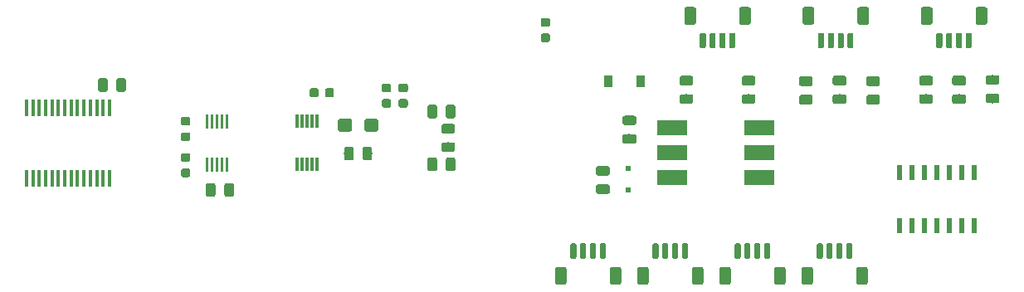
<source format=gbr>
G04 #@! TF.GenerationSoftware,KiCad,Pcbnew,5.0.2-5.fc29*
G04 #@! TF.CreationDate,2022-02-16T01:10:22+01:00*
G04 #@! TF.ProjectId,zynthian_zynaptik,7a796e74-6869-4616-9e5f-7a796e617074,1.0*
G04 #@! TF.SameCoordinates,Original*
G04 #@! TF.FileFunction,Paste,Top*
G04 #@! TF.FilePolarity,Positive*
%FSLAX46Y46*%
G04 Gerber Fmt 4.6, Leading zero omitted, Abs format (unit mm)*
G04 Created by KiCad (PCBNEW 5.0.2-5.fc29) date mié 16 feb 2022 01:10:22 CET*
%MOMM*%
%LPD*%
G01*
G04 APERTURE LIST*
%ADD10R,0.450000X1.750000*%
%ADD11R,0.600000X1.500000*%
%ADD12C,0.100000*%
%ADD13C,0.975000*%
%ADD14R,0.900000X1.200000*%
%ADD15C,0.600000*%
%ADD16C,1.200000*%
%ADD17R,0.500000X0.500000*%
%ADD18C,0.875000*%
%ADD19C,0.300000*%
%ADD20R,0.300000X1.400000*%
%ADD21C,1.350000*%
%ADD22R,3.100000X1.600000*%
G04 APERTURE END LIST*
D10*
G04 #@! TO.C,MCP23017*
X70475000Y-119500000D03*
X71125000Y-119500000D03*
X71775000Y-119500000D03*
X72425000Y-119500000D03*
X73075000Y-119500000D03*
X73725000Y-119500000D03*
X74375000Y-119500000D03*
X75025000Y-119500000D03*
X75675000Y-119500000D03*
X76325000Y-119500000D03*
X76975000Y-119500000D03*
X77625000Y-119500000D03*
X78275000Y-119500000D03*
X78925000Y-119500000D03*
X78925000Y-112300000D03*
X78275000Y-112300000D03*
X77625000Y-112300000D03*
X76975000Y-112300000D03*
X76325000Y-112300000D03*
X75675000Y-112300000D03*
X75025000Y-112300000D03*
X74375000Y-112300000D03*
X73725000Y-112300000D03*
X73075000Y-112300000D03*
X72425000Y-112300000D03*
X71775000Y-112300000D03*
X71125000Y-112300000D03*
X70475000Y-112300000D03*
G04 #@! TD*
D11*
G04 #@! TO.C,U1*
X159580000Y-124380000D03*
X160850000Y-124380000D03*
X162120000Y-124380000D03*
X163390000Y-124380000D03*
X164660000Y-124380000D03*
X165930000Y-124380000D03*
X167200000Y-124380000D03*
X167200000Y-118980000D03*
X165930000Y-118980000D03*
X164660000Y-118980000D03*
X163390000Y-118980000D03*
X162120000Y-118980000D03*
X160850000Y-118980000D03*
X159580000Y-118980000D03*
G04 #@! TD*
D12*
G04 #@! TO.C,C1*
G36*
X132460142Y-113136174D02*
X132483803Y-113139684D01*
X132507007Y-113145496D01*
X132529529Y-113153554D01*
X132551153Y-113163782D01*
X132571670Y-113176079D01*
X132590883Y-113190329D01*
X132608607Y-113206393D01*
X132624671Y-113224117D01*
X132638921Y-113243330D01*
X132651218Y-113263847D01*
X132661446Y-113285471D01*
X132669504Y-113307993D01*
X132675316Y-113331197D01*
X132678826Y-113354858D01*
X132680000Y-113378750D01*
X132680000Y-113866250D01*
X132678826Y-113890142D01*
X132675316Y-113913803D01*
X132669504Y-113937007D01*
X132661446Y-113959529D01*
X132651218Y-113981153D01*
X132638921Y-114001670D01*
X132624671Y-114020883D01*
X132608607Y-114038607D01*
X132590883Y-114054671D01*
X132571670Y-114068921D01*
X132551153Y-114081218D01*
X132529529Y-114091446D01*
X132507007Y-114099504D01*
X132483803Y-114105316D01*
X132460142Y-114108826D01*
X132436250Y-114110000D01*
X131523750Y-114110000D01*
X131499858Y-114108826D01*
X131476197Y-114105316D01*
X131452993Y-114099504D01*
X131430471Y-114091446D01*
X131408847Y-114081218D01*
X131388330Y-114068921D01*
X131369117Y-114054671D01*
X131351393Y-114038607D01*
X131335329Y-114020883D01*
X131321079Y-114001670D01*
X131308782Y-113981153D01*
X131298554Y-113959529D01*
X131290496Y-113937007D01*
X131284684Y-113913803D01*
X131281174Y-113890142D01*
X131280000Y-113866250D01*
X131280000Y-113378750D01*
X131281174Y-113354858D01*
X131284684Y-113331197D01*
X131290496Y-113307993D01*
X131298554Y-113285471D01*
X131308782Y-113263847D01*
X131321079Y-113243330D01*
X131335329Y-113224117D01*
X131351393Y-113206393D01*
X131369117Y-113190329D01*
X131388330Y-113176079D01*
X131408847Y-113163782D01*
X131430471Y-113153554D01*
X131452993Y-113145496D01*
X131476197Y-113139684D01*
X131499858Y-113136174D01*
X131523750Y-113135000D01*
X132436250Y-113135000D01*
X132460142Y-113136174D01*
X132460142Y-113136174D01*
G37*
D13*
X131980000Y-113622500D03*
D12*
G36*
X132460142Y-115011174D02*
X132483803Y-115014684D01*
X132507007Y-115020496D01*
X132529529Y-115028554D01*
X132551153Y-115038782D01*
X132571670Y-115051079D01*
X132590883Y-115065329D01*
X132608607Y-115081393D01*
X132624671Y-115099117D01*
X132638921Y-115118330D01*
X132651218Y-115138847D01*
X132661446Y-115160471D01*
X132669504Y-115182993D01*
X132675316Y-115206197D01*
X132678826Y-115229858D01*
X132680000Y-115253750D01*
X132680000Y-115741250D01*
X132678826Y-115765142D01*
X132675316Y-115788803D01*
X132669504Y-115812007D01*
X132661446Y-115834529D01*
X132651218Y-115856153D01*
X132638921Y-115876670D01*
X132624671Y-115895883D01*
X132608607Y-115913607D01*
X132590883Y-115929671D01*
X132571670Y-115943921D01*
X132551153Y-115956218D01*
X132529529Y-115966446D01*
X132507007Y-115974504D01*
X132483803Y-115980316D01*
X132460142Y-115983826D01*
X132436250Y-115985000D01*
X131523750Y-115985000D01*
X131499858Y-115983826D01*
X131476197Y-115980316D01*
X131452993Y-115974504D01*
X131430471Y-115966446D01*
X131408847Y-115956218D01*
X131388330Y-115943921D01*
X131369117Y-115929671D01*
X131351393Y-115913607D01*
X131335329Y-115895883D01*
X131321079Y-115876670D01*
X131308782Y-115856153D01*
X131298554Y-115834529D01*
X131290496Y-115812007D01*
X131284684Y-115788803D01*
X131281174Y-115765142D01*
X131280000Y-115741250D01*
X131280000Y-115253750D01*
X131281174Y-115229858D01*
X131284684Y-115206197D01*
X131290496Y-115182993D01*
X131298554Y-115160471D01*
X131308782Y-115138847D01*
X131321079Y-115118330D01*
X131335329Y-115099117D01*
X131351393Y-115081393D01*
X131369117Y-115065329D01*
X131388330Y-115051079D01*
X131408847Y-115038782D01*
X131430471Y-115028554D01*
X131452993Y-115020496D01*
X131476197Y-115014684D01*
X131499858Y-115011174D01*
X131523750Y-115010000D01*
X132436250Y-115010000D01*
X132460142Y-115011174D01*
X132460142Y-115011174D01*
G37*
D13*
X131980000Y-115497500D03*
G04 #@! TD*
D12*
G04 #@! TO.C,C4*
G36*
X78530142Y-109301174D02*
X78553803Y-109304684D01*
X78577007Y-109310496D01*
X78599529Y-109318554D01*
X78621153Y-109328782D01*
X78641670Y-109341079D01*
X78660883Y-109355329D01*
X78678607Y-109371393D01*
X78694671Y-109389117D01*
X78708921Y-109408330D01*
X78721218Y-109428847D01*
X78731446Y-109450471D01*
X78739504Y-109472993D01*
X78745316Y-109496197D01*
X78748826Y-109519858D01*
X78750000Y-109543750D01*
X78750000Y-110456250D01*
X78748826Y-110480142D01*
X78745316Y-110503803D01*
X78739504Y-110527007D01*
X78731446Y-110549529D01*
X78721218Y-110571153D01*
X78708921Y-110591670D01*
X78694671Y-110610883D01*
X78678607Y-110628607D01*
X78660883Y-110644671D01*
X78641670Y-110658921D01*
X78621153Y-110671218D01*
X78599529Y-110681446D01*
X78577007Y-110689504D01*
X78553803Y-110695316D01*
X78530142Y-110698826D01*
X78506250Y-110700000D01*
X78018750Y-110700000D01*
X77994858Y-110698826D01*
X77971197Y-110695316D01*
X77947993Y-110689504D01*
X77925471Y-110681446D01*
X77903847Y-110671218D01*
X77883330Y-110658921D01*
X77864117Y-110644671D01*
X77846393Y-110628607D01*
X77830329Y-110610883D01*
X77816079Y-110591670D01*
X77803782Y-110571153D01*
X77793554Y-110549529D01*
X77785496Y-110527007D01*
X77779684Y-110503803D01*
X77776174Y-110480142D01*
X77775000Y-110456250D01*
X77775000Y-109543750D01*
X77776174Y-109519858D01*
X77779684Y-109496197D01*
X77785496Y-109472993D01*
X77793554Y-109450471D01*
X77803782Y-109428847D01*
X77816079Y-109408330D01*
X77830329Y-109389117D01*
X77846393Y-109371393D01*
X77864117Y-109355329D01*
X77883330Y-109341079D01*
X77903847Y-109328782D01*
X77925471Y-109318554D01*
X77947993Y-109310496D01*
X77971197Y-109304684D01*
X77994858Y-109301174D01*
X78018750Y-109300000D01*
X78506250Y-109300000D01*
X78530142Y-109301174D01*
X78530142Y-109301174D01*
G37*
D13*
X78262500Y-110000000D03*
D12*
G36*
X80405142Y-109301174D02*
X80428803Y-109304684D01*
X80452007Y-109310496D01*
X80474529Y-109318554D01*
X80496153Y-109328782D01*
X80516670Y-109341079D01*
X80535883Y-109355329D01*
X80553607Y-109371393D01*
X80569671Y-109389117D01*
X80583921Y-109408330D01*
X80596218Y-109428847D01*
X80606446Y-109450471D01*
X80614504Y-109472993D01*
X80620316Y-109496197D01*
X80623826Y-109519858D01*
X80625000Y-109543750D01*
X80625000Y-110456250D01*
X80623826Y-110480142D01*
X80620316Y-110503803D01*
X80614504Y-110527007D01*
X80606446Y-110549529D01*
X80596218Y-110571153D01*
X80583921Y-110591670D01*
X80569671Y-110610883D01*
X80553607Y-110628607D01*
X80535883Y-110644671D01*
X80516670Y-110658921D01*
X80496153Y-110671218D01*
X80474529Y-110681446D01*
X80452007Y-110689504D01*
X80428803Y-110695316D01*
X80405142Y-110698826D01*
X80381250Y-110700000D01*
X79893750Y-110700000D01*
X79869858Y-110698826D01*
X79846197Y-110695316D01*
X79822993Y-110689504D01*
X79800471Y-110681446D01*
X79778847Y-110671218D01*
X79758330Y-110658921D01*
X79739117Y-110644671D01*
X79721393Y-110628607D01*
X79705329Y-110610883D01*
X79691079Y-110591670D01*
X79678782Y-110571153D01*
X79668554Y-110549529D01*
X79660496Y-110527007D01*
X79654684Y-110503803D01*
X79651174Y-110480142D01*
X79650000Y-110456250D01*
X79650000Y-109543750D01*
X79651174Y-109519858D01*
X79654684Y-109496197D01*
X79660496Y-109472993D01*
X79668554Y-109450471D01*
X79678782Y-109428847D01*
X79691079Y-109408330D01*
X79705329Y-109389117D01*
X79721393Y-109371393D01*
X79739117Y-109355329D01*
X79758330Y-109341079D01*
X79778847Y-109328782D01*
X79800471Y-109318554D01*
X79822993Y-109310496D01*
X79846197Y-109304684D01*
X79869858Y-109301174D01*
X79893750Y-109300000D01*
X80381250Y-109300000D01*
X80405142Y-109301174D01*
X80405142Y-109301174D01*
G37*
D13*
X80137500Y-110000000D03*
G04 #@! TD*
D14*
G04 #@! TO.C,D2*
X133150000Y-109600000D03*
X129850000Y-109600000D03*
G04 #@! TD*
D12*
G04 #@! TO.C,MIDI-1*
G36*
X139634703Y-104690722D02*
X139649264Y-104692882D01*
X139663543Y-104696459D01*
X139677403Y-104701418D01*
X139690710Y-104707712D01*
X139703336Y-104715280D01*
X139715159Y-104724048D01*
X139726066Y-104733934D01*
X139735952Y-104744841D01*
X139744720Y-104756664D01*
X139752288Y-104769290D01*
X139758582Y-104782597D01*
X139763541Y-104796457D01*
X139767118Y-104810736D01*
X139769278Y-104825297D01*
X139770000Y-104840000D01*
X139770000Y-106090000D01*
X139769278Y-106104703D01*
X139767118Y-106119264D01*
X139763541Y-106133543D01*
X139758582Y-106147403D01*
X139752288Y-106160710D01*
X139744720Y-106173336D01*
X139735952Y-106185159D01*
X139726066Y-106196066D01*
X139715159Y-106205952D01*
X139703336Y-106214720D01*
X139690710Y-106222288D01*
X139677403Y-106228582D01*
X139663543Y-106233541D01*
X139649264Y-106237118D01*
X139634703Y-106239278D01*
X139620000Y-106240000D01*
X139320000Y-106240000D01*
X139305297Y-106239278D01*
X139290736Y-106237118D01*
X139276457Y-106233541D01*
X139262597Y-106228582D01*
X139249290Y-106222288D01*
X139236664Y-106214720D01*
X139224841Y-106205952D01*
X139213934Y-106196066D01*
X139204048Y-106185159D01*
X139195280Y-106173336D01*
X139187712Y-106160710D01*
X139181418Y-106147403D01*
X139176459Y-106133543D01*
X139172882Y-106119264D01*
X139170722Y-106104703D01*
X139170000Y-106090000D01*
X139170000Y-104840000D01*
X139170722Y-104825297D01*
X139172882Y-104810736D01*
X139176459Y-104796457D01*
X139181418Y-104782597D01*
X139187712Y-104769290D01*
X139195280Y-104756664D01*
X139204048Y-104744841D01*
X139213934Y-104733934D01*
X139224841Y-104724048D01*
X139236664Y-104715280D01*
X139249290Y-104707712D01*
X139262597Y-104701418D01*
X139276457Y-104696459D01*
X139290736Y-104692882D01*
X139305297Y-104690722D01*
X139320000Y-104690000D01*
X139620000Y-104690000D01*
X139634703Y-104690722D01*
X139634703Y-104690722D01*
G37*
D15*
X139470000Y-105465000D03*
D12*
G36*
X140634703Y-104690722D02*
X140649264Y-104692882D01*
X140663543Y-104696459D01*
X140677403Y-104701418D01*
X140690710Y-104707712D01*
X140703336Y-104715280D01*
X140715159Y-104724048D01*
X140726066Y-104733934D01*
X140735952Y-104744841D01*
X140744720Y-104756664D01*
X140752288Y-104769290D01*
X140758582Y-104782597D01*
X140763541Y-104796457D01*
X140767118Y-104810736D01*
X140769278Y-104825297D01*
X140770000Y-104840000D01*
X140770000Y-106090000D01*
X140769278Y-106104703D01*
X140767118Y-106119264D01*
X140763541Y-106133543D01*
X140758582Y-106147403D01*
X140752288Y-106160710D01*
X140744720Y-106173336D01*
X140735952Y-106185159D01*
X140726066Y-106196066D01*
X140715159Y-106205952D01*
X140703336Y-106214720D01*
X140690710Y-106222288D01*
X140677403Y-106228582D01*
X140663543Y-106233541D01*
X140649264Y-106237118D01*
X140634703Y-106239278D01*
X140620000Y-106240000D01*
X140320000Y-106240000D01*
X140305297Y-106239278D01*
X140290736Y-106237118D01*
X140276457Y-106233541D01*
X140262597Y-106228582D01*
X140249290Y-106222288D01*
X140236664Y-106214720D01*
X140224841Y-106205952D01*
X140213934Y-106196066D01*
X140204048Y-106185159D01*
X140195280Y-106173336D01*
X140187712Y-106160710D01*
X140181418Y-106147403D01*
X140176459Y-106133543D01*
X140172882Y-106119264D01*
X140170722Y-106104703D01*
X140170000Y-106090000D01*
X140170000Y-104840000D01*
X140170722Y-104825297D01*
X140172882Y-104810736D01*
X140176459Y-104796457D01*
X140181418Y-104782597D01*
X140187712Y-104769290D01*
X140195280Y-104756664D01*
X140204048Y-104744841D01*
X140213934Y-104733934D01*
X140224841Y-104724048D01*
X140236664Y-104715280D01*
X140249290Y-104707712D01*
X140262597Y-104701418D01*
X140276457Y-104696459D01*
X140290736Y-104692882D01*
X140305297Y-104690722D01*
X140320000Y-104690000D01*
X140620000Y-104690000D01*
X140634703Y-104690722D01*
X140634703Y-104690722D01*
G37*
D15*
X140470000Y-105465000D03*
D12*
G36*
X141634703Y-104690722D02*
X141649264Y-104692882D01*
X141663543Y-104696459D01*
X141677403Y-104701418D01*
X141690710Y-104707712D01*
X141703336Y-104715280D01*
X141715159Y-104724048D01*
X141726066Y-104733934D01*
X141735952Y-104744841D01*
X141744720Y-104756664D01*
X141752288Y-104769290D01*
X141758582Y-104782597D01*
X141763541Y-104796457D01*
X141767118Y-104810736D01*
X141769278Y-104825297D01*
X141770000Y-104840000D01*
X141770000Y-106090000D01*
X141769278Y-106104703D01*
X141767118Y-106119264D01*
X141763541Y-106133543D01*
X141758582Y-106147403D01*
X141752288Y-106160710D01*
X141744720Y-106173336D01*
X141735952Y-106185159D01*
X141726066Y-106196066D01*
X141715159Y-106205952D01*
X141703336Y-106214720D01*
X141690710Y-106222288D01*
X141677403Y-106228582D01*
X141663543Y-106233541D01*
X141649264Y-106237118D01*
X141634703Y-106239278D01*
X141620000Y-106240000D01*
X141320000Y-106240000D01*
X141305297Y-106239278D01*
X141290736Y-106237118D01*
X141276457Y-106233541D01*
X141262597Y-106228582D01*
X141249290Y-106222288D01*
X141236664Y-106214720D01*
X141224841Y-106205952D01*
X141213934Y-106196066D01*
X141204048Y-106185159D01*
X141195280Y-106173336D01*
X141187712Y-106160710D01*
X141181418Y-106147403D01*
X141176459Y-106133543D01*
X141172882Y-106119264D01*
X141170722Y-106104703D01*
X141170000Y-106090000D01*
X141170000Y-104840000D01*
X141170722Y-104825297D01*
X141172882Y-104810736D01*
X141176459Y-104796457D01*
X141181418Y-104782597D01*
X141187712Y-104769290D01*
X141195280Y-104756664D01*
X141204048Y-104744841D01*
X141213934Y-104733934D01*
X141224841Y-104724048D01*
X141236664Y-104715280D01*
X141249290Y-104707712D01*
X141262597Y-104701418D01*
X141276457Y-104696459D01*
X141290736Y-104692882D01*
X141305297Y-104690722D01*
X141320000Y-104690000D01*
X141620000Y-104690000D01*
X141634703Y-104690722D01*
X141634703Y-104690722D01*
G37*
D15*
X141470000Y-105465000D03*
D12*
G36*
X142634703Y-104690722D02*
X142649264Y-104692882D01*
X142663543Y-104696459D01*
X142677403Y-104701418D01*
X142690710Y-104707712D01*
X142703336Y-104715280D01*
X142715159Y-104724048D01*
X142726066Y-104733934D01*
X142735952Y-104744841D01*
X142744720Y-104756664D01*
X142752288Y-104769290D01*
X142758582Y-104782597D01*
X142763541Y-104796457D01*
X142767118Y-104810736D01*
X142769278Y-104825297D01*
X142770000Y-104840000D01*
X142770000Y-106090000D01*
X142769278Y-106104703D01*
X142767118Y-106119264D01*
X142763541Y-106133543D01*
X142758582Y-106147403D01*
X142752288Y-106160710D01*
X142744720Y-106173336D01*
X142735952Y-106185159D01*
X142726066Y-106196066D01*
X142715159Y-106205952D01*
X142703336Y-106214720D01*
X142690710Y-106222288D01*
X142677403Y-106228582D01*
X142663543Y-106233541D01*
X142649264Y-106237118D01*
X142634703Y-106239278D01*
X142620000Y-106240000D01*
X142320000Y-106240000D01*
X142305297Y-106239278D01*
X142290736Y-106237118D01*
X142276457Y-106233541D01*
X142262597Y-106228582D01*
X142249290Y-106222288D01*
X142236664Y-106214720D01*
X142224841Y-106205952D01*
X142213934Y-106196066D01*
X142204048Y-106185159D01*
X142195280Y-106173336D01*
X142187712Y-106160710D01*
X142181418Y-106147403D01*
X142176459Y-106133543D01*
X142172882Y-106119264D01*
X142170722Y-106104703D01*
X142170000Y-106090000D01*
X142170000Y-104840000D01*
X142170722Y-104825297D01*
X142172882Y-104810736D01*
X142176459Y-104796457D01*
X142181418Y-104782597D01*
X142187712Y-104769290D01*
X142195280Y-104756664D01*
X142204048Y-104744841D01*
X142213934Y-104733934D01*
X142224841Y-104724048D01*
X142236664Y-104715280D01*
X142249290Y-104707712D01*
X142262597Y-104701418D01*
X142276457Y-104696459D01*
X142290736Y-104692882D01*
X142305297Y-104690722D01*
X142320000Y-104690000D01*
X142620000Y-104690000D01*
X142634703Y-104690722D01*
X142634703Y-104690722D01*
G37*
D15*
X142470000Y-105465000D03*
D12*
G36*
X138544505Y-102041204D02*
X138568773Y-102044804D01*
X138592572Y-102050765D01*
X138615671Y-102059030D01*
X138637850Y-102069520D01*
X138658893Y-102082132D01*
X138678599Y-102096747D01*
X138696777Y-102113223D01*
X138713253Y-102131401D01*
X138727868Y-102151107D01*
X138740480Y-102172150D01*
X138750970Y-102194329D01*
X138759235Y-102217428D01*
X138765196Y-102241227D01*
X138768796Y-102265495D01*
X138770000Y-102289999D01*
X138770000Y-103590001D01*
X138768796Y-103614505D01*
X138765196Y-103638773D01*
X138759235Y-103662572D01*
X138750970Y-103685671D01*
X138740480Y-103707850D01*
X138727868Y-103728893D01*
X138713253Y-103748599D01*
X138696777Y-103766777D01*
X138678599Y-103783253D01*
X138658893Y-103797868D01*
X138637850Y-103810480D01*
X138615671Y-103820970D01*
X138592572Y-103829235D01*
X138568773Y-103835196D01*
X138544505Y-103838796D01*
X138520001Y-103840000D01*
X137819999Y-103840000D01*
X137795495Y-103838796D01*
X137771227Y-103835196D01*
X137747428Y-103829235D01*
X137724329Y-103820970D01*
X137702150Y-103810480D01*
X137681107Y-103797868D01*
X137661401Y-103783253D01*
X137643223Y-103766777D01*
X137626747Y-103748599D01*
X137612132Y-103728893D01*
X137599520Y-103707850D01*
X137589030Y-103685671D01*
X137580765Y-103662572D01*
X137574804Y-103638773D01*
X137571204Y-103614505D01*
X137570000Y-103590001D01*
X137570000Y-102289999D01*
X137571204Y-102265495D01*
X137574804Y-102241227D01*
X137580765Y-102217428D01*
X137589030Y-102194329D01*
X137599520Y-102172150D01*
X137612132Y-102151107D01*
X137626747Y-102131401D01*
X137643223Y-102113223D01*
X137661401Y-102096747D01*
X137681107Y-102082132D01*
X137702150Y-102069520D01*
X137724329Y-102059030D01*
X137747428Y-102050765D01*
X137771227Y-102044804D01*
X137795495Y-102041204D01*
X137819999Y-102040000D01*
X138520001Y-102040000D01*
X138544505Y-102041204D01*
X138544505Y-102041204D01*
G37*
D16*
X138170000Y-102940000D03*
D12*
G36*
X144144505Y-102041204D02*
X144168773Y-102044804D01*
X144192572Y-102050765D01*
X144215671Y-102059030D01*
X144237850Y-102069520D01*
X144258893Y-102082132D01*
X144278599Y-102096747D01*
X144296777Y-102113223D01*
X144313253Y-102131401D01*
X144327868Y-102151107D01*
X144340480Y-102172150D01*
X144350970Y-102194329D01*
X144359235Y-102217428D01*
X144365196Y-102241227D01*
X144368796Y-102265495D01*
X144370000Y-102289999D01*
X144370000Y-103590001D01*
X144368796Y-103614505D01*
X144365196Y-103638773D01*
X144359235Y-103662572D01*
X144350970Y-103685671D01*
X144340480Y-103707850D01*
X144327868Y-103728893D01*
X144313253Y-103748599D01*
X144296777Y-103766777D01*
X144278599Y-103783253D01*
X144258893Y-103797868D01*
X144237850Y-103810480D01*
X144215671Y-103820970D01*
X144192572Y-103829235D01*
X144168773Y-103835196D01*
X144144505Y-103838796D01*
X144120001Y-103840000D01*
X143419999Y-103840000D01*
X143395495Y-103838796D01*
X143371227Y-103835196D01*
X143347428Y-103829235D01*
X143324329Y-103820970D01*
X143302150Y-103810480D01*
X143281107Y-103797868D01*
X143261401Y-103783253D01*
X143243223Y-103766777D01*
X143226747Y-103748599D01*
X143212132Y-103728893D01*
X143199520Y-103707850D01*
X143189030Y-103685671D01*
X143180765Y-103662572D01*
X143174804Y-103638773D01*
X143171204Y-103614505D01*
X143170000Y-103590001D01*
X143170000Y-102289999D01*
X143171204Y-102265495D01*
X143174804Y-102241227D01*
X143180765Y-102217428D01*
X143189030Y-102194329D01*
X143199520Y-102172150D01*
X143212132Y-102151107D01*
X143226747Y-102131401D01*
X143243223Y-102113223D01*
X143261401Y-102096747D01*
X143281107Y-102082132D01*
X143302150Y-102069520D01*
X143324329Y-102059030D01*
X143347428Y-102050765D01*
X143371227Y-102044804D01*
X143395495Y-102041204D01*
X143419999Y-102040000D01*
X144120001Y-102040000D01*
X144144505Y-102041204D01*
X144144505Y-102041204D01*
G37*
D16*
X143770000Y-102940000D03*
G04 #@! TD*
D12*
G04 #@! TO.C,MIDI-2*
G36*
X156209505Y-102041204D02*
X156233773Y-102044804D01*
X156257572Y-102050765D01*
X156280671Y-102059030D01*
X156302850Y-102069520D01*
X156323893Y-102082132D01*
X156343599Y-102096747D01*
X156361777Y-102113223D01*
X156378253Y-102131401D01*
X156392868Y-102151107D01*
X156405480Y-102172150D01*
X156415970Y-102194329D01*
X156424235Y-102217428D01*
X156430196Y-102241227D01*
X156433796Y-102265495D01*
X156435000Y-102289999D01*
X156435000Y-103590001D01*
X156433796Y-103614505D01*
X156430196Y-103638773D01*
X156424235Y-103662572D01*
X156415970Y-103685671D01*
X156405480Y-103707850D01*
X156392868Y-103728893D01*
X156378253Y-103748599D01*
X156361777Y-103766777D01*
X156343599Y-103783253D01*
X156323893Y-103797868D01*
X156302850Y-103810480D01*
X156280671Y-103820970D01*
X156257572Y-103829235D01*
X156233773Y-103835196D01*
X156209505Y-103838796D01*
X156185001Y-103840000D01*
X155484999Y-103840000D01*
X155460495Y-103838796D01*
X155436227Y-103835196D01*
X155412428Y-103829235D01*
X155389329Y-103820970D01*
X155367150Y-103810480D01*
X155346107Y-103797868D01*
X155326401Y-103783253D01*
X155308223Y-103766777D01*
X155291747Y-103748599D01*
X155277132Y-103728893D01*
X155264520Y-103707850D01*
X155254030Y-103685671D01*
X155245765Y-103662572D01*
X155239804Y-103638773D01*
X155236204Y-103614505D01*
X155235000Y-103590001D01*
X155235000Y-102289999D01*
X155236204Y-102265495D01*
X155239804Y-102241227D01*
X155245765Y-102217428D01*
X155254030Y-102194329D01*
X155264520Y-102172150D01*
X155277132Y-102151107D01*
X155291747Y-102131401D01*
X155308223Y-102113223D01*
X155326401Y-102096747D01*
X155346107Y-102082132D01*
X155367150Y-102069520D01*
X155389329Y-102059030D01*
X155412428Y-102050765D01*
X155436227Y-102044804D01*
X155460495Y-102041204D01*
X155484999Y-102040000D01*
X156185001Y-102040000D01*
X156209505Y-102041204D01*
X156209505Y-102041204D01*
G37*
D16*
X155835000Y-102940000D03*
D12*
G36*
X150609505Y-102041204D02*
X150633773Y-102044804D01*
X150657572Y-102050765D01*
X150680671Y-102059030D01*
X150702850Y-102069520D01*
X150723893Y-102082132D01*
X150743599Y-102096747D01*
X150761777Y-102113223D01*
X150778253Y-102131401D01*
X150792868Y-102151107D01*
X150805480Y-102172150D01*
X150815970Y-102194329D01*
X150824235Y-102217428D01*
X150830196Y-102241227D01*
X150833796Y-102265495D01*
X150835000Y-102289999D01*
X150835000Y-103590001D01*
X150833796Y-103614505D01*
X150830196Y-103638773D01*
X150824235Y-103662572D01*
X150815970Y-103685671D01*
X150805480Y-103707850D01*
X150792868Y-103728893D01*
X150778253Y-103748599D01*
X150761777Y-103766777D01*
X150743599Y-103783253D01*
X150723893Y-103797868D01*
X150702850Y-103810480D01*
X150680671Y-103820970D01*
X150657572Y-103829235D01*
X150633773Y-103835196D01*
X150609505Y-103838796D01*
X150585001Y-103840000D01*
X149884999Y-103840000D01*
X149860495Y-103838796D01*
X149836227Y-103835196D01*
X149812428Y-103829235D01*
X149789329Y-103820970D01*
X149767150Y-103810480D01*
X149746107Y-103797868D01*
X149726401Y-103783253D01*
X149708223Y-103766777D01*
X149691747Y-103748599D01*
X149677132Y-103728893D01*
X149664520Y-103707850D01*
X149654030Y-103685671D01*
X149645765Y-103662572D01*
X149639804Y-103638773D01*
X149636204Y-103614505D01*
X149635000Y-103590001D01*
X149635000Y-102289999D01*
X149636204Y-102265495D01*
X149639804Y-102241227D01*
X149645765Y-102217428D01*
X149654030Y-102194329D01*
X149664520Y-102172150D01*
X149677132Y-102151107D01*
X149691747Y-102131401D01*
X149708223Y-102113223D01*
X149726401Y-102096747D01*
X149746107Y-102082132D01*
X149767150Y-102069520D01*
X149789329Y-102059030D01*
X149812428Y-102050765D01*
X149836227Y-102044804D01*
X149860495Y-102041204D01*
X149884999Y-102040000D01*
X150585001Y-102040000D01*
X150609505Y-102041204D01*
X150609505Y-102041204D01*
G37*
D16*
X150235000Y-102940000D03*
D12*
G36*
X154699703Y-104690722D02*
X154714264Y-104692882D01*
X154728543Y-104696459D01*
X154742403Y-104701418D01*
X154755710Y-104707712D01*
X154768336Y-104715280D01*
X154780159Y-104724048D01*
X154791066Y-104733934D01*
X154800952Y-104744841D01*
X154809720Y-104756664D01*
X154817288Y-104769290D01*
X154823582Y-104782597D01*
X154828541Y-104796457D01*
X154832118Y-104810736D01*
X154834278Y-104825297D01*
X154835000Y-104840000D01*
X154835000Y-106090000D01*
X154834278Y-106104703D01*
X154832118Y-106119264D01*
X154828541Y-106133543D01*
X154823582Y-106147403D01*
X154817288Y-106160710D01*
X154809720Y-106173336D01*
X154800952Y-106185159D01*
X154791066Y-106196066D01*
X154780159Y-106205952D01*
X154768336Y-106214720D01*
X154755710Y-106222288D01*
X154742403Y-106228582D01*
X154728543Y-106233541D01*
X154714264Y-106237118D01*
X154699703Y-106239278D01*
X154685000Y-106240000D01*
X154385000Y-106240000D01*
X154370297Y-106239278D01*
X154355736Y-106237118D01*
X154341457Y-106233541D01*
X154327597Y-106228582D01*
X154314290Y-106222288D01*
X154301664Y-106214720D01*
X154289841Y-106205952D01*
X154278934Y-106196066D01*
X154269048Y-106185159D01*
X154260280Y-106173336D01*
X154252712Y-106160710D01*
X154246418Y-106147403D01*
X154241459Y-106133543D01*
X154237882Y-106119264D01*
X154235722Y-106104703D01*
X154235000Y-106090000D01*
X154235000Y-104840000D01*
X154235722Y-104825297D01*
X154237882Y-104810736D01*
X154241459Y-104796457D01*
X154246418Y-104782597D01*
X154252712Y-104769290D01*
X154260280Y-104756664D01*
X154269048Y-104744841D01*
X154278934Y-104733934D01*
X154289841Y-104724048D01*
X154301664Y-104715280D01*
X154314290Y-104707712D01*
X154327597Y-104701418D01*
X154341457Y-104696459D01*
X154355736Y-104692882D01*
X154370297Y-104690722D01*
X154385000Y-104690000D01*
X154685000Y-104690000D01*
X154699703Y-104690722D01*
X154699703Y-104690722D01*
G37*
D15*
X154535000Y-105465000D03*
D12*
G36*
X153699703Y-104690722D02*
X153714264Y-104692882D01*
X153728543Y-104696459D01*
X153742403Y-104701418D01*
X153755710Y-104707712D01*
X153768336Y-104715280D01*
X153780159Y-104724048D01*
X153791066Y-104733934D01*
X153800952Y-104744841D01*
X153809720Y-104756664D01*
X153817288Y-104769290D01*
X153823582Y-104782597D01*
X153828541Y-104796457D01*
X153832118Y-104810736D01*
X153834278Y-104825297D01*
X153835000Y-104840000D01*
X153835000Y-106090000D01*
X153834278Y-106104703D01*
X153832118Y-106119264D01*
X153828541Y-106133543D01*
X153823582Y-106147403D01*
X153817288Y-106160710D01*
X153809720Y-106173336D01*
X153800952Y-106185159D01*
X153791066Y-106196066D01*
X153780159Y-106205952D01*
X153768336Y-106214720D01*
X153755710Y-106222288D01*
X153742403Y-106228582D01*
X153728543Y-106233541D01*
X153714264Y-106237118D01*
X153699703Y-106239278D01*
X153685000Y-106240000D01*
X153385000Y-106240000D01*
X153370297Y-106239278D01*
X153355736Y-106237118D01*
X153341457Y-106233541D01*
X153327597Y-106228582D01*
X153314290Y-106222288D01*
X153301664Y-106214720D01*
X153289841Y-106205952D01*
X153278934Y-106196066D01*
X153269048Y-106185159D01*
X153260280Y-106173336D01*
X153252712Y-106160710D01*
X153246418Y-106147403D01*
X153241459Y-106133543D01*
X153237882Y-106119264D01*
X153235722Y-106104703D01*
X153235000Y-106090000D01*
X153235000Y-104840000D01*
X153235722Y-104825297D01*
X153237882Y-104810736D01*
X153241459Y-104796457D01*
X153246418Y-104782597D01*
X153252712Y-104769290D01*
X153260280Y-104756664D01*
X153269048Y-104744841D01*
X153278934Y-104733934D01*
X153289841Y-104724048D01*
X153301664Y-104715280D01*
X153314290Y-104707712D01*
X153327597Y-104701418D01*
X153341457Y-104696459D01*
X153355736Y-104692882D01*
X153370297Y-104690722D01*
X153385000Y-104690000D01*
X153685000Y-104690000D01*
X153699703Y-104690722D01*
X153699703Y-104690722D01*
G37*
D15*
X153535000Y-105465000D03*
D12*
G36*
X152699703Y-104690722D02*
X152714264Y-104692882D01*
X152728543Y-104696459D01*
X152742403Y-104701418D01*
X152755710Y-104707712D01*
X152768336Y-104715280D01*
X152780159Y-104724048D01*
X152791066Y-104733934D01*
X152800952Y-104744841D01*
X152809720Y-104756664D01*
X152817288Y-104769290D01*
X152823582Y-104782597D01*
X152828541Y-104796457D01*
X152832118Y-104810736D01*
X152834278Y-104825297D01*
X152835000Y-104840000D01*
X152835000Y-106090000D01*
X152834278Y-106104703D01*
X152832118Y-106119264D01*
X152828541Y-106133543D01*
X152823582Y-106147403D01*
X152817288Y-106160710D01*
X152809720Y-106173336D01*
X152800952Y-106185159D01*
X152791066Y-106196066D01*
X152780159Y-106205952D01*
X152768336Y-106214720D01*
X152755710Y-106222288D01*
X152742403Y-106228582D01*
X152728543Y-106233541D01*
X152714264Y-106237118D01*
X152699703Y-106239278D01*
X152685000Y-106240000D01*
X152385000Y-106240000D01*
X152370297Y-106239278D01*
X152355736Y-106237118D01*
X152341457Y-106233541D01*
X152327597Y-106228582D01*
X152314290Y-106222288D01*
X152301664Y-106214720D01*
X152289841Y-106205952D01*
X152278934Y-106196066D01*
X152269048Y-106185159D01*
X152260280Y-106173336D01*
X152252712Y-106160710D01*
X152246418Y-106147403D01*
X152241459Y-106133543D01*
X152237882Y-106119264D01*
X152235722Y-106104703D01*
X152235000Y-106090000D01*
X152235000Y-104840000D01*
X152235722Y-104825297D01*
X152237882Y-104810736D01*
X152241459Y-104796457D01*
X152246418Y-104782597D01*
X152252712Y-104769290D01*
X152260280Y-104756664D01*
X152269048Y-104744841D01*
X152278934Y-104733934D01*
X152289841Y-104724048D01*
X152301664Y-104715280D01*
X152314290Y-104707712D01*
X152327597Y-104701418D01*
X152341457Y-104696459D01*
X152355736Y-104692882D01*
X152370297Y-104690722D01*
X152385000Y-104690000D01*
X152685000Y-104690000D01*
X152699703Y-104690722D01*
X152699703Y-104690722D01*
G37*
D15*
X152535000Y-105465000D03*
D12*
G36*
X151699703Y-104690722D02*
X151714264Y-104692882D01*
X151728543Y-104696459D01*
X151742403Y-104701418D01*
X151755710Y-104707712D01*
X151768336Y-104715280D01*
X151780159Y-104724048D01*
X151791066Y-104733934D01*
X151800952Y-104744841D01*
X151809720Y-104756664D01*
X151817288Y-104769290D01*
X151823582Y-104782597D01*
X151828541Y-104796457D01*
X151832118Y-104810736D01*
X151834278Y-104825297D01*
X151835000Y-104840000D01*
X151835000Y-106090000D01*
X151834278Y-106104703D01*
X151832118Y-106119264D01*
X151828541Y-106133543D01*
X151823582Y-106147403D01*
X151817288Y-106160710D01*
X151809720Y-106173336D01*
X151800952Y-106185159D01*
X151791066Y-106196066D01*
X151780159Y-106205952D01*
X151768336Y-106214720D01*
X151755710Y-106222288D01*
X151742403Y-106228582D01*
X151728543Y-106233541D01*
X151714264Y-106237118D01*
X151699703Y-106239278D01*
X151685000Y-106240000D01*
X151385000Y-106240000D01*
X151370297Y-106239278D01*
X151355736Y-106237118D01*
X151341457Y-106233541D01*
X151327597Y-106228582D01*
X151314290Y-106222288D01*
X151301664Y-106214720D01*
X151289841Y-106205952D01*
X151278934Y-106196066D01*
X151269048Y-106185159D01*
X151260280Y-106173336D01*
X151252712Y-106160710D01*
X151246418Y-106147403D01*
X151241459Y-106133543D01*
X151237882Y-106119264D01*
X151235722Y-106104703D01*
X151235000Y-106090000D01*
X151235000Y-104840000D01*
X151235722Y-104825297D01*
X151237882Y-104810736D01*
X151241459Y-104796457D01*
X151246418Y-104782597D01*
X151252712Y-104769290D01*
X151260280Y-104756664D01*
X151269048Y-104744841D01*
X151278934Y-104733934D01*
X151289841Y-104724048D01*
X151301664Y-104715280D01*
X151314290Y-104707712D01*
X151327597Y-104701418D01*
X151341457Y-104696459D01*
X151355736Y-104692882D01*
X151370297Y-104690722D01*
X151385000Y-104690000D01*
X151685000Y-104690000D01*
X151699703Y-104690722D01*
X151699703Y-104690722D01*
G37*
D15*
X151535000Y-105465000D03*
G04 #@! TD*
D12*
G04 #@! TO.C,MIDI-3*
G36*
X163764703Y-104690722D02*
X163779264Y-104692882D01*
X163793543Y-104696459D01*
X163807403Y-104701418D01*
X163820710Y-104707712D01*
X163833336Y-104715280D01*
X163845159Y-104724048D01*
X163856066Y-104733934D01*
X163865952Y-104744841D01*
X163874720Y-104756664D01*
X163882288Y-104769290D01*
X163888582Y-104782597D01*
X163893541Y-104796457D01*
X163897118Y-104810736D01*
X163899278Y-104825297D01*
X163900000Y-104840000D01*
X163900000Y-106090000D01*
X163899278Y-106104703D01*
X163897118Y-106119264D01*
X163893541Y-106133543D01*
X163888582Y-106147403D01*
X163882288Y-106160710D01*
X163874720Y-106173336D01*
X163865952Y-106185159D01*
X163856066Y-106196066D01*
X163845159Y-106205952D01*
X163833336Y-106214720D01*
X163820710Y-106222288D01*
X163807403Y-106228582D01*
X163793543Y-106233541D01*
X163779264Y-106237118D01*
X163764703Y-106239278D01*
X163750000Y-106240000D01*
X163450000Y-106240000D01*
X163435297Y-106239278D01*
X163420736Y-106237118D01*
X163406457Y-106233541D01*
X163392597Y-106228582D01*
X163379290Y-106222288D01*
X163366664Y-106214720D01*
X163354841Y-106205952D01*
X163343934Y-106196066D01*
X163334048Y-106185159D01*
X163325280Y-106173336D01*
X163317712Y-106160710D01*
X163311418Y-106147403D01*
X163306459Y-106133543D01*
X163302882Y-106119264D01*
X163300722Y-106104703D01*
X163300000Y-106090000D01*
X163300000Y-104840000D01*
X163300722Y-104825297D01*
X163302882Y-104810736D01*
X163306459Y-104796457D01*
X163311418Y-104782597D01*
X163317712Y-104769290D01*
X163325280Y-104756664D01*
X163334048Y-104744841D01*
X163343934Y-104733934D01*
X163354841Y-104724048D01*
X163366664Y-104715280D01*
X163379290Y-104707712D01*
X163392597Y-104701418D01*
X163406457Y-104696459D01*
X163420736Y-104692882D01*
X163435297Y-104690722D01*
X163450000Y-104690000D01*
X163750000Y-104690000D01*
X163764703Y-104690722D01*
X163764703Y-104690722D01*
G37*
D15*
X163600000Y-105465000D03*
D12*
G36*
X164764703Y-104690722D02*
X164779264Y-104692882D01*
X164793543Y-104696459D01*
X164807403Y-104701418D01*
X164820710Y-104707712D01*
X164833336Y-104715280D01*
X164845159Y-104724048D01*
X164856066Y-104733934D01*
X164865952Y-104744841D01*
X164874720Y-104756664D01*
X164882288Y-104769290D01*
X164888582Y-104782597D01*
X164893541Y-104796457D01*
X164897118Y-104810736D01*
X164899278Y-104825297D01*
X164900000Y-104840000D01*
X164900000Y-106090000D01*
X164899278Y-106104703D01*
X164897118Y-106119264D01*
X164893541Y-106133543D01*
X164888582Y-106147403D01*
X164882288Y-106160710D01*
X164874720Y-106173336D01*
X164865952Y-106185159D01*
X164856066Y-106196066D01*
X164845159Y-106205952D01*
X164833336Y-106214720D01*
X164820710Y-106222288D01*
X164807403Y-106228582D01*
X164793543Y-106233541D01*
X164779264Y-106237118D01*
X164764703Y-106239278D01*
X164750000Y-106240000D01*
X164450000Y-106240000D01*
X164435297Y-106239278D01*
X164420736Y-106237118D01*
X164406457Y-106233541D01*
X164392597Y-106228582D01*
X164379290Y-106222288D01*
X164366664Y-106214720D01*
X164354841Y-106205952D01*
X164343934Y-106196066D01*
X164334048Y-106185159D01*
X164325280Y-106173336D01*
X164317712Y-106160710D01*
X164311418Y-106147403D01*
X164306459Y-106133543D01*
X164302882Y-106119264D01*
X164300722Y-106104703D01*
X164300000Y-106090000D01*
X164300000Y-104840000D01*
X164300722Y-104825297D01*
X164302882Y-104810736D01*
X164306459Y-104796457D01*
X164311418Y-104782597D01*
X164317712Y-104769290D01*
X164325280Y-104756664D01*
X164334048Y-104744841D01*
X164343934Y-104733934D01*
X164354841Y-104724048D01*
X164366664Y-104715280D01*
X164379290Y-104707712D01*
X164392597Y-104701418D01*
X164406457Y-104696459D01*
X164420736Y-104692882D01*
X164435297Y-104690722D01*
X164450000Y-104690000D01*
X164750000Y-104690000D01*
X164764703Y-104690722D01*
X164764703Y-104690722D01*
G37*
D15*
X164600000Y-105465000D03*
D12*
G36*
X165764703Y-104690722D02*
X165779264Y-104692882D01*
X165793543Y-104696459D01*
X165807403Y-104701418D01*
X165820710Y-104707712D01*
X165833336Y-104715280D01*
X165845159Y-104724048D01*
X165856066Y-104733934D01*
X165865952Y-104744841D01*
X165874720Y-104756664D01*
X165882288Y-104769290D01*
X165888582Y-104782597D01*
X165893541Y-104796457D01*
X165897118Y-104810736D01*
X165899278Y-104825297D01*
X165900000Y-104840000D01*
X165900000Y-106090000D01*
X165899278Y-106104703D01*
X165897118Y-106119264D01*
X165893541Y-106133543D01*
X165888582Y-106147403D01*
X165882288Y-106160710D01*
X165874720Y-106173336D01*
X165865952Y-106185159D01*
X165856066Y-106196066D01*
X165845159Y-106205952D01*
X165833336Y-106214720D01*
X165820710Y-106222288D01*
X165807403Y-106228582D01*
X165793543Y-106233541D01*
X165779264Y-106237118D01*
X165764703Y-106239278D01*
X165750000Y-106240000D01*
X165450000Y-106240000D01*
X165435297Y-106239278D01*
X165420736Y-106237118D01*
X165406457Y-106233541D01*
X165392597Y-106228582D01*
X165379290Y-106222288D01*
X165366664Y-106214720D01*
X165354841Y-106205952D01*
X165343934Y-106196066D01*
X165334048Y-106185159D01*
X165325280Y-106173336D01*
X165317712Y-106160710D01*
X165311418Y-106147403D01*
X165306459Y-106133543D01*
X165302882Y-106119264D01*
X165300722Y-106104703D01*
X165300000Y-106090000D01*
X165300000Y-104840000D01*
X165300722Y-104825297D01*
X165302882Y-104810736D01*
X165306459Y-104796457D01*
X165311418Y-104782597D01*
X165317712Y-104769290D01*
X165325280Y-104756664D01*
X165334048Y-104744841D01*
X165343934Y-104733934D01*
X165354841Y-104724048D01*
X165366664Y-104715280D01*
X165379290Y-104707712D01*
X165392597Y-104701418D01*
X165406457Y-104696459D01*
X165420736Y-104692882D01*
X165435297Y-104690722D01*
X165450000Y-104690000D01*
X165750000Y-104690000D01*
X165764703Y-104690722D01*
X165764703Y-104690722D01*
G37*
D15*
X165600000Y-105465000D03*
D12*
G36*
X166764703Y-104690722D02*
X166779264Y-104692882D01*
X166793543Y-104696459D01*
X166807403Y-104701418D01*
X166820710Y-104707712D01*
X166833336Y-104715280D01*
X166845159Y-104724048D01*
X166856066Y-104733934D01*
X166865952Y-104744841D01*
X166874720Y-104756664D01*
X166882288Y-104769290D01*
X166888582Y-104782597D01*
X166893541Y-104796457D01*
X166897118Y-104810736D01*
X166899278Y-104825297D01*
X166900000Y-104840000D01*
X166900000Y-106090000D01*
X166899278Y-106104703D01*
X166897118Y-106119264D01*
X166893541Y-106133543D01*
X166888582Y-106147403D01*
X166882288Y-106160710D01*
X166874720Y-106173336D01*
X166865952Y-106185159D01*
X166856066Y-106196066D01*
X166845159Y-106205952D01*
X166833336Y-106214720D01*
X166820710Y-106222288D01*
X166807403Y-106228582D01*
X166793543Y-106233541D01*
X166779264Y-106237118D01*
X166764703Y-106239278D01*
X166750000Y-106240000D01*
X166450000Y-106240000D01*
X166435297Y-106239278D01*
X166420736Y-106237118D01*
X166406457Y-106233541D01*
X166392597Y-106228582D01*
X166379290Y-106222288D01*
X166366664Y-106214720D01*
X166354841Y-106205952D01*
X166343934Y-106196066D01*
X166334048Y-106185159D01*
X166325280Y-106173336D01*
X166317712Y-106160710D01*
X166311418Y-106147403D01*
X166306459Y-106133543D01*
X166302882Y-106119264D01*
X166300722Y-106104703D01*
X166300000Y-106090000D01*
X166300000Y-104840000D01*
X166300722Y-104825297D01*
X166302882Y-104810736D01*
X166306459Y-104796457D01*
X166311418Y-104782597D01*
X166317712Y-104769290D01*
X166325280Y-104756664D01*
X166334048Y-104744841D01*
X166343934Y-104733934D01*
X166354841Y-104724048D01*
X166366664Y-104715280D01*
X166379290Y-104707712D01*
X166392597Y-104701418D01*
X166406457Y-104696459D01*
X166420736Y-104692882D01*
X166435297Y-104690722D01*
X166450000Y-104690000D01*
X166750000Y-104690000D01*
X166764703Y-104690722D01*
X166764703Y-104690722D01*
G37*
D15*
X166600000Y-105465000D03*
D12*
G36*
X162674505Y-102041204D02*
X162698773Y-102044804D01*
X162722572Y-102050765D01*
X162745671Y-102059030D01*
X162767850Y-102069520D01*
X162788893Y-102082132D01*
X162808599Y-102096747D01*
X162826777Y-102113223D01*
X162843253Y-102131401D01*
X162857868Y-102151107D01*
X162870480Y-102172150D01*
X162880970Y-102194329D01*
X162889235Y-102217428D01*
X162895196Y-102241227D01*
X162898796Y-102265495D01*
X162900000Y-102289999D01*
X162900000Y-103590001D01*
X162898796Y-103614505D01*
X162895196Y-103638773D01*
X162889235Y-103662572D01*
X162880970Y-103685671D01*
X162870480Y-103707850D01*
X162857868Y-103728893D01*
X162843253Y-103748599D01*
X162826777Y-103766777D01*
X162808599Y-103783253D01*
X162788893Y-103797868D01*
X162767850Y-103810480D01*
X162745671Y-103820970D01*
X162722572Y-103829235D01*
X162698773Y-103835196D01*
X162674505Y-103838796D01*
X162650001Y-103840000D01*
X161949999Y-103840000D01*
X161925495Y-103838796D01*
X161901227Y-103835196D01*
X161877428Y-103829235D01*
X161854329Y-103820970D01*
X161832150Y-103810480D01*
X161811107Y-103797868D01*
X161791401Y-103783253D01*
X161773223Y-103766777D01*
X161756747Y-103748599D01*
X161742132Y-103728893D01*
X161729520Y-103707850D01*
X161719030Y-103685671D01*
X161710765Y-103662572D01*
X161704804Y-103638773D01*
X161701204Y-103614505D01*
X161700000Y-103590001D01*
X161700000Y-102289999D01*
X161701204Y-102265495D01*
X161704804Y-102241227D01*
X161710765Y-102217428D01*
X161719030Y-102194329D01*
X161729520Y-102172150D01*
X161742132Y-102151107D01*
X161756747Y-102131401D01*
X161773223Y-102113223D01*
X161791401Y-102096747D01*
X161811107Y-102082132D01*
X161832150Y-102069520D01*
X161854329Y-102059030D01*
X161877428Y-102050765D01*
X161901227Y-102044804D01*
X161925495Y-102041204D01*
X161949999Y-102040000D01*
X162650001Y-102040000D01*
X162674505Y-102041204D01*
X162674505Y-102041204D01*
G37*
D16*
X162300000Y-102940000D03*
D12*
G36*
X168274505Y-102041204D02*
X168298773Y-102044804D01*
X168322572Y-102050765D01*
X168345671Y-102059030D01*
X168367850Y-102069520D01*
X168388893Y-102082132D01*
X168408599Y-102096747D01*
X168426777Y-102113223D01*
X168443253Y-102131401D01*
X168457868Y-102151107D01*
X168470480Y-102172150D01*
X168480970Y-102194329D01*
X168489235Y-102217428D01*
X168495196Y-102241227D01*
X168498796Y-102265495D01*
X168500000Y-102289999D01*
X168500000Y-103590001D01*
X168498796Y-103614505D01*
X168495196Y-103638773D01*
X168489235Y-103662572D01*
X168480970Y-103685671D01*
X168470480Y-103707850D01*
X168457868Y-103728893D01*
X168443253Y-103748599D01*
X168426777Y-103766777D01*
X168408599Y-103783253D01*
X168388893Y-103797868D01*
X168367850Y-103810480D01*
X168345671Y-103820970D01*
X168322572Y-103829235D01*
X168298773Y-103835196D01*
X168274505Y-103838796D01*
X168250001Y-103840000D01*
X167549999Y-103840000D01*
X167525495Y-103838796D01*
X167501227Y-103835196D01*
X167477428Y-103829235D01*
X167454329Y-103820970D01*
X167432150Y-103810480D01*
X167411107Y-103797868D01*
X167391401Y-103783253D01*
X167373223Y-103766777D01*
X167356747Y-103748599D01*
X167342132Y-103728893D01*
X167329520Y-103707850D01*
X167319030Y-103685671D01*
X167310765Y-103662572D01*
X167304804Y-103638773D01*
X167301204Y-103614505D01*
X167300000Y-103590001D01*
X167300000Y-102289999D01*
X167301204Y-102265495D01*
X167304804Y-102241227D01*
X167310765Y-102217428D01*
X167319030Y-102194329D01*
X167329520Y-102172150D01*
X167342132Y-102151107D01*
X167356747Y-102131401D01*
X167373223Y-102113223D01*
X167391401Y-102096747D01*
X167411107Y-102082132D01*
X167432150Y-102069520D01*
X167454329Y-102059030D01*
X167477428Y-102050765D01*
X167501227Y-102044804D01*
X167525495Y-102041204D01*
X167549999Y-102040000D01*
X168250001Y-102040000D01*
X168274505Y-102041204D01*
X168274505Y-102041204D01*
G37*
D16*
X167900000Y-102940000D03*
G04 #@! TD*
D12*
G04 #@! TO.C,R1*
G36*
X129760142Y-118276174D02*
X129783803Y-118279684D01*
X129807007Y-118285496D01*
X129829529Y-118293554D01*
X129851153Y-118303782D01*
X129871670Y-118316079D01*
X129890883Y-118330329D01*
X129908607Y-118346393D01*
X129924671Y-118364117D01*
X129938921Y-118383330D01*
X129951218Y-118403847D01*
X129961446Y-118425471D01*
X129969504Y-118447993D01*
X129975316Y-118471197D01*
X129978826Y-118494858D01*
X129980000Y-118518750D01*
X129980000Y-119006250D01*
X129978826Y-119030142D01*
X129975316Y-119053803D01*
X129969504Y-119077007D01*
X129961446Y-119099529D01*
X129951218Y-119121153D01*
X129938921Y-119141670D01*
X129924671Y-119160883D01*
X129908607Y-119178607D01*
X129890883Y-119194671D01*
X129871670Y-119208921D01*
X129851153Y-119221218D01*
X129829529Y-119231446D01*
X129807007Y-119239504D01*
X129783803Y-119245316D01*
X129760142Y-119248826D01*
X129736250Y-119250000D01*
X128823750Y-119250000D01*
X128799858Y-119248826D01*
X128776197Y-119245316D01*
X128752993Y-119239504D01*
X128730471Y-119231446D01*
X128708847Y-119221218D01*
X128688330Y-119208921D01*
X128669117Y-119194671D01*
X128651393Y-119178607D01*
X128635329Y-119160883D01*
X128621079Y-119141670D01*
X128608782Y-119121153D01*
X128598554Y-119099529D01*
X128590496Y-119077007D01*
X128584684Y-119053803D01*
X128581174Y-119030142D01*
X128580000Y-119006250D01*
X128580000Y-118518750D01*
X128581174Y-118494858D01*
X128584684Y-118471197D01*
X128590496Y-118447993D01*
X128598554Y-118425471D01*
X128608782Y-118403847D01*
X128621079Y-118383330D01*
X128635329Y-118364117D01*
X128651393Y-118346393D01*
X128669117Y-118330329D01*
X128688330Y-118316079D01*
X128708847Y-118303782D01*
X128730471Y-118293554D01*
X128752993Y-118285496D01*
X128776197Y-118279684D01*
X128799858Y-118276174D01*
X128823750Y-118275000D01*
X129736250Y-118275000D01*
X129760142Y-118276174D01*
X129760142Y-118276174D01*
G37*
D13*
X129280000Y-118762500D03*
D12*
G36*
X129760142Y-120151174D02*
X129783803Y-120154684D01*
X129807007Y-120160496D01*
X129829529Y-120168554D01*
X129851153Y-120178782D01*
X129871670Y-120191079D01*
X129890883Y-120205329D01*
X129908607Y-120221393D01*
X129924671Y-120239117D01*
X129938921Y-120258330D01*
X129951218Y-120278847D01*
X129961446Y-120300471D01*
X129969504Y-120322993D01*
X129975316Y-120346197D01*
X129978826Y-120369858D01*
X129980000Y-120393750D01*
X129980000Y-120881250D01*
X129978826Y-120905142D01*
X129975316Y-120928803D01*
X129969504Y-120952007D01*
X129961446Y-120974529D01*
X129951218Y-120996153D01*
X129938921Y-121016670D01*
X129924671Y-121035883D01*
X129908607Y-121053607D01*
X129890883Y-121069671D01*
X129871670Y-121083921D01*
X129851153Y-121096218D01*
X129829529Y-121106446D01*
X129807007Y-121114504D01*
X129783803Y-121120316D01*
X129760142Y-121123826D01*
X129736250Y-121125000D01*
X128823750Y-121125000D01*
X128799858Y-121123826D01*
X128776197Y-121120316D01*
X128752993Y-121114504D01*
X128730471Y-121106446D01*
X128708847Y-121096218D01*
X128688330Y-121083921D01*
X128669117Y-121069671D01*
X128651393Y-121053607D01*
X128635329Y-121035883D01*
X128621079Y-121016670D01*
X128608782Y-120996153D01*
X128598554Y-120974529D01*
X128590496Y-120952007D01*
X128584684Y-120928803D01*
X128581174Y-120905142D01*
X128580000Y-120881250D01*
X128580000Y-120393750D01*
X128581174Y-120369858D01*
X128584684Y-120346197D01*
X128590496Y-120322993D01*
X128598554Y-120300471D01*
X128608782Y-120278847D01*
X128621079Y-120258330D01*
X128635329Y-120239117D01*
X128651393Y-120221393D01*
X128669117Y-120205329D01*
X128688330Y-120191079D01*
X128708847Y-120178782D01*
X128730471Y-120168554D01*
X128752993Y-120160496D01*
X128776197Y-120154684D01*
X128799858Y-120151174D01*
X128823750Y-120150000D01*
X129736250Y-120150000D01*
X129760142Y-120151174D01*
X129760142Y-120151174D01*
G37*
D13*
X129280000Y-120637500D03*
G04 #@! TD*
D12*
G04 #@! TO.C,R2*
G36*
X144625142Y-109066174D02*
X144648803Y-109069684D01*
X144672007Y-109075496D01*
X144694529Y-109083554D01*
X144716153Y-109093782D01*
X144736670Y-109106079D01*
X144755883Y-109120329D01*
X144773607Y-109136393D01*
X144789671Y-109154117D01*
X144803921Y-109173330D01*
X144816218Y-109193847D01*
X144826446Y-109215471D01*
X144834504Y-109237993D01*
X144840316Y-109261197D01*
X144843826Y-109284858D01*
X144845000Y-109308750D01*
X144845000Y-109796250D01*
X144843826Y-109820142D01*
X144840316Y-109843803D01*
X144834504Y-109867007D01*
X144826446Y-109889529D01*
X144816218Y-109911153D01*
X144803921Y-109931670D01*
X144789671Y-109950883D01*
X144773607Y-109968607D01*
X144755883Y-109984671D01*
X144736670Y-109998921D01*
X144716153Y-110011218D01*
X144694529Y-110021446D01*
X144672007Y-110029504D01*
X144648803Y-110035316D01*
X144625142Y-110038826D01*
X144601250Y-110040000D01*
X143688750Y-110040000D01*
X143664858Y-110038826D01*
X143641197Y-110035316D01*
X143617993Y-110029504D01*
X143595471Y-110021446D01*
X143573847Y-110011218D01*
X143553330Y-109998921D01*
X143534117Y-109984671D01*
X143516393Y-109968607D01*
X143500329Y-109950883D01*
X143486079Y-109931670D01*
X143473782Y-109911153D01*
X143463554Y-109889529D01*
X143455496Y-109867007D01*
X143449684Y-109843803D01*
X143446174Y-109820142D01*
X143445000Y-109796250D01*
X143445000Y-109308750D01*
X143446174Y-109284858D01*
X143449684Y-109261197D01*
X143455496Y-109237993D01*
X143463554Y-109215471D01*
X143473782Y-109193847D01*
X143486079Y-109173330D01*
X143500329Y-109154117D01*
X143516393Y-109136393D01*
X143534117Y-109120329D01*
X143553330Y-109106079D01*
X143573847Y-109093782D01*
X143595471Y-109083554D01*
X143617993Y-109075496D01*
X143641197Y-109069684D01*
X143664858Y-109066174D01*
X143688750Y-109065000D01*
X144601250Y-109065000D01*
X144625142Y-109066174D01*
X144625142Y-109066174D01*
G37*
D13*
X144145000Y-109552500D03*
D12*
G36*
X144625142Y-110941174D02*
X144648803Y-110944684D01*
X144672007Y-110950496D01*
X144694529Y-110958554D01*
X144716153Y-110968782D01*
X144736670Y-110981079D01*
X144755883Y-110995329D01*
X144773607Y-111011393D01*
X144789671Y-111029117D01*
X144803921Y-111048330D01*
X144816218Y-111068847D01*
X144826446Y-111090471D01*
X144834504Y-111112993D01*
X144840316Y-111136197D01*
X144843826Y-111159858D01*
X144845000Y-111183750D01*
X144845000Y-111671250D01*
X144843826Y-111695142D01*
X144840316Y-111718803D01*
X144834504Y-111742007D01*
X144826446Y-111764529D01*
X144816218Y-111786153D01*
X144803921Y-111806670D01*
X144789671Y-111825883D01*
X144773607Y-111843607D01*
X144755883Y-111859671D01*
X144736670Y-111873921D01*
X144716153Y-111886218D01*
X144694529Y-111896446D01*
X144672007Y-111904504D01*
X144648803Y-111910316D01*
X144625142Y-111913826D01*
X144601250Y-111915000D01*
X143688750Y-111915000D01*
X143664858Y-111913826D01*
X143641197Y-111910316D01*
X143617993Y-111904504D01*
X143595471Y-111896446D01*
X143573847Y-111886218D01*
X143553330Y-111873921D01*
X143534117Y-111859671D01*
X143516393Y-111843607D01*
X143500329Y-111825883D01*
X143486079Y-111806670D01*
X143473782Y-111786153D01*
X143463554Y-111764529D01*
X143455496Y-111742007D01*
X143449684Y-111718803D01*
X143446174Y-111695142D01*
X143445000Y-111671250D01*
X143445000Y-111183750D01*
X143446174Y-111159858D01*
X143449684Y-111136197D01*
X143455496Y-111112993D01*
X143463554Y-111090471D01*
X143473782Y-111068847D01*
X143486079Y-111048330D01*
X143500329Y-111029117D01*
X143516393Y-111011393D01*
X143534117Y-110995329D01*
X143553330Y-110981079D01*
X143573847Y-110968782D01*
X143595471Y-110958554D01*
X143617993Y-110950496D01*
X143641197Y-110944684D01*
X143664858Y-110941174D01*
X143688750Y-110940000D01*
X144601250Y-110940000D01*
X144625142Y-110941174D01*
X144625142Y-110941174D01*
G37*
D13*
X144145000Y-111427500D03*
G04 #@! TD*
D12*
G04 #@! TO.C,R3*
G36*
X138275142Y-110941174D02*
X138298803Y-110944684D01*
X138322007Y-110950496D01*
X138344529Y-110958554D01*
X138366153Y-110968782D01*
X138386670Y-110981079D01*
X138405883Y-110995329D01*
X138423607Y-111011393D01*
X138439671Y-111029117D01*
X138453921Y-111048330D01*
X138466218Y-111068847D01*
X138476446Y-111090471D01*
X138484504Y-111112993D01*
X138490316Y-111136197D01*
X138493826Y-111159858D01*
X138495000Y-111183750D01*
X138495000Y-111671250D01*
X138493826Y-111695142D01*
X138490316Y-111718803D01*
X138484504Y-111742007D01*
X138476446Y-111764529D01*
X138466218Y-111786153D01*
X138453921Y-111806670D01*
X138439671Y-111825883D01*
X138423607Y-111843607D01*
X138405883Y-111859671D01*
X138386670Y-111873921D01*
X138366153Y-111886218D01*
X138344529Y-111896446D01*
X138322007Y-111904504D01*
X138298803Y-111910316D01*
X138275142Y-111913826D01*
X138251250Y-111915000D01*
X137338750Y-111915000D01*
X137314858Y-111913826D01*
X137291197Y-111910316D01*
X137267993Y-111904504D01*
X137245471Y-111896446D01*
X137223847Y-111886218D01*
X137203330Y-111873921D01*
X137184117Y-111859671D01*
X137166393Y-111843607D01*
X137150329Y-111825883D01*
X137136079Y-111806670D01*
X137123782Y-111786153D01*
X137113554Y-111764529D01*
X137105496Y-111742007D01*
X137099684Y-111718803D01*
X137096174Y-111695142D01*
X137095000Y-111671250D01*
X137095000Y-111183750D01*
X137096174Y-111159858D01*
X137099684Y-111136197D01*
X137105496Y-111112993D01*
X137113554Y-111090471D01*
X137123782Y-111068847D01*
X137136079Y-111048330D01*
X137150329Y-111029117D01*
X137166393Y-111011393D01*
X137184117Y-110995329D01*
X137203330Y-110981079D01*
X137223847Y-110968782D01*
X137245471Y-110958554D01*
X137267993Y-110950496D01*
X137291197Y-110944684D01*
X137314858Y-110941174D01*
X137338750Y-110940000D01*
X138251250Y-110940000D01*
X138275142Y-110941174D01*
X138275142Y-110941174D01*
G37*
D13*
X137795000Y-111427500D03*
D12*
G36*
X138275142Y-109066174D02*
X138298803Y-109069684D01*
X138322007Y-109075496D01*
X138344529Y-109083554D01*
X138366153Y-109093782D01*
X138386670Y-109106079D01*
X138405883Y-109120329D01*
X138423607Y-109136393D01*
X138439671Y-109154117D01*
X138453921Y-109173330D01*
X138466218Y-109193847D01*
X138476446Y-109215471D01*
X138484504Y-109237993D01*
X138490316Y-109261197D01*
X138493826Y-109284858D01*
X138495000Y-109308750D01*
X138495000Y-109796250D01*
X138493826Y-109820142D01*
X138490316Y-109843803D01*
X138484504Y-109867007D01*
X138476446Y-109889529D01*
X138466218Y-109911153D01*
X138453921Y-109931670D01*
X138439671Y-109950883D01*
X138423607Y-109968607D01*
X138405883Y-109984671D01*
X138386670Y-109998921D01*
X138366153Y-110011218D01*
X138344529Y-110021446D01*
X138322007Y-110029504D01*
X138298803Y-110035316D01*
X138275142Y-110038826D01*
X138251250Y-110040000D01*
X137338750Y-110040000D01*
X137314858Y-110038826D01*
X137291197Y-110035316D01*
X137267993Y-110029504D01*
X137245471Y-110021446D01*
X137223847Y-110011218D01*
X137203330Y-109998921D01*
X137184117Y-109984671D01*
X137166393Y-109968607D01*
X137150329Y-109950883D01*
X137136079Y-109931670D01*
X137123782Y-109911153D01*
X137113554Y-109889529D01*
X137105496Y-109867007D01*
X137099684Y-109843803D01*
X137096174Y-109820142D01*
X137095000Y-109796250D01*
X137095000Y-109308750D01*
X137096174Y-109284858D01*
X137099684Y-109261197D01*
X137105496Y-109237993D01*
X137113554Y-109215471D01*
X137123782Y-109193847D01*
X137136079Y-109173330D01*
X137150329Y-109154117D01*
X137166393Y-109136393D01*
X137184117Y-109120329D01*
X137203330Y-109106079D01*
X137223847Y-109093782D01*
X137245471Y-109083554D01*
X137267993Y-109075496D01*
X137291197Y-109069684D01*
X137314858Y-109066174D01*
X137338750Y-109065000D01*
X138251250Y-109065000D01*
X138275142Y-109066174D01*
X138275142Y-109066174D01*
G37*
D13*
X137795000Y-109552500D03*
G04 #@! TD*
D12*
G04 #@! TO.C,R4*
G36*
X153896142Y-110941174D02*
X153919803Y-110944684D01*
X153943007Y-110950496D01*
X153965529Y-110958554D01*
X153987153Y-110968782D01*
X154007670Y-110981079D01*
X154026883Y-110995329D01*
X154044607Y-111011393D01*
X154060671Y-111029117D01*
X154074921Y-111048330D01*
X154087218Y-111068847D01*
X154097446Y-111090471D01*
X154105504Y-111112993D01*
X154111316Y-111136197D01*
X154114826Y-111159858D01*
X154116000Y-111183750D01*
X154116000Y-111671250D01*
X154114826Y-111695142D01*
X154111316Y-111718803D01*
X154105504Y-111742007D01*
X154097446Y-111764529D01*
X154087218Y-111786153D01*
X154074921Y-111806670D01*
X154060671Y-111825883D01*
X154044607Y-111843607D01*
X154026883Y-111859671D01*
X154007670Y-111873921D01*
X153987153Y-111886218D01*
X153965529Y-111896446D01*
X153943007Y-111904504D01*
X153919803Y-111910316D01*
X153896142Y-111913826D01*
X153872250Y-111915000D01*
X152959750Y-111915000D01*
X152935858Y-111913826D01*
X152912197Y-111910316D01*
X152888993Y-111904504D01*
X152866471Y-111896446D01*
X152844847Y-111886218D01*
X152824330Y-111873921D01*
X152805117Y-111859671D01*
X152787393Y-111843607D01*
X152771329Y-111825883D01*
X152757079Y-111806670D01*
X152744782Y-111786153D01*
X152734554Y-111764529D01*
X152726496Y-111742007D01*
X152720684Y-111718803D01*
X152717174Y-111695142D01*
X152716000Y-111671250D01*
X152716000Y-111183750D01*
X152717174Y-111159858D01*
X152720684Y-111136197D01*
X152726496Y-111112993D01*
X152734554Y-111090471D01*
X152744782Y-111068847D01*
X152757079Y-111048330D01*
X152771329Y-111029117D01*
X152787393Y-111011393D01*
X152805117Y-110995329D01*
X152824330Y-110981079D01*
X152844847Y-110968782D01*
X152866471Y-110958554D01*
X152888993Y-110950496D01*
X152912197Y-110944684D01*
X152935858Y-110941174D01*
X152959750Y-110940000D01*
X153872250Y-110940000D01*
X153896142Y-110941174D01*
X153896142Y-110941174D01*
G37*
D13*
X153416000Y-111427500D03*
D12*
G36*
X153896142Y-109066174D02*
X153919803Y-109069684D01*
X153943007Y-109075496D01*
X153965529Y-109083554D01*
X153987153Y-109093782D01*
X154007670Y-109106079D01*
X154026883Y-109120329D01*
X154044607Y-109136393D01*
X154060671Y-109154117D01*
X154074921Y-109173330D01*
X154087218Y-109193847D01*
X154097446Y-109215471D01*
X154105504Y-109237993D01*
X154111316Y-109261197D01*
X154114826Y-109284858D01*
X154116000Y-109308750D01*
X154116000Y-109796250D01*
X154114826Y-109820142D01*
X154111316Y-109843803D01*
X154105504Y-109867007D01*
X154097446Y-109889529D01*
X154087218Y-109911153D01*
X154074921Y-109931670D01*
X154060671Y-109950883D01*
X154044607Y-109968607D01*
X154026883Y-109984671D01*
X154007670Y-109998921D01*
X153987153Y-110011218D01*
X153965529Y-110021446D01*
X153943007Y-110029504D01*
X153919803Y-110035316D01*
X153896142Y-110038826D01*
X153872250Y-110040000D01*
X152959750Y-110040000D01*
X152935858Y-110038826D01*
X152912197Y-110035316D01*
X152888993Y-110029504D01*
X152866471Y-110021446D01*
X152844847Y-110011218D01*
X152824330Y-109998921D01*
X152805117Y-109984671D01*
X152787393Y-109968607D01*
X152771329Y-109950883D01*
X152757079Y-109931670D01*
X152744782Y-109911153D01*
X152734554Y-109889529D01*
X152726496Y-109867007D01*
X152720684Y-109843803D01*
X152717174Y-109820142D01*
X152716000Y-109796250D01*
X152716000Y-109308750D01*
X152717174Y-109284858D01*
X152720684Y-109261197D01*
X152726496Y-109237993D01*
X152734554Y-109215471D01*
X152744782Y-109193847D01*
X152757079Y-109173330D01*
X152771329Y-109154117D01*
X152787393Y-109136393D01*
X152805117Y-109120329D01*
X152824330Y-109106079D01*
X152844847Y-109093782D01*
X152866471Y-109083554D01*
X152888993Y-109075496D01*
X152912197Y-109069684D01*
X152935858Y-109066174D01*
X152959750Y-109065000D01*
X153872250Y-109065000D01*
X153896142Y-109066174D01*
X153896142Y-109066174D01*
G37*
D13*
X153416000Y-109552500D03*
G04 #@! TD*
D12*
G04 #@! TO.C,R5*
G36*
X150467142Y-111004674D02*
X150490803Y-111008184D01*
X150514007Y-111013996D01*
X150536529Y-111022054D01*
X150558153Y-111032282D01*
X150578670Y-111044579D01*
X150597883Y-111058829D01*
X150615607Y-111074893D01*
X150631671Y-111092617D01*
X150645921Y-111111830D01*
X150658218Y-111132347D01*
X150668446Y-111153971D01*
X150676504Y-111176493D01*
X150682316Y-111199697D01*
X150685826Y-111223358D01*
X150687000Y-111247250D01*
X150687000Y-111734750D01*
X150685826Y-111758642D01*
X150682316Y-111782303D01*
X150676504Y-111805507D01*
X150668446Y-111828029D01*
X150658218Y-111849653D01*
X150645921Y-111870170D01*
X150631671Y-111889383D01*
X150615607Y-111907107D01*
X150597883Y-111923171D01*
X150578670Y-111937421D01*
X150558153Y-111949718D01*
X150536529Y-111959946D01*
X150514007Y-111968004D01*
X150490803Y-111973816D01*
X150467142Y-111977326D01*
X150443250Y-111978500D01*
X149530750Y-111978500D01*
X149506858Y-111977326D01*
X149483197Y-111973816D01*
X149459993Y-111968004D01*
X149437471Y-111959946D01*
X149415847Y-111949718D01*
X149395330Y-111937421D01*
X149376117Y-111923171D01*
X149358393Y-111907107D01*
X149342329Y-111889383D01*
X149328079Y-111870170D01*
X149315782Y-111849653D01*
X149305554Y-111828029D01*
X149297496Y-111805507D01*
X149291684Y-111782303D01*
X149288174Y-111758642D01*
X149287000Y-111734750D01*
X149287000Y-111247250D01*
X149288174Y-111223358D01*
X149291684Y-111199697D01*
X149297496Y-111176493D01*
X149305554Y-111153971D01*
X149315782Y-111132347D01*
X149328079Y-111111830D01*
X149342329Y-111092617D01*
X149358393Y-111074893D01*
X149376117Y-111058829D01*
X149395330Y-111044579D01*
X149415847Y-111032282D01*
X149437471Y-111022054D01*
X149459993Y-111013996D01*
X149483197Y-111008184D01*
X149506858Y-111004674D01*
X149530750Y-111003500D01*
X150443250Y-111003500D01*
X150467142Y-111004674D01*
X150467142Y-111004674D01*
G37*
D13*
X149987000Y-111491000D03*
D12*
G36*
X150467142Y-109129674D02*
X150490803Y-109133184D01*
X150514007Y-109138996D01*
X150536529Y-109147054D01*
X150558153Y-109157282D01*
X150578670Y-109169579D01*
X150597883Y-109183829D01*
X150615607Y-109199893D01*
X150631671Y-109217617D01*
X150645921Y-109236830D01*
X150658218Y-109257347D01*
X150668446Y-109278971D01*
X150676504Y-109301493D01*
X150682316Y-109324697D01*
X150685826Y-109348358D01*
X150687000Y-109372250D01*
X150687000Y-109859750D01*
X150685826Y-109883642D01*
X150682316Y-109907303D01*
X150676504Y-109930507D01*
X150668446Y-109953029D01*
X150658218Y-109974653D01*
X150645921Y-109995170D01*
X150631671Y-110014383D01*
X150615607Y-110032107D01*
X150597883Y-110048171D01*
X150578670Y-110062421D01*
X150558153Y-110074718D01*
X150536529Y-110084946D01*
X150514007Y-110093004D01*
X150490803Y-110098816D01*
X150467142Y-110102326D01*
X150443250Y-110103500D01*
X149530750Y-110103500D01*
X149506858Y-110102326D01*
X149483197Y-110098816D01*
X149459993Y-110093004D01*
X149437471Y-110084946D01*
X149415847Y-110074718D01*
X149395330Y-110062421D01*
X149376117Y-110048171D01*
X149358393Y-110032107D01*
X149342329Y-110014383D01*
X149328079Y-109995170D01*
X149315782Y-109974653D01*
X149305554Y-109953029D01*
X149297496Y-109930507D01*
X149291684Y-109907303D01*
X149288174Y-109883642D01*
X149287000Y-109859750D01*
X149287000Y-109372250D01*
X149288174Y-109348358D01*
X149291684Y-109324697D01*
X149297496Y-109301493D01*
X149305554Y-109278971D01*
X149315782Y-109257347D01*
X149328079Y-109236830D01*
X149342329Y-109217617D01*
X149358393Y-109199893D01*
X149376117Y-109183829D01*
X149395330Y-109169579D01*
X149415847Y-109157282D01*
X149437471Y-109147054D01*
X149459993Y-109138996D01*
X149483197Y-109133184D01*
X149506858Y-109129674D01*
X149530750Y-109128500D01*
X150443250Y-109128500D01*
X150467142Y-109129674D01*
X150467142Y-109129674D01*
G37*
D13*
X149987000Y-109616000D03*
G04 #@! TD*
D12*
G04 #@! TO.C,R6*
G36*
X157325142Y-111004674D02*
X157348803Y-111008184D01*
X157372007Y-111013996D01*
X157394529Y-111022054D01*
X157416153Y-111032282D01*
X157436670Y-111044579D01*
X157455883Y-111058829D01*
X157473607Y-111074893D01*
X157489671Y-111092617D01*
X157503921Y-111111830D01*
X157516218Y-111132347D01*
X157526446Y-111153971D01*
X157534504Y-111176493D01*
X157540316Y-111199697D01*
X157543826Y-111223358D01*
X157545000Y-111247250D01*
X157545000Y-111734750D01*
X157543826Y-111758642D01*
X157540316Y-111782303D01*
X157534504Y-111805507D01*
X157526446Y-111828029D01*
X157516218Y-111849653D01*
X157503921Y-111870170D01*
X157489671Y-111889383D01*
X157473607Y-111907107D01*
X157455883Y-111923171D01*
X157436670Y-111937421D01*
X157416153Y-111949718D01*
X157394529Y-111959946D01*
X157372007Y-111968004D01*
X157348803Y-111973816D01*
X157325142Y-111977326D01*
X157301250Y-111978500D01*
X156388750Y-111978500D01*
X156364858Y-111977326D01*
X156341197Y-111973816D01*
X156317993Y-111968004D01*
X156295471Y-111959946D01*
X156273847Y-111949718D01*
X156253330Y-111937421D01*
X156234117Y-111923171D01*
X156216393Y-111907107D01*
X156200329Y-111889383D01*
X156186079Y-111870170D01*
X156173782Y-111849653D01*
X156163554Y-111828029D01*
X156155496Y-111805507D01*
X156149684Y-111782303D01*
X156146174Y-111758642D01*
X156145000Y-111734750D01*
X156145000Y-111247250D01*
X156146174Y-111223358D01*
X156149684Y-111199697D01*
X156155496Y-111176493D01*
X156163554Y-111153971D01*
X156173782Y-111132347D01*
X156186079Y-111111830D01*
X156200329Y-111092617D01*
X156216393Y-111074893D01*
X156234117Y-111058829D01*
X156253330Y-111044579D01*
X156273847Y-111032282D01*
X156295471Y-111022054D01*
X156317993Y-111013996D01*
X156341197Y-111008184D01*
X156364858Y-111004674D01*
X156388750Y-111003500D01*
X157301250Y-111003500D01*
X157325142Y-111004674D01*
X157325142Y-111004674D01*
G37*
D13*
X156845000Y-111491000D03*
D12*
G36*
X157325142Y-109129674D02*
X157348803Y-109133184D01*
X157372007Y-109138996D01*
X157394529Y-109147054D01*
X157416153Y-109157282D01*
X157436670Y-109169579D01*
X157455883Y-109183829D01*
X157473607Y-109199893D01*
X157489671Y-109217617D01*
X157503921Y-109236830D01*
X157516218Y-109257347D01*
X157526446Y-109278971D01*
X157534504Y-109301493D01*
X157540316Y-109324697D01*
X157543826Y-109348358D01*
X157545000Y-109372250D01*
X157545000Y-109859750D01*
X157543826Y-109883642D01*
X157540316Y-109907303D01*
X157534504Y-109930507D01*
X157526446Y-109953029D01*
X157516218Y-109974653D01*
X157503921Y-109995170D01*
X157489671Y-110014383D01*
X157473607Y-110032107D01*
X157455883Y-110048171D01*
X157436670Y-110062421D01*
X157416153Y-110074718D01*
X157394529Y-110084946D01*
X157372007Y-110093004D01*
X157348803Y-110098816D01*
X157325142Y-110102326D01*
X157301250Y-110103500D01*
X156388750Y-110103500D01*
X156364858Y-110102326D01*
X156341197Y-110098816D01*
X156317993Y-110093004D01*
X156295471Y-110084946D01*
X156273847Y-110074718D01*
X156253330Y-110062421D01*
X156234117Y-110048171D01*
X156216393Y-110032107D01*
X156200329Y-110014383D01*
X156186079Y-109995170D01*
X156173782Y-109974653D01*
X156163554Y-109953029D01*
X156155496Y-109930507D01*
X156149684Y-109907303D01*
X156146174Y-109883642D01*
X156145000Y-109859750D01*
X156145000Y-109372250D01*
X156146174Y-109348358D01*
X156149684Y-109324697D01*
X156155496Y-109301493D01*
X156163554Y-109278971D01*
X156173782Y-109257347D01*
X156186079Y-109236830D01*
X156200329Y-109217617D01*
X156216393Y-109199893D01*
X156234117Y-109183829D01*
X156253330Y-109169579D01*
X156273847Y-109157282D01*
X156295471Y-109147054D01*
X156317993Y-109138996D01*
X156341197Y-109133184D01*
X156364858Y-109129674D01*
X156388750Y-109128500D01*
X157301250Y-109128500D01*
X157325142Y-109129674D01*
X157325142Y-109129674D01*
G37*
D13*
X156845000Y-109616000D03*
G04 #@! TD*
D12*
G04 #@! TO.C,R7*
G36*
X166088142Y-109066174D02*
X166111803Y-109069684D01*
X166135007Y-109075496D01*
X166157529Y-109083554D01*
X166179153Y-109093782D01*
X166199670Y-109106079D01*
X166218883Y-109120329D01*
X166236607Y-109136393D01*
X166252671Y-109154117D01*
X166266921Y-109173330D01*
X166279218Y-109193847D01*
X166289446Y-109215471D01*
X166297504Y-109237993D01*
X166303316Y-109261197D01*
X166306826Y-109284858D01*
X166308000Y-109308750D01*
X166308000Y-109796250D01*
X166306826Y-109820142D01*
X166303316Y-109843803D01*
X166297504Y-109867007D01*
X166289446Y-109889529D01*
X166279218Y-109911153D01*
X166266921Y-109931670D01*
X166252671Y-109950883D01*
X166236607Y-109968607D01*
X166218883Y-109984671D01*
X166199670Y-109998921D01*
X166179153Y-110011218D01*
X166157529Y-110021446D01*
X166135007Y-110029504D01*
X166111803Y-110035316D01*
X166088142Y-110038826D01*
X166064250Y-110040000D01*
X165151750Y-110040000D01*
X165127858Y-110038826D01*
X165104197Y-110035316D01*
X165080993Y-110029504D01*
X165058471Y-110021446D01*
X165036847Y-110011218D01*
X165016330Y-109998921D01*
X164997117Y-109984671D01*
X164979393Y-109968607D01*
X164963329Y-109950883D01*
X164949079Y-109931670D01*
X164936782Y-109911153D01*
X164926554Y-109889529D01*
X164918496Y-109867007D01*
X164912684Y-109843803D01*
X164909174Y-109820142D01*
X164908000Y-109796250D01*
X164908000Y-109308750D01*
X164909174Y-109284858D01*
X164912684Y-109261197D01*
X164918496Y-109237993D01*
X164926554Y-109215471D01*
X164936782Y-109193847D01*
X164949079Y-109173330D01*
X164963329Y-109154117D01*
X164979393Y-109136393D01*
X164997117Y-109120329D01*
X165016330Y-109106079D01*
X165036847Y-109093782D01*
X165058471Y-109083554D01*
X165080993Y-109075496D01*
X165104197Y-109069684D01*
X165127858Y-109066174D01*
X165151750Y-109065000D01*
X166064250Y-109065000D01*
X166088142Y-109066174D01*
X166088142Y-109066174D01*
G37*
D13*
X165608000Y-109552500D03*
D12*
G36*
X166088142Y-110941174D02*
X166111803Y-110944684D01*
X166135007Y-110950496D01*
X166157529Y-110958554D01*
X166179153Y-110968782D01*
X166199670Y-110981079D01*
X166218883Y-110995329D01*
X166236607Y-111011393D01*
X166252671Y-111029117D01*
X166266921Y-111048330D01*
X166279218Y-111068847D01*
X166289446Y-111090471D01*
X166297504Y-111112993D01*
X166303316Y-111136197D01*
X166306826Y-111159858D01*
X166308000Y-111183750D01*
X166308000Y-111671250D01*
X166306826Y-111695142D01*
X166303316Y-111718803D01*
X166297504Y-111742007D01*
X166289446Y-111764529D01*
X166279218Y-111786153D01*
X166266921Y-111806670D01*
X166252671Y-111825883D01*
X166236607Y-111843607D01*
X166218883Y-111859671D01*
X166199670Y-111873921D01*
X166179153Y-111886218D01*
X166157529Y-111896446D01*
X166135007Y-111904504D01*
X166111803Y-111910316D01*
X166088142Y-111913826D01*
X166064250Y-111915000D01*
X165151750Y-111915000D01*
X165127858Y-111913826D01*
X165104197Y-111910316D01*
X165080993Y-111904504D01*
X165058471Y-111896446D01*
X165036847Y-111886218D01*
X165016330Y-111873921D01*
X164997117Y-111859671D01*
X164979393Y-111843607D01*
X164963329Y-111825883D01*
X164949079Y-111806670D01*
X164936782Y-111786153D01*
X164926554Y-111764529D01*
X164918496Y-111742007D01*
X164912684Y-111718803D01*
X164909174Y-111695142D01*
X164908000Y-111671250D01*
X164908000Y-111183750D01*
X164909174Y-111159858D01*
X164912684Y-111136197D01*
X164918496Y-111112993D01*
X164926554Y-111090471D01*
X164936782Y-111068847D01*
X164949079Y-111048330D01*
X164963329Y-111029117D01*
X164979393Y-111011393D01*
X164997117Y-110995329D01*
X165016330Y-110981079D01*
X165036847Y-110968782D01*
X165058471Y-110958554D01*
X165080993Y-110950496D01*
X165104197Y-110944684D01*
X165127858Y-110941174D01*
X165151750Y-110940000D01*
X166064250Y-110940000D01*
X166088142Y-110941174D01*
X166088142Y-110941174D01*
G37*
D13*
X165608000Y-111427500D03*
G04 #@! TD*
D12*
G04 #@! TO.C,R8*
G36*
X162722642Y-109066174D02*
X162746303Y-109069684D01*
X162769507Y-109075496D01*
X162792029Y-109083554D01*
X162813653Y-109093782D01*
X162834170Y-109106079D01*
X162853383Y-109120329D01*
X162871107Y-109136393D01*
X162887171Y-109154117D01*
X162901421Y-109173330D01*
X162913718Y-109193847D01*
X162923946Y-109215471D01*
X162932004Y-109237993D01*
X162937816Y-109261197D01*
X162941326Y-109284858D01*
X162942500Y-109308750D01*
X162942500Y-109796250D01*
X162941326Y-109820142D01*
X162937816Y-109843803D01*
X162932004Y-109867007D01*
X162923946Y-109889529D01*
X162913718Y-109911153D01*
X162901421Y-109931670D01*
X162887171Y-109950883D01*
X162871107Y-109968607D01*
X162853383Y-109984671D01*
X162834170Y-109998921D01*
X162813653Y-110011218D01*
X162792029Y-110021446D01*
X162769507Y-110029504D01*
X162746303Y-110035316D01*
X162722642Y-110038826D01*
X162698750Y-110040000D01*
X161786250Y-110040000D01*
X161762358Y-110038826D01*
X161738697Y-110035316D01*
X161715493Y-110029504D01*
X161692971Y-110021446D01*
X161671347Y-110011218D01*
X161650830Y-109998921D01*
X161631617Y-109984671D01*
X161613893Y-109968607D01*
X161597829Y-109950883D01*
X161583579Y-109931670D01*
X161571282Y-109911153D01*
X161561054Y-109889529D01*
X161552996Y-109867007D01*
X161547184Y-109843803D01*
X161543674Y-109820142D01*
X161542500Y-109796250D01*
X161542500Y-109308750D01*
X161543674Y-109284858D01*
X161547184Y-109261197D01*
X161552996Y-109237993D01*
X161561054Y-109215471D01*
X161571282Y-109193847D01*
X161583579Y-109173330D01*
X161597829Y-109154117D01*
X161613893Y-109136393D01*
X161631617Y-109120329D01*
X161650830Y-109106079D01*
X161671347Y-109093782D01*
X161692971Y-109083554D01*
X161715493Y-109075496D01*
X161738697Y-109069684D01*
X161762358Y-109066174D01*
X161786250Y-109065000D01*
X162698750Y-109065000D01*
X162722642Y-109066174D01*
X162722642Y-109066174D01*
G37*
D13*
X162242500Y-109552500D03*
D12*
G36*
X162722642Y-110941174D02*
X162746303Y-110944684D01*
X162769507Y-110950496D01*
X162792029Y-110958554D01*
X162813653Y-110968782D01*
X162834170Y-110981079D01*
X162853383Y-110995329D01*
X162871107Y-111011393D01*
X162887171Y-111029117D01*
X162901421Y-111048330D01*
X162913718Y-111068847D01*
X162923946Y-111090471D01*
X162932004Y-111112993D01*
X162937816Y-111136197D01*
X162941326Y-111159858D01*
X162942500Y-111183750D01*
X162942500Y-111671250D01*
X162941326Y-111695142D01*
X162937816Y-111718803D01*
X162932004Y-111742007D01*
X162923946Y-111764529D01*
X162913718Y-111786153D01*
X162901421Y-111806670D01*
X162887171Y-111825883D01*
X162871107Y-111843607D01*
X162853383Y-111859671D01*
X162834170Y-111873921D01*
X162813653Y-111886218D01*
X162792029Y-111896446D01*
X162769507Y-111904504D01*
X162746303Y-111910316D01*
X162722642Y-111913826D01*
X162698750Y-111915000D01*
X161786250Y-111915000D01*
X161762358Y-111913826D01*
X161738697Y-111910316D01*
X161715493Y-111904504D01*
X161692971Y-111896446D01*
X161671347Y-111886218D01*
X161650830Y-111873921D01*
X161631617Y-111859671D01*
X161613893Y-111843607D01*
X161597829Y-111825883D01*
X161583579Y-111806670D01*
X161571282Y-111786153D01*
X161561054Y-111764529D01*
X161552996Y-111742007D01*
X161547184Y-111718803D01*
X161543674Y-111695142D01*
X161542500Y-111671250D01*
X161542500Y-111183750D01*
X161543674Y-111159858D01*
X161547184Y-111136197D01*
X161552996Y-111112993D01*
X161561054Y-111090471D01*
X161571282Y-111068847D01*
X161583579Y-111048330D01*
X161597829Y-111029117D01*
X161613893Y-111011393D01*
X161631617Y-110995329D01*
X161650830Y-110981079D01*
X161671347Y-110968782D01*
X161692971Y-110958554D01*
X161715493Y-110950496D01*
X161738697Y-110944684D01*
X161762358Y-110941174D01*
X161786250Y-110940000D01*
X162698750Y-110940000D01*
X162722642Y-110941174D01*
X162722642Y-110941174D01*
G37*
D13*
X162242500Y-111427500D03*
G04 #@! TD*
D12*
G04 #@! TO.C,R9*
G36*
X169517142Y-109002674D02*
X169540803Y-109006184D01*
X169564007Y-109011996D01*
X169586529Y-109020054D01*
X169608153Y-109030282D01*
X169628670Y-109042579D01*
X169647883Y-109056829D01*
X169665607Y-109072893D01*
X169681671Y-109090617D01*
X169695921Y-109109830D01*
X169708218Y-109130347D01*
X169718446Y-109151971D01*
X169726504Y-109174493D01*
X169732316Y-109197697D01*
X169735826Y-109221358D01*
X169737000Y-109245250D01*
X169737000Y-109732750D01*
X169735826Y-109756642D01*
X169732316Y-109780303D01*
X169726504Y-109803507D01*
X169718446Y-109826029D01*
X169708218Y-109847653D01*
X169695921Y-109868170D01*
X169681671Y-109887383D01*
X169665607Y-109905107D01*
X169647883Y-109921171D01*
X169628670Y-109935421D01*
X169608153Y-109947718D01*
X169586529Y-109957946D01*
X169564007Y-109966004D01*
X169540803Y-109971816D01*
X169517142Y-109975326D01*
X169493250Y-109976500D01*
X168580750Y-109976500D01*
X168556858Y-109975326D01*
X168533197Y-109971816D01*
X168509993Y-109966004D01*
X168487471Y-109957946D01*
X168465847Y-109947718D01*
X168445330Y-109935421D01*
X168426117Y-109921171D01*
X168408393Y-109905107D01*
X168392329Y-109887383D01*
X168378079Y-109868170D01*
X168365782Y-109847653D01*
X168355554Y-109826029D01*
X168347496Y-109803507D01*
X168341684Y-109780303D01*
X168338174Y-109756642D01*
X168337000Y-109732750D01*
X168337000Y-109245250D01*
X168338174Y-109221358D01*
X168341684Y-109197697D01*
X168347496Y-109174493D01*
X168355554Y-109151971D01*
X168365782Y-109130347D01*
X168378079Y-109109830D01*
X168392329Y-109090617D01*
X168408393Y-109072893D01*
X168426117Y-109056829D01*
X168445330Y-109042579D01*
X168465847Y-109030282D01*
X168487471Y-109020054D01*
X168509993Y-109011996D01*
X168533197Y-109006184D01*
X168556858Y-109002674D01*
X168580750Y-109001500D01*
X169493250Y-109001500D01*
X169517142Y-109002674D01*
X169517142Y-109002674D01*
G37*
D13*
X169037000Y-109489000D03*
D12*
G36*
X169517142Y-110877674D02*
X169540803Y-110881184D01*
X169564007Y-110886996D01*
X169586529Y-110895054D01*
X169608153Y-110905282D01*
X169628670Y-110917579D01*
X169647883Y-110931829D01*
X169665607Y-110947893D01*
X169681671Y-110965617D01*
X169695921Y-110984830D01*
X169708218Y-111005347D01*
X169718446Y-111026971D01*
X169726504Y-111049493D01*
X169732316Y-111072697D01*
X169735826Y-111096358D01*
X169737000Y-111120250D01*
X169737000Y-111607750D01*
X169735826Y-111631642D01*
X169732316Y-111655303D01*
X169726504Y-111678507D01*
X169718446Y-111701029D01*
X169708218Y-111722653D01*
X169695921Y-111743170D01*
X169681671Y-111762383D01*
X169665607Y-111780107D01*
X169647883Y-111796171D01*
X169628670Y-111810421D01*
X169608153Y-111822718D01*
X169586529Y-111832946D01*
X169564007Y-111841004D01*
X169540803Y-111846816D01*
X169517142Y-111850326D01*
X169493250Y-111851500D01*
X168580750Y-111851500D01*
X168556858Y-111850326D01*
X168533197Y-111846816D01*
X168509993Y-111841004D01*
X168487471Y-111832946D01*
X168465847Y-111822718D01*
X168445330Y-111810421D01*
X168426117Y-111796171D01*
X168408393Y-111780107D01*
X168392329Y-111762383D01*
X168378079Y-111743170D01*
X168365782Y-111722653D01*
X168355554Y-111701029D01*
X168347496Y-111678507D01*
X168341684Y-111655303D01*
X168338174Y-111631642D01*
X168337000Y-111607750D01*
X168337000Y-111120250D01*
X168338174Y-111096358D01*
X168341684Y-111072697D01*
X168347496Y-111049493D01*
X168355554Y-111026971D01*
X168365782Y-111005347D01*
X168378079Y-110984830D01*
X168392329Y-110965617D01*
X168408393Y-110947893D01*
X168426117Y-110931829D01*
X168445330Y-110917579D01*
X168465847Y-110905282D01*
X168487471Y-110895054D01*
X168509993Y-110886996D01*
X168533197Y-110881184D01*
X168556858Y-110877674D01*
X168580750Y-110876500D01*
X169493250Y-110876500D01*
X169517142Y-110877674D01*
X169517142Y-110877674D01*
G37*
D13*
X169037000Y-111364000D03*
G04 #@! TD*
D12*
G04 #@! TO.C,C2*
G36*
X113980142Y-113976174D02*
X114003803Y-113979684D01*
X114027007Y-113985496D01*
X114049529Y-113993554D01*
X114071153Y-114003782D01*
X114091670Y-114016079D01*
X114110883Y-114030329D01*
X114128607Y-114046393D01*
X114144671Y-114064117D01*
X114158921Y-114083330D01*
X114171218Y-114103847D01*
X114181446Y-114125471D01*
X114189504Y-114147993D01*
X114195316Y-114171197D01*
X114198826Y-114194858D01*
X114200000Y-114218750D01*
X114200000Y-114706250D01*
X114198826Y-114730142D01*
X114195316Y-114753803D01*
X114189504Y-114777007D01*
X114181446Y-114799529D01*
X114171218Y-114821153D01*
X114158921Y-114841670D01*
X114144671Y-114860883D01*
X114128607Y-114878607D01*
X114110883Y-114894671D01*
X114091670Y-114908921D01*
X114071153Y-114921218D01*
X114049529Y-114931446D01*
X114027007Y-114939504D01*
X114003803Y-114945316D01*
X113980142Y-114948826D01*
X113956250Y-114950000D01*
X113043750Y-114950000D01*
X113019858Y-114948826D01*
X112996197Y-114945316D01*
X112972993Y-114939504D01*
X112950471Y-114931446D01*
X112928847Y-114921218D01*
X112908330Y-114908921D01*
X112889117Y-114894671D01*
X112871393Y-114878607D01*
X112855329Y-114860883D01*
X112841079Y-114841670D01*
X112828782Y-114821153D01*
X112818554Y-114799529D01*
X112810496Y-114777007D01*
X112804684Y-114753803D01*
X112801174Y-114730142D01*
X112800000Y-114706250D01*
X112800000Y-114218750D01*
X112801174Y-114194858D01*
X112804684Y-114171197D01*
X112810496Y-114147993D01*
X112818554Y-114125471D01*
X112828782Y-114103847D01*
X112841079Y-114083330D01*
X112855329Y-114064117D01*
X112871393Y-114046393D01*
X112889117Y-114030329D01*
X112908330Y-114016079D01*
X112928847Y-114003782D01*
X112950471Y-113993554D01*
X112972993Y-113985496D01*
X112996197Y-113979684D01*
X113019858Y-113976174D01*
X113043750Y-113975000D01*
X113956250Y-113975000D01*
X113980142Y-113976174D01*
X113980142Y-113976174D01*
G37*
D13*
X113500000Y-114462500D03*
D12*
G36*
X113980142Y-115851174D02*
X114003803Y-115854684D01*
X114027007Y-115860496D01*
X114049529Y-115868554D01*
X114071153Y-115878782D01*
X114091670Y-115891079D01*
X114110883Y-115905329D01*
X114128607Y-115921393D01*
X114144671Y-115939117D01*
X114158921Y-115958330D01*
X114171218Y-115978847D01*
X114181446Y-116000471D01*
X114189504Y-116022993D01*
X114195316Y-116046197D01*
X114198826Y-116069858D01*
X114200000Y-116093750D01*
X114200000Y-116581250D01*
X114198826Y-116605142D01*
X114195316Y-116628803D01*
X114189504Y-116652007D01*
X114181446Y-116674529D01*
X114171218Y-116696153D01*
X114158921Y-116716670D01*
X114144671Y-116735883D01*
X114128607Y-116753607D01*
X114110883Y-116769671D01*
X114091670Y-116783921D01*
X114071153Y-116796218D01*
X114049529Y-116806446D01*
X114027007Y-116814504D01*
X114003803Y-116820316D01*
X113980142Y-116823826D01*
X113956250Y-116825000D01*
X113043750Y-116825000D01*
X113019858Y-116823826D01*
X112996197Y-116820316D01*
X112972993Y-116814504D01*
X112950471Y-116806446D01*
X112928847Y-116796218D01*
X112908330Y-116783921D01*
X112889117Y-116769671D01*
X112871393Y-116753607D01*
X112855329Y-116735883D01*
X112841079Y-116716670D01*
X112828782Y-116696153D01*
X112818554Y-116674529D01*
X112810496Y-116652007D01*
X112804684Y-116628803D01*
X112801174Y-116605142D01*
X112800000Y-116581250D01*
X112800000Y-116093750D01*
X112801174Y-116069858D01*
X112804684Y-116046197D01*
X112810496Y-116022993D01*
X112818554Y-116000471D01*
X112828782Y-115978847D01*
X112841079Y-115958330D01*
X112855329Y-115939117D01*
X112871393Y-115921393D01*
X112889117Y-115905329D01*
X112908330Y-115891079D01*
X112928847Y-115878782D01*
X112950471Y-115868554D01*
X112972993Y-115860496D01*
X112996197Y-115854684D01*
X113019858Y-115851174D01*
X113043750Y-115850000D01*
X113956250Y-115850000D01*
X113980142Y-115851174D01*
X113980142Y-115851174D01*
G37*
D13*
X113500000Y-116337500D03*
G04 #@! TD*
D12*
G04 #@! TO.C,C3*
G36*
X91405142Y-120001174D02*
X91428803Y-120004684D01*
X91452007Y-120010496D01*
X91474529Y-120018554D01*
X91496153Y-120028782D01*
X91516670Y-120041079D01*
X91535883Y-120055329D01*
X91553607Y-120071393D01*
X91569671Y-120089117D01*
X91583921Y-120108330D01*
X91596218Y-120128847D01*
X91606446Y-120150471D01*
X91614504Y-120172993D01*
X91620316Y-120196197D01*
X91623826Y-120219858D01*
X91625000Y-120243750D01*
X91625000Y-121156250D01*
X91623826Y-121180142D01*
X91620316Y-121203803D01*
X91614504Y-121227007D01*
X91606446Y-121249529D01*
X91596218Y-121271153D01*
X91583921Y-121291670D01*
X91569671Y-121310883D01*
X91553607Y-121328607D01*
X91535883Y-121344671D01*
X91516670Y-121358921D01*
X91496153Y-121371218D01*
X91474529Y-121381446D01*
X91452007Y-121389504D01*
X91428803Y-121395316D01*
X91405142Y-121398826D01*
X91381250Y-121400000D01*
X90893750Y-121400000D01*
X90869858Y-121398826D01*
X90846197Y-121395316D01*
X90822993Y-121389504D01*
X90800471Y-121381446D01*
X90778847Y-121371218D01*
X90758330Y-121358921D01*
X90739117Y-121344671D01*
X90721393Y-121328607D01*
X90705329Y-121310883D01*
X90691079Y-121291670D01*
X90678782Y-121271153D01*
X90668554Y-121249529D01*
X90660496Y-121227007D01*
X90654684Y-121203803D01*
X90651174Y-121180142D01*
X90650000Y-121156250D01*
X90650000Y-120243750D01*
X90651174Y-120219858D01*
X90654684Y-120196197D01*
X90660496Y-120172993D01*
X90668554Y-120150471D01*
X90678782Y-120128847D01*
X90691079Y-120108330D01*
X90705329Y-120089117D01*
X90721393Y-120071393D01*
X90739117Y-120055329D01*
X90758330Y-120041079D01*
X90778847Y-120028782D01*
X90800471Y-120018554D01*
X90822993Y-120010496D01*
X90846197Y-120004684D01*
X90869858Y-120001174D01*
X90893750Y-120000000D01*
X91381250Y-120000000D01*
X91405142Y-120001174D01*
X91405142Y-120001174D01*
G37*
D13*
X91137500Y-120700000D03*
D12*
G36*
X89530142Y-120001174D02*
X89553803Y-120004684D01*
X89577007Y-120010496D01*
X89599529Y-120018554D01*
X89621153Y-120028782D01*
X89641670Y-120041079D01*
X89660883Y-120055329D01*
X89678607Y-120071393D01*
X89694671Y-120089117D01*
X89708921Y-120108330D01*
X89721218Y-120128847D01*
X89731446Y-120150471D01*
X89739504Y-120172993D01*
X89745316Y-120196197D01*
X89748826Y-120219858D01*
X89750000Y-120243750D01*
X89750000Y-121156250D01*
X89748826Y-121180142D01*
X89745316Y-121203803D01*
X89739504Y-121227007D01*
X89731446Y-121249529D01*
X89721218Y-121271153D01*
X89708921Y-121291670D01*
X89694671Y-121310883D01*
X89678607Y-121328607D01*
X89660883Y-121344671D01*
X89641670Y-121358921D01*
X89621153Y-121371218D01*
X89599529Y-121381446D01*
X89577007Y-121389504D01*
X89553803Y-121395316D01*
X89530142Y-121398826D01*
X89506250Y-121400000D01*
X89018750Y-121400000D01*
X88994858Y-121398826D01*
X88971197Y-121395316D01*
X88947993Y-121389504D01*
X88925471Y-121381446D01*
X88903847Y-121371218D01*
X88883330Y-121358921D01*
X88864117Y-121344671D01*
X88846393Y-121328607D01*
X88830329Y-121310883D01*
X88816079Y-121291670D01*
X88803782Y-121271153D01*
X88793554Y-121249529D01*
X88785496Y-121227007D01*
X88779684Y-121203803D01*
X88776174Y-121180142D01*
X88775000Y-121156250D01*
X88775000Y-120243750D01*
X88776174Y-120219858D01*
X88779684Y-120196197D01*
X88785496Y-120172993D01*
X88793554Y-120150471D01*
X88803782Y-120128847D01*
X88816079Y-120108330D01*
X88830329Y-120089117D01*
X88846393Y-120071393D01*
X88864117Y-120055329D01*
X88883330Y-120041079D01*
X88903847Y-120028782D01*
X88925471Y-120018554D01*
X88947993Y-120010496D01*
X88971197Y-120004684D01*
X88994858Y-120001174D01*
X89018750Y-120000000D01*
X89506250Y-120000000D01*
X89530142Y-120001174D01*
X89530142Y-120001174D01*
G37*
D13*
X89262500Y-120700000D03*
G04 #@! TD*
D12*
G04 #@! TO.C,C6*
G36*
X105505142Y-116301174D02*
X105528803Y-116304684D01*
X105552007Y-116310496D01*
X105574529Y-116318554D01*
X105596153Y-116328782D01*
X105616670Y-116341079D01*
X105635883Y-116355329D01*
X105653607Y-116371393D01*
X105669671Y-116389117D01*
X105683921Y-116408330D01*
X105696218Y-116428847D01*
X105706446Y-116450471D01*
X105714504Y-116472993D01*
X105720316Y-116496197D01*
X105723826Y-116519858D01*
X105725000Y-116543750D01*
X105725000Y-117456250D01*
X105723826Y-117480142D01*
X105720316Y-117503803D01*
X105714504Y-117527007D01*
X105706446Y-117549529D01*
X105696218Y-117571153D01*
X105683921Y-117591670D01*
X105669671Y-117610883D01*
X105653607Y-117628607D01*
X105635883Y-117644671D01*
X105616670Y-117658921D01*
X105596153Y-117671218D01*
X105574529Y-117681446D01*
X105552007Y-117689504D01*
X105528803Y-117695316D01*
X105505142Y-117698826D01*
X105481250Y-117700000D01*
X104993750Y-117700000D01*
X104969858Y-117698826D01*
X104946197Y-117695316D01*
X104922993Y-117689504D01*
X104900471Y-117681446D01*
X104878847Y-117671218D01*
X104858330Y-117658921D01*
X104839117Y-117644671D01*
X104821393Y-117628607D01*
X104805329Y-117610883D01*
X104791079Y-117591670D01*
X104778782Y-117571153D01*
X104768554Y-117549529D01*
X104760496Y-117527007D01*
X104754684Y-117503803D01*
X104751174Y-117480142D01*
X104750000Y-117456250D01*
X104750000Y-116543750D01*
X104751174Y-116519858D01*
X104754684Y-116496197D01*
X104760496Y-116472993D01*
X104768554Y-116450471D01*
X104778782Y-116428847D01*
X104791079Y-116408330D01*
X104805329Y-116389117D01*
X104821393Y-116371393D01*
X104839117Y-116355329D01*
X104858330Y-116341079D01*
X104878847Y-116328782D01*
X104900471Y-116318554D01*
X104922993Y-116310496D01*
X104946197Y-116304684D01*
X104969858Y-116301174D01*
X104993750Y-116300000D01*
X105481250Y-116300000D01*
X105505142Y-116301174D01*
X105505142Y-116301174D01*
G37*
D13*
X105237500Y-117000000D03*
D12*
G36*
X103630142Y-116301174D02*
X103653803Y-116304684D01*
X103677007Y-116310496D01*
X103699529Y-116318554D01*
X103721153Y-116328782D01*
X103741670Y-116341079D01*
X103760883Y-116355329D01*
X103778607Y-116371393D01*
X103794671Y-116389117D01*
X103808921Y-116408330D01*
X103821218Y-116428847D01*
X103831446Y-116450471D01*
X103839504Y-116472993D01*
X103845316Y-116496197D01*
X103848826Y-116519858D01*
X103850000Y-116543750D01*
X103850000Y-117456250D01*
X103848826Y-117480142D01*
X103845316Y-117503803D01*
X103839504Y-117527007D01*
X103831446Y-117549529D01*
X103821218Y-117571153D01*
X103808921Y-117591670D01*
X103794671Y-117610883D01*
X103778607Y-117628607D01*
X103760883Y-117644671D01*
X103741670Y-117658921D01*
X103721153Y-117671218D01*
X103699529Y-117681446D01*
X103677007Y-117689504D01*
X103653803Y-117695316D01*
X103630142Y-117698826D01*
X103606250Y-117700000D01*
X103118750Y-117700000D01*
X103094858Y-117698826D01*
X103071197Y-117695316D01*
X103047993Y-117689504D01*
X103025471Y-117681446D01*
X103003847Y-117671218D01*
X102983330Y-117658921D01*
X102964117Y-117644671D01*
X102946393Y-117628607D01*
X102930329Y-117610883D01*
X102916079Y-117591670D01*
X102903782Y-117571153D01*
X102893554Y-117549529D01*
X102885496Y-117527007D01*
X102879684Y-117503803D01*
X102876174Y-117480142D01*
X102875000Y-117456250D01*
X102875000Y-116543750D01*
X102876174Y-116519858D01*
X102879684Y-116496197D01*
X102885496Y-116472993D01*
X102893554Y-116450471D01*
X102903782Y-116428847D01*
X102916079Y-116408330D01*
X102930329Y-116389117D01*
X102946393Y-116371393D01*
X102964117Y-116355329D01*
X102983330Y-116341079D01*
X103003847Y-116328782D01*
X103025471Y-116318554D01*
X103047993Y-116310496D01*
X103071197Y-116304684D01*
X103094858Y-116301174D01*
X103118750Y-116300000D01*
X103606250Y-116300000D01*
X103630142Y-116301174D01*
X103630142Y-116301174D01*
G37*
D13*
X103362500Y-117000000D03*
G04 #@! TD*
D17*
G04 #@! TO.C,D1*
X131840000Y-120710000D03*
X131840000Y-118510000D03*
G04 #@! TD*
D12*
G04 #@! TO.C,FB1*
G36*
X112130142Y-112001174D02*
X112153803Y-112004684D01*
X112177007Y-112010496D01*
X112199529Y-112018554D01*
X112221153Y-112028782D01*
X112241670Y-112041079D01*
X112260883Y-112055329D01*
X112278607Y-112071393D01*
X112294671Y-112089117D01*
X112308921Y-112108330D01*
X112321218Y-112128847D01*
X112331446Y-112150471D01*
X112339504Y-112172993D01*
X112345316Y-112196197D01*
X112348826Y-112219858D01*
X112350000Y-112243750D01*
X112350000Y-113156250D01*
X112348826Y-113180142D01*
X112345316Y-113203803D01*
X112339504Y-113227007D01*
X112331446Y-113249529D01*
X112321218Y-113271153D01*
X112308921Y-113291670D01*
X112294671Y-113310883D01*
X112278607Y-113328607D01*
X112260883Y-113344671D01*
X112241670Y-113358921D01*
X112221153Y-113371218D01*
X112199529Y-113381446D01*
X112177007Y-113389504D01*
X112153803Y-113395316D01*
X112130142Y-113398826D01*
X112106250Y-113400000D01*
X111618750Y-113400000D01*
X111594858Y-113398826D01*
X111571197Y-113395316D01*
X111547993Y-113389504D01*
X111525471Y-113381446D01*
X111503847Y-113371218D01*
X111483330Y-113358921D01*
X111464117Y-113344671D01*
X111446393Y-113328607D01*
X111430329Y-113310883D01*
X111416079Y-113291670D01*
X111403782Y-113271153D01*
X111393554Y-113249529D01*
X111385496Y-113227007D01*
X111379684Y-113203803D01*
X111376174Y-113180142D01*
X111375000Y-113156250D01*
X111375000Y-112243750D01*
X111376174Y-112219858D01*
X111379684Y-112196197D01*
X111385496Y-112172993D01*
X111393554Y-112150471D01*
X111403782Y-112128847D01*
X111416079Y-112108330D01*
X111430329Y-112089117D01*
X111446393Y-112071393D01*
X111464117Y-112055329D01*
X111483330Y-112041079D01*
X111503847Y-112028782D01*
X111525471Y-112018554D01*
X111547993Y-112010496D01*
X111571197Y-112004684D01*
X111594858Y-112001174D01*
X111618750Y-112000000D01*
X112106250Y-112000000D01*
X112130142Y-112001174D01*
X112130142Y-112001174D01*
G37*
D13*
X111862500Y-112700000D03*
D12*
G36*
X114005142Y-112001174D02*
X114028803Y-112004684D01*
X114052007Y-112010496D01*
X114074529Y-112018554D01*
X114096153Y-112028782D01*
X114116670Y-112041079D01*
X114135883Y-112055329D01*
X114153607Y-112071393D01*
X114169671Y-112089117D01*
X114183921Y-112108330D01*
X114196218Y-112128847D01*
X114206446Y-112150471D01*
X114214504Y-112172993D01*
X114220316Y-112196197D01*
X114223826Y-112219858D01*
X114225000Y-112243750D01*
X114225000Y-113156250D01*
X114223826Y-113180142D01*
X114220316Y-113203803D01*
X114214504Y-113227007D01*
X114206446Y-113249529D01*
X114196218Y-113271153D01*
X114183921Y-113291670D01*
X114169671Y-113310883D01*
X114153607Y-113328607D01*
X114135883Y-113344671D01*
X114116670Y-113358921D01*
X114096153Y-113371218D01*
X114074529Y-113381446D01*
X114052007Y-113389504D01*
X114028803Y-113395316D01*
X114005142Y-113398826D01*
X113981250Y-113400000D01*
X113493750Y-113400000D01*
X113469858Y-113398826D01*
X113446197Y-113395316D01*
X113422993Y-113389504D01*
X113400471Y-113381446D01*
X113378847Y-113371218D01*
X113358330Y-113358921D01*
X113339117Y-113344671D01*
X113321393Y-113328607D01*
X113305329Y-113310883D01*
X113291079Y-113291670D01*
X113278782Y-113271153D01*
X113268554Y-113249529D01*
X113260496Y-113227007D01*
X113254684Y-113203803D01*
X113251174Y-113180142D01*
X113250000Y-113156250D01*
X113250000Y-112243750D01*
X113251174Y-112219858D01*
X113254684Y-112196197D01*
X113260496Y-112172993D01*
X113268554Y-112150471D01*
X113278782Y-112128847D01*
X113291079Y-112108330D01*
X113305329Y-112089117D01*
X113321393Y-112071393D01*
X113339117Y-112055329D01*
X113358330Y-112041079D01*
X113378847Y-112028782D01*
X113400471Y-112018554D01*
X113422993Y-112010496D01*
X113446197Y-112004684D01*
X113469858Y-112001174D01*
X113493750Y-112000000D01*
X113981250Y-112000000D01*
X114005142Y-112001174D01*
X114005142Y-112001174D01*
G37*
D13*
X113737500Y-112700000D03*
G04 #@! TD*
D12*
G04 #@! TO.C,FB2*
G36*
X112130142Y-117401174D02*
X112153803Y-117404684D01*
X112177007Y-117410496D01*
X112199529Y-117418554D01*
X112221153Y-117428782D01*
X112241670Y-117441079D01*
X112260883Y-117455329D01*
X112278607Y-117471393D01*
X112294671Y-117489117D01*
X112308921Y-117508330D01*
X112321218Y-117528847D01*
X112331446Y-117550471D01*
X112339504Y-117572993D01*
X112345316Y-117596197D01*
X112348826Y-117619858D01*
X112350000Y-117643750D01*
X112350000Y-118556250D01*
X112348826Y-118580142D01*
X112345316Y-118603803D01*
X112339504Y-118627007D01*
X112331446Y-118649529D01*
X112321218Y-118671153D01*
X112308921Y-118691670D01*
X112294671Y-118710883D01*
X112278607Y-118728607D01*
X112260883Y-118744671D01*
X112241670Y-118758921D01*
X112221153Y-118771218D01*
X112199529Y-118781446D01*
X112177007Y-118789504D01*
X112153803Y-118795316D01*
X112130142Y-118798826D01*
X112106250Y-118800000D01*
X111618750Y-118800000D01*
X111594858Y-118798826D01*
X111571197Y-118795316D01*
X111547993Y-118789504D01*
X111525471Y-118781446D01*
X111503847Y-118771218D01*
X111483330Y-118758921D01*
X111464117Y-118744671D01*
X111446393Y-118728607D01*
X111430329Y-118710883D01*
X111416079Y-118691670D01*
X111403782Y-118671153D01*
X111393554Y-118649529D01*
X111385496Y-118627007D01*
X111379684Y-118603803D01*
X111376174Y-118580142D01*
X111375000Y-118556250D01*
X111375000Y-117643750D01*
X111376174Y-117619858D01*
X111379684Y-117596197D01*
X111385496Y-117572993D01*
X111393554Y-117550471D01*
X111403782Y-117528847D01*
X111416079Y-117508330D01*
X111430329Y-117489117D01*
X111446393Y-117471393D01*
X111464117Y-117455329D01*
X111483330Y-117441079D01*
X111503847Y-117428782D01*
X111525471Y-117418554D01*
X111547993Y-117410496D01*
X111571197Y-117404684D01*
X111594858Y-117401174D01*
X111618750Y-117400000D01*
X112106250Y-117400000D01*
X112130142Y-117401174D01*
X112130142Y-117401174D01*
G37*
D13*
X111862500Y-118100000D03*
D12*
G36*
X114005142Y-117401174D02*
X114028803Y-117404684D01*
X114052007Y-117410496D01*
X114074529Y-117418554D01*
X114096153Y-117428782D01*
X114116670Y-117441079D01*
X114135883Y-117455329D01*
X114153607Y-117471393D01*
X114169671Y-117489117D01*
X114183921Y-117508330D01*
X114196218Y-117528847D01*
X114206446Y-117550471D01*
X114214504Y-117572993D01*
X114220316Y-117596197D01*
X114223826Y-117619858D01*
X114225000Y-117643750D01*
X114225000Y-118556250D01*
X114223826Y-118580142D01*
X114220316Y-118603803D01*
X114214504Y-118627007D01*
X114206446Y-118649529D01*
X114196218Y-118671153D01*
X114183921Y-118691670D01*
X114169671Y-118710883D01*
X114153607Y-118728607D01*
X114135883Y-118744671D01*
X114116670Y-118758921D01*
X114096153Y-118771218D01*
X114074529Y-118781446D01*
X114052007Y-118789504D01*
X114028803Y-118795316D01*
X114005142Y-118798826D01*
X113981250Y-118800000D01*
X113493750Y-118800000D01*
X113469858Y-118798826D01*
X113446197Y-118795316D01*
X113422993Y-118789504D01*
X113400471Y-118781446D01*
X113378847Y-118771218D01*
X113358330Y-118758921D01*
X113339117Y-118744671D01*
X113321393Y-118728607D01*
X113305329Y-118710883D01*
X113291079Y-118691670D01*
X113278782Y-118671153D01*
X113268554Y-118649529D01*
X113260496Y-118627007D01*
X113254684Y-118603803D01*
X113251174Y-118580142D01*
X113250000Y-118556250D01*
X113250000Y-117643750D01*
X113251174Y-117619858D01*
X113254684Y-117596197D01*
X113260496Y-117572993D01*
X113268554Y-117550471D01*
X113278782Y-117528847D01*
X113291079Y-117508330D01*
X113305329Y-117489117D01*
X113321393Y-117471393D01*
X113339117Y-117455329D01*
X113358330Y-117441079D01*
X113378847Y-117428782D01*
X113400471Y-117418554D01*
X113422993Y-117410496D01*
X113446197Y-117404684D01*
X113469858Y-117401174D01*
X113493750Y-117400000D01*
X113981250Y-117400000D01*
X114005142Y-117401174D01*
X114005142Y-117401174D01*
G37*
D13*
X113737500Y-118100000D03*
G04 #@! TD*
D12*
G04 #@! TO.C,R11*
G36*
X86977691Y-118538553D02*
X86998926Y-118541703D01*
X87019750Y-118546919D01*
X87039962Y-118554151D01*
X87059368Y-118563330D01*
X87077781Y-118574366D01*
X87095024Y-118587154D01*
X87110930Y-118601570D01*
X87125346Y-118617476D01*
X87138134Y-118634719D01*
X87149170Y-118653132D01*
X87158349Y-118672538D01*
X87165581Y-118692750D01*
X87170797Y-118713574D01*
X87173947Y-118734809D01*
X87175000Y-118756250D01*
X87175000Y-119193750D01*
X87173947Y-119215191D01*
X87170797Y-119236426D01*
X87165581Y-119257250D01*
X87158349Y-119277462D01*
X87149170Y-119296868D01*
X87138134Y-119315281D01*
X87125346Y-119332524D01*
X87110930Y-119348430D01*
X87095024Y-119362846D01*
X87077781Y-119375634D01*
X87059368Y-119386670D01*
X87039962Y-119395849D01*
X87019750Y-119403081D01*
X86998926Y-119408297D01*
X86977691Y-119411447D01*
X86956250Y-119412500D01*
X86443750Y-119412500D01*
X86422309Y-119411447D01*
X86401074Y-119408297D01*
X86380250Y-119403081D01*
X86360038Y-119395849D01*
X86340632Y-119386670D01*
X86322219Y-119375634D01*
X86304976Y-119362846D01*
X86289070Y-119348430D01*
X86274654Y-119332524D01*
X86261866Y-119315281D01*
X86250830Y-119296868D01*
X86241651Y-119277462D01*
X86234419Y-119257250D01*
X86229203Y-119236426D01*
X86226053Y-119215191D01*
X86225000Y-119193750D01*
X86225000Y-118756250D01*
X86226053Y-118734809D01*
X86229203Y-118713574D01*
X86234419Y-118692750D01*
X86241651Y-118672538D01*
X86250830Y-118653132D01*
X86261866Y-118634719D01*
X86274654Y-118617476D01*
X86289070Y-118601570D01*
X86304976Y-118587154D01*
X86322219Y-118574366D01*
X86340632Y-118563330D01*
X86360038Y-118554151D01*
X86380250Y-118546919D01*
X86401074Y-118541703D01*
X86422309Y-118538553D01*
X86443750Y-118537500D01*
X86956250Y-118537500D01*
X86977691Y-118538553D01*
X86977691Y-118538553D01*
G37*
D18*
X86700000Y-118975000D03*
D12*
G36*
X86977691Y-116963553D02*
X86998926Y-116966703D01*
X87019750Y-116971919D01*
X87039962Y-116979151D01*
X87059368Y-116988330D01*
X87077781Y-116999366D01*
X87095024Y-117012154D01*
X87110930Y-117026570D01*
X87125346Y-117042476D01*
X87138134Y-117059719D01*
X87149170Y-117078132D01*
X87158349Y-117097538D01*
X87165581Y-117117750D01*
X87170797Y-117138574D01*
X87173947Y-117159809D01*
X87175000Y-117181250D01*
X87175000Y-117618750D01*
X87173947Y-117640191D01*
X87170797Y-117661426D01*
X87165581Y-117682250D01*
X87158349Y-117702462D01*
X87149170Y-117721868D01*
X87138134Y-117740281D01*
X87125346Y-117757524D01*
X87110930Y-117773430D01*
X87095024Y-117787846D01*
X87077781Y-117800634D01*
X87059368Y-117811670D01*
X87039962Y-117820849D01*
X87019750Y-117828081D01*
X86998926Y-117833297D01*
X86977691Y-117836447D01*
X86956250Y-117837500D01*
X86443750Y-117837500D01*
X86422309Y-117836447D01*
X86401074Y-117833297D01*
X86380250Y-117828081D01*
X86360038Y-117820849D01*
X86340632Y-117811670D01*
X86322219Y-117800634D01*
X86304976Y-117787846D01*
X86289070Y-117773430D01*
X86274654Y-117757524D01*
X86261866Y-117740281D01*
X86250830Y-117721868D01*
X86241651Y-117702462D01*
X86234419Y-117682250D01*
X86229203Y-117661426D01*
X86226053Y-117640191D01*
X86225000Y-117618750D01*
X86225000Y-117181250D01*
X86226053Y-117159809D01*
X86229203Y-117138574D01*
X86234419Y-117117750D01*
X86241651Y-117097538D01*
X86250830Y-117078132D01*
X86261866Y-117059719D01*
X86274654Y-117042476D01*
X86289070Y-117026570D01*
X86304976Y-117012154D01*
X86322219Y-116999366D01*
X86340632Y-116988330D01*
X86360038Y-116979151D01*
X86380250Y-116971919D01*
X86401074Y-116966703D01*
X86422309Y-116963553D01*
X86443750Y-116962500D01*
X86956250Y-116962500D01*
X86977691Y-116963553D01*
X86977691Y-116963553D01*
G37*
D18*
X86700000Y-117400000D03*
G04 #@! TD*
D12*
G04 #@! TO.C,R12*
G36*
X86977691Y-114851053D02*
X86998926Y-114854203D01*
X87019750Y-114859419D01*
X87039962Y-114866651D01*
X87059368Y-114875830D01*
X87077781Y-114886866D01*
X87095024Y-114899654D01*
X87110930Y-114914070D01*
X87125346Y-114929976D01*
X87138134Y-114947219D01*
X87149170Y-114965632D01*
X87158349Y-114985038D01*
X87165581Y-115005250D01*
X87170797Y-115026074D01*
X87173947Y-115047309D01*
X87175000Y-115068750D01*
X87175000Y-115506250D01*
X87173947Y-115527691D01*
X87170797Y-115548926D01*
X87165581Y-115569750D01*
X87158349Y-115589962D01*
X87149170Y-115609368D01*
X87138134Y-115627781D01*
X87125346Y-115645024D01*
X87110930Y-115660930D01*
X87095024Y-115675346D01*
X87077781Y-115688134D01*
X87059368Y-115699170D01*
X87039962Y-115708349D01*
X87019750Y-115715581D01*
X86998926Y-115720797D01*
X86977691Y-115723947D01*
X86956250Y-115725000D01*
X86443750Y-115725000D01*
X86422309Y-115723947D01*
X86401074Y-115720797D01*
X86380250Y-115715581D01*
X86360038Y-115708349D01*
X86340632Y-115699170D01*
X86322219Y-115688134D01*
X86304976Y-115675346D01*
X86289070Y-115660930D01*
X86274654Y-115645024D01*
X86261866Y-115627781D01*
X86250830Y-115609368D01*
X86241651Y-115589962D01*
X86234419Y-115569750D01*
X86229203Y-115548926D01*
X86226053Y-115527691D01*
X86225000Y-115506250D01*
X86225000Y-115068750D01*
X86226053Y-115047309D01*
X86229203Y-115026074D01*
X86234419Y-115005250D01*
X86241651Y-114985038D01*
X86250830Y-114965632D01*
X86261866Y-114947219D01*
X86274654Y-114929976D01*
X86289070Y-114914070D01*
X86304976Y-114899654D01*
X86322219Y-114886866D01*
X86340632Y-114875830D01*
X86360038Y-114866651D01*
X86380250Y-114859419D01*
X86401074Y-114854203D01*
X86422309Y-114851053D01*
X86443750Y-114850000D01*
X86956250Y-114850000D01*
X86977691Y-114851053D01*
X86977691Y-114851053D01*
G37*
D18*
X86700000Y-115287500D03*
D12*
G36*
X86977691Y-113276053D02*
X86998926Y-113279203D01*
X87019750Y-113284419D01*
X87039962Y-113291651D01*
X87059368Y-113300830D01*
X87077781Y-113311866D01*
X87095024Y-113324654D01*
X87110930Y-113339070D01*
X87125346Y-113354976D01*
X87138134Y-113372219D01*
X87149170Y-113390632D01*
X87158349Y-113410038D01*
X87165581Y-113430250D01*
X87170797Y-113451074D01*
X87173947Y-113472309D01*
X87175000Y-113493750D01*
X87175000Y-113931250D01*
X87173947Y-113952691D01*
X87170797Y-113973926D01*
X87165581Y-113994750D01*
X87158349Y-114014962D01*
X87149170Y-114034368D01*
X87138134Y-114052781D01*
X87125346Y-114070024D01*
X87110930Y-114085930D01*
X87095024Y-114100346D01*
X87077781Y-114113134D01*
X87059368Y-114124170D01*
X87039962Y-114133349D01*
X87019750Y-114140581D01*
X86998926Y-114145797D01*
X86977691Y-114148947D01*
X86956250Y-114150000D01*
X86443750Y-114150000D01*
X86422309Y-114148947D01*
X86401074Y-114145797D01*
X86380250Y-114140581D01*
X86360038Y-114133349D01*
X86340632Y-114124170D01*
X86322219Y-114113134D01*
X86304976Y-114100346D01*
X86289070Y-114085930D01*
X86274654Y-114070024D01*
X86261866Y-114052781D01*
X86250830Y-114034368D01*
X86241651Y-114014962D01*
X86234419Y-113994750D01*
X86229203Y-113973926D01*
X86226053Y-113952691D01*
X86225000Y-113931250D01*
X86225000Y-113493750D01*
X86226053Y-113472309D01*
X86229203Y-113451074D01*
X86234419Y-113430250D01*
X86241651Y-113410038D01*
X86250830Y-113390632D01*
X86261866Y-113372219D01*
X86274654Y-113354976D01*
X86289070Y-113339070D01*
X86304976Y-113324654D01*
X86322219Y-113311866D01*
X86340632Y-113300830D01*
X86360038Y-113291651D01*
X86380250Y-113284419D01*
X86401074Y-113279203D01*
X86422309Y-113276053D01*
X86443750Y-113275000D01*
X86956250Y-113275000D01*
X86977691Y-113276053D01*
X86977691Y-113276053D01*
G37*
D18*
X86700000Y-113712500D03*
G04 #@! TD*
D12*
G04 #@! TO.C,R13*
G36*
X107477691Y-111438553D02*
X107498926Y-111441703D01*
X107519750Y-111446919D01*
X107539962Y-111454151D01*
X107559368Y-111463330D01*
X107577781Y-111474366D01*
X107595024Y-111487154D01*
X107610930Y-111501570D01*
X107625346Y-111517476D01*
X107638134Y-111534719D01*
X107649170Y-111553132D01*
X107658349Y-111572538D01*
X107665581Y-111592750D01*
X107670797Y-111613574D01*
X107673947Y-111634809D01*
X107675000Y-111656250D01*
X107675000Y-112093750D01*
X107673947Y-112115191D01*
X107670797Y-112136426D01*
X107665581Y-112157250D01*
X107658349Y-112177462D01*
X107649170Y-112196868D01*
X107638134Y-112215281D01*
X107625346Y-112232524D01*
X107610930Y-112248430D01*
X107595024Y-112262846D01*
X107577781Y-112275634D01*
X107559368Y-112286670D01*
X107539962Y-112295849D01*
X107519750Y-112303081D01*
X107498926Y-112308297D01*
X107477691Y-112311447D01*
X107456250Y-112312500D01*
X106943750Y-112312500D01*
X106922309Y-112311447D01*
X106901074Y-112308297D01*
X106880250Y-112303081D01*
X106860038Y-112295849D01*
X106840632Y-112286670D01*
X106822219Y-112275634D01*
X106804976Y-112262846D01*
X106789070Y-112248430D01*
X106774654Y-112232524D01*
X106761866Y-112215281D01*
X106750830Y-112196868D01*
X106741651Y-112177462D01*
X106734419Y-112157250D01*
X106729203Y-112136426D01*
X106726053Y-112115191D01*
X106725000Y-112093750D01*
X106725000Y-111656250D01*
X106726053Y-111634809D01*
X106729203Y-111613574D01*
X106734419Y-111592750D01*
X106741651Y-111572538D01*
X106750830Y-111553132D01*
X106761866Y-111534719D01*
X106774654Y-111517476D01*
X106789070Y-111501570D01*
X106804976Y-111487154D01*
X106822219Y-111474366D01*
X106840632Y-111463330D01*
X106860038Y-111454151D01*
X106880250Y-111446919D01*
X106901074Y-111441703D01*
X106922309Y-111438553D01*
X106943750Y-111437500D01*
X107456250Y-111437500D01*
X107477691Y-111438553D01*
X107477691Y-111438553D01*
G37*
D18*
X107200000Y-111875000D03*
D12*
G36*
X107477691Y-109863553D02*
X107498926Y-109866703D01*
X107519750Y-109871919D01*
X107539962Y-109879151D01*
X107559368Y-109888330D01*
X107577781Y-109899366D01*
X107595024Y-109912154D01*
X107610930Y-109926570D01*
X107625346Y-109942476D01*
X107638134Y-109959719D01*
X107649170Y-109978132D01*
X107658349Y-109997538D01*
X107665581Y-110017750D01*
X107670797Y-110038574D01*
X107673947Y-110059809D01*
X107675000Y-110081250D01*
X107675000Y-110518750D01*
X107673947Y-110540191D01*
X107670797Y-110561426D01*
X107665581Y-110582250D01*
X107658349Y-110602462D01*
X107649170Y-110621868D01*
X107638134Y-110640281D01*
X107625346Y-110657524D01*
X107610930Y-110673430D01*
X107595024Y-110687846D01*
X107577781Y-110700634D01*
X107559368Y-110711670D01*
X107539962Y-110720849D01*
X107519750Y-110728081D01*
X107498926Y-110733297D01*
X107477691Y-110736447D01*
X107456250Y-110737500D01*
X106943750Y-110737500D01*
X106922309Y-110736447D01*
X106901074Y-110733297D01*
X106880250Y-110728081D01*
X106860038Y-110720849D01*
X106840632Y-110711670D01*
X106822219Y-110700634D01*
X106804976Y-110687846D01*
X106789070Y-110673430D01*
X106774654Y-110657524D01*
X106761866Y-110640281D01*
X106750830Y-110621868D01*
X106741651Y-110602462D01*
X106734419Y-110582250D01*
X106729203Y-110561426D01*
X106726053Y-110540191D01*
X106725000Y-110518750D01*
X106725000Y-110081250D01*
X106726053Y-110059809D01*
X106729203Y-110038574D01*
X106734419Y-110017750D01*
X106741651Y-109997538D01*
X106750830Y-109978132D01*
X106761866Y-109959719D01*
X106774654Y-109942476D01*
X106789070Y-109926570D01*
X106804976Y-109912154D01*
X106822219Y-109899366D01*
X106840632Y-109888330D01*
X106860038Y-109879151D01*
X106880250Y-109871919D01*
X106901074Y-109866703D01*
X106922309Y-109863553D01*
X106943750Y-109862500D01*
X107456250Y-109862500D01*
X107477691Y-109863553D01*
X107477691Y-109863553D01*
G37*
D18*
X107200000Y-110300000D03*
G04 #@! TD*
D12*
G04 #@! TO.C,R14*
G36*
X109177691Y-111438553D02*
X109198926Y-111441703D01*
X109219750Y-111446919D01*
X109239962Y-111454151D01*
X109259368Y-111463330D01*
X109277781Y-111474366D01*
X109295024Y-111487154D01*
X109310930Y-111501570D01*
X109325346Y-111517476D01*
X109338134Y-111534719D01*
X109349170Y-111553132D01*
X109358349Y-111572538D01*
X109365581Y-111592750D01*
X109370797Y-111613574D01*
X109373947Y-111634809D01*
X109375000Y-111656250D01*
X109375000Y-112093750D01*
X109373947Y-112115191D01*
X109370797Y-112136426D01*
X109365581Y-112157250D01*
X109358349Y-112177462D01*
X109349170Y-112196868D01*
X109338134Y-112215281D01*
X109325346Y-112232524D01*
X109310930Y-112248430D01*
X109295024Y-112262846D01*
X109277781Y-112275634D01*
X109259368Y-112286670D01*
X109239962Y-112295849D01*
X109219750Y-112303081D01*
X109198926Y-112308297D01*
X109177691Y-112311447D01*
X109156250Y-112312500D01*
X108643750Y-112312500D01*
X108622309Y-112311447D01*
X108601074Y-112308297D01*
X108580250Y-112303081D01*
X108560038Y-112295849D01*
X108540632Y-112286670D01*
X108522219Y-112275634D01*
X108504976Y-112262846D01*
X108489070Y-112248430D01*
X108474654Y-112232524D01*
X108461866Y-112215281D01*
X108450830Y-112196868D01*
X108441651Y-112177462D01*
X108434419Y-112157250D01*
X108429203Y-112136426D01*
X108426053Y-112115191D01*
X108425000Y-112093750D01*
X108425000Y-111656250D01*
X108426053Y-111634809D01*
X108429203Y-111613574D01*
X108434419Y-111592750D01*
X108441651Y-111572538D01*
X108450830Y-111553132D01*
X108461866Y-111534719D01*
X108474654Y-111517476D01*
X108489070Y-111501570D01*
X108504976Y-111487154D01*
X108522219Y-111474366D01*
X108540632Y-111463330D01*
X108560038Y-111454151D01*
X108580250Y-111446919D01*
X108601074Y-111441703D01*
X108622309Y-111438553D01*
X108643750Y-111437500D01*
X109156250Y-111437500D01*
X109177691Y-111438553D01*
X109177691Y-111438553D01*
G37*
D18*
X108900000Y-111875000D03*
D12*
G36*
X109177691Y-109863553D02*
X109198926Y-109866703D01*
X109219750Y-109871919D01*
X109239962Y-109879151D01*
X109259368Y-109888330D01*
X109277781Y-109899366D01*
X109295024Y-109912154D01*
X109310930Y-109926570D01*
X109325346Y-109942476D01*
X109338134Y-109959719D01*
X109349170Y-109978132D01*
X109358349Y-109997538D01*
X109365581Y-110017750D01*
X109370797Y-110038574D01*
X109373947Y-110059809D01*
X109375000Y-110081250D01*
X109375000Y-110518750D01*
X109373947Y-110540191D01*
X109370797Y-110561426D01*
X109365581Y-110582250D01*
X109358349Y-110602462D01*
X109349170Y-110621868D01*
X109338134Y-110640281D01*
X109325346Y-110657524D01*
X109310930Y-110673430D01*
X109295024Y-110687846D01*
X109277781Y-110700634D01*
X109259368Y-110711670D01*
X109239962Y-110720849D01*
X109219750Y-110728081D01*
X109198926Y-110733297D01*
X109177691Y-110736447D01*
X109156250Y-110737500D01*
X108643750Y-110737500D01*
X108622309Y-110736447D01*
X108601074Y-110733297D01*
X108580250Y-110728081D01*
X108560038Y-110720849D01*
X108540632Y-110711670D01*
X108522219Y-110700634D01*
X108504976Y-110687846D01*
X108489070Y-110673430D01*
X108474654Y-110657524D01*
X108461866Y-110640281D01*
X108450830Y-110621868D01*
X108441651Y-110602462D01*
X108434419Y-110582250D01*
X108429203Y-110561426D01*
X108426053Y-110540191D01*
X108425000Y-110518750D01*
X108425000Y-110081250D01*
X108426053Y-110059809D01*
X108429203Y-110038574D01*
X108434419Y-110017750D01*
X108441651Y-109997538D01*
X108450830Y-109978132D01*
X108461866Y-109959719D01*
X108474654Y-109942476D01*
X108489070Y-109926570D01*
X108504976Y-109912154D01*
X108522219Y-109899366D01*
X108540632Y-109888330D01*
X108560038Y-109879151D01*
X108580250Y-109871919D01*
X108601074Y-109866703D01*
X108622309Y-109863553D01*
X108643750Y-109862500D01*
X109156250Y-109862500D01*
X109177691Y-109863553D01*
X109177691Y-109863553D01*
G37*
D18*
X108900000Y-110300000D03*
G04 #@! TD*
D12*
G04 #@! TO.C,R15*
G36*
X100052691Y-110326053D02*
X100073926Y-110329203D01*
X100094750Y-110334419D01*
X100114962Y-110341651D01*
X100134368Y-110350830D01*
X100152781Y-110361866D01*
X100170024Y-110374654D01*
X100185930Y-110389070D01*
X100200346Y-110404976D01*
X100213134Y-110422219D01*
X100224170Y-110440632D01*
X100233349Y-110460038D01*
X100240581Y-110480250D01*
X100245797Y-110501074D01*
X100248947Y-110522309D01*
X100250000Y-110543750D01*
X100250000Y-111056250D01*
X100248947Y-111077691D01*
X100245797Y-111098926D01*
X100240581Y-111119750D01*
X100233349Y-111139962D01*
X100224170Y-111159368D01*
X100213134Y-111177781D01*
X100200346Y-111195024D01*
X100185930Y-111210930D01*
X100170024Y-111225346D01*
X100152781Y-111238134D01*
X100134368Y-111249170D01*
X100114962Y-111258349D01*
X100094750Y-111265581D01*
X100073926Y-111270797D01*
X100052691Y-111273947D01*
X100031250Y-111275000D01*
X99593750Y-111275000D01*
X99572309Y-111273947D01*
X99551074Y-111270797D01*
X99530250Y-111265581D01*
X99510038Y-111258349D01*
X99490632Y-111249170D01*
X99472219Y-111238134D01*
X99454976Y-111225346D01*
X99439070Y-111210930D01*
X99424654Y-111195024D01*
X99411866Y-111177781D01*
X99400830Y-111159368D01*
X99391651Y-111139962D01*
X99384419Y-111119750D01*
X99379203Y-111098926D01*
X99376053Y-111077691D01*
X99375000Y-111056250D01*
X99375000Y-110543750D01*
X99376053Y-110522309D01*
X99379203Y-110501074D01*
X99384419Y-110480250D01*
X99391651Y-110460038D01*
X99400830Y-110440632D01*
X99411866Y-110422219D01*
X99424654Y-110404976D01*
X99439070Y-110389070D01*
X99454976Y-110374654D01*
X99472219Y-110361866D01*
X99490632Y-110350830D01*
X99510038Y-110341651D01*
X99530250Y-110334419D01*
X99551074Y-110329203D01*
X99572309Y-110326053D01*
X99593750Y-110325000D01*
X100031250Y-110325000D01*
X100052691Y-110326053D01*
X100052691Y-110326053D01*
G37*
D18*
X99812500Y-110800000D03*
D12*
G36*
X101627691Y-110326053D02*
X101648926Y-110329203D01*
X101669750Y-110334419D01*
X101689962Y-110341651D01*
X101709368Y-110350830D01*
X101727781Y-110361866D01*
X101745024Y-110374654D01*
X101760930Y-110389070D01*
X101775346Y-110404976D01*
X101788134Y-110422219D01*
X101799170Y-110440632D01*
X101808349Y-110460038D01*
X101815581Y-110480250D01*
X101820797Y-110501074D01*
X101823947Y-110522309D01*
X101825000Y-110543750D01*
X101825000Y-111056250D01*
X101823947Y-111077691D01*
X101820797Y-111098926D01*
X101815581Y-111119750D01*
X101808349Y-111139962D01*
X101799170Y-111159368D01*
X101788134Y-111177781D01*
X101775346Y-111195024D01*
X101760930Y-111210930D01*
X101745024Y-111225346D01*
X101727781Y-111238134D01*
X101709368Y-111249170D01*
X101689962Y-111258349D01*
X101669750Y-111265581D01*
X101648926Y-111270797D01*
X101627691Y-111273947D01*
X101606250Y-111275000D01*
X101168750Y-111275000D01*
X101147309Y-111273947D01*
X101126074Y-111270797D01*
X101105250Y-111265581D01*
X101085038Y-111258349D01*
X101065632Y-111249170D01*
X101047219Y-111238134D01*
X101029976Y-111225346D01*
X101014070Y-111210930D01*
X100999654Y-111195024D01*
X100986866Y-111177781D01*
X100975830Y-111159368D01*
X100966651Y-111139962D01*
X100959419Y-111119750D01*
X100954203Y-111098926D01*
X100951053Y-111077691D01*
X100950000Y-111056250D01*
X100950000Y-110543750D01*
X100951053Y-110522309D01*
X100954203Y-110501074D01*
X100959419Y-110480250D01*
X100966651Y-110460038D01*
X100975830Y-110440632D01*
X100986866Y-110422219D01*
X100999654Y-110404976D01*
X101014070Y-110389070D01*
X101029976Y-110374654D01*
X101047219Y-110361866D01*
X101065632Y-110350830D01*
X101085038Y-110341651D01*
X101105250Y-110334419D01*
X101126074Y-110329203D01*
X101147309Y-110326053D01*
X101168750Y-110325000D01*
X101606250Y-110325000D01*
X101627691Y-110326053D01*
X101627691Y-110326053D01*
G37*
D18*
X101387500Y-110800000D03*
G04 #@! TD*
D12*
G04 #@! TO.C,U2*
G36*
X88982351Y-117375361D02*
X88989632Y-117376441D01*
X88996771Y-117378229D01*
X89003701Y-117380709D01*
X89010355Y-117383856D01*
X89016668Y-117387640D01*
X89022579Y-117392024D01*
X89028033Y-117396967D01*
X89032976Y-117402421D01*
X89037360Y-117408332D01*
X89041144Y-117414645D01*
X89044291Y-117421299D01*
X89046771Y-117428229D01*
X89048559Y-117435368D01*
X89049639Y-117442649D01*
X89050000Y-117450000D01*
X89050000Y-118750000D01*
X89049639Y-118757351D01*
X89048559Y-118764632D01*
X89046771Y-118771771D01*
X89044291Y-118778701D01*
X89041144Y-118785355D01*
X89037360Y-118791668D01*
X89032976Y-118797579D01*
X89028033Y-118803033D01*
X89022579Y-118807976D01*
X89016668Y-118812360D01*
X89010355Y-118816144D01*
X89003701Y-118819291D01*
X88996771Y-118821771D01*
X88989632Y-118823559D01*
X88982351Y-118824639D01*
X88975000Y-118825000D01*
X88825000Y-118825000D01*
X88817649Y-118824639D01*
X88810368Y-118823559D01*
X88803229Y-118821771D01*
X88796299Y-118819291D01*
X88789645Y-118816144D01*
X88783332Y-118812360D01*
X88777421Y-118807976D01*
X88771967Y-118803033D01*
X88767024Y-118797579D01*
X88762640Y-118791668D01*
X88758856Y-118785355D01*
X88755709Y-118778701D01*
X88753229Y-118771771D01*
X88751441Y-118764632D01*
X88750361Y-118757351D01*
X88750000Y-118750000D01*
X88750000Y-117450000D01*
X88750361Y-117442649D01*
X88751441Y-117435368D01*
X88753229Y-117428229D01*
X88755709Y-117421299D01*
X88758856Y-117414645D01*
X88762640Y-117408332D01*
X88767024Y-117402421D01*
X88771967Y-117396967D01*
X88777421Y-117392024D01*
X88783332Y-117387640D01*
X88789645Y-117383856D01*
X88796299Y-117380709D01*
X88803229Y-117378229D01*
X88810368Y-117376441D01*
X88817649Y-117375361D01*
X88825000Y-117375000D01*
X88975000Y-117375000D01*
X88982351Y-117375361D01*
X88982351Y-117375361D01*
G37*
D19*
X88900000Y-118100000D03*
D12*
G36*
X89482351Y-117375361D02*
X89489632Y-117376441D01*
X89496771Y-117378229D01*
X89503701Y-117380709D01*
X89510355Y-117383856D01*
X89516668Y-117387640D01*
X89522579Y-117392024D01*
X89528033Y-117396967D01*
X89532976Y-117402421D01*
X89537360Y-117408332D01*
X89541144Y-117414645D01*
X89544291Y-117421299D01*
X89546771Y-117428229D01*
X89548559Y-117435368D01*
X89549639Y-117442649D01*
X89550000Y-117450000D01*
X89550000Y-118750000D01*
X89549639Y-118757351D01*
X89548559Y-118764632D01*
X89546771Y-118771771D01*
X89544291Y-118778701D01*
X89541144Y-118785355D01*
X89537360Y-118791668D01*
X89532976Y-118797579D01*
X89528033Y-118803033D01*
X89522579Y-118807976D01*
X89516668Y-118812360D01*
X89510355Y-118816144D01*
X89503701Y-118819291D01*
X89496771Y-118821771D01*
X89489632Y-118823559D01*
X89482351Y-118824639D01*
X89475000Y-118825000D01*
X89325000Y-118825000D01*
X89317649Y-118824639D01*
X89310368Y-118823559D01*
X89303229Y-118821771D01*
X89296299Y-118819291D01*
X89289645Y-118816144D01*
X89283332Y-118812360D01*
X89277421Y-118807976D01*
X89271967Y-118803033D01*
X89267024Y-118797579D01*
X89262640Y-118791668D01*
X89258856Y-118785355D01*
X89255709Y-118778701D01*
X89253229Y-118771771D01*
X89251441Y-118764632D01*
X89250361Y-118757351D01*
X89250000Y-118750000D01*
X89250000Y-117450000D01*
X89250361Y-117442649D01*
X89251441Y-117435368D01*
X89253229Y-117428229D01*
X89255709Y-117421299D01*
X89258856Y-117414645D01*
X89262640Y-117408332D01*
X89267024Y-117402421D01*
X89271967Y-117396967D01*
X89277421Y-117392024D01*
X89283332Y-117387640D01*
X89289645Y-117383856D01*
X89296299Y-117380709D01*
X89303229Y-117378229D01*
X89310368Y-117376441D01*
X89317649Y-117375361D01*
X89325000Y-117375000D01*
X89475000Y-117375000D01*
X89482351Y-117375361D01*
X89482351Y-117375361D01*
G37*
D19*
X89400000Y-118100000D03*
D12*
G36*
X89982351Y-117375361D02*
X89989632Y-117376441D01*
X89996771Y-117378229D01*
X90003701Y-117380709D01*
X90010355Y-117383856D01*
X90016668Y-117387640D01*
X90022579Y-117392024D01*
X90028033Y-117396967D01*
X90032976Y-117402421D01*
X90037360Y-117408332D01*
X90041144Y-117414645D01*
X90044291Y-117421299D01*
X90046771Y-117428229D01*
X90048559Y-117435368D01*
X90049639Y-117442649D01*
X90050000Y-117450000D01*
X90050000Y-118750000D01*
X90049639Y-118757351D01*
X90048559Y-118764632D01*
X90046771Y-118771771D01*
X90044291Y-118778701D01*
X90041144Y-118785355D01*
X90037360Y-118791668D01*
X90032976Y-118797579D01*
X90028033Y-118803033D01*
X90022579Y-118807976D01*
X90016668Y-118812360D01*
X90010355Y-118816144D01*
X90003701Y-118819291D01*
X89996771Y-118821771D01*
X89989632Y-118823559D01*
X89982351Y-118824639D01*
X89975000Y-118825000D01*
X89825000Y-118825000D01*
X89817649Y-118824639D01*
X89810368Y-118823559D01*
X89803229Y-118821771D01*
X89796299Y-118819291D01*
X89789645Y-118816144D01*
X89783332Y-118812360D01*
X89777421Y-118807976D01*
X89771967Y-118803033D01*
X89767024Y-118797579D01*
X89762640Y-118791668D01*
X89758856Y-118785355D01*
X89755709Y-118778701D01*
X89753229Y-118771771D01*
X89751441Y-118764632D01*
X89750361Y-118757351D01*
X89750000Y-118750000D01*
X89750000Y-117450000D01*
X89750361Y-117442649D01*
X89751441Y-117435368D01*
X89753229Y-117428229D01*
X89755709Y-117421299D01*
X89758856Y-117414645D01*
X89762640Y-117408332D01*
X89767024Y-117402421D01*
X89771967Y-117396967D01*
X89777421Y-117392024D01*
X89783332Y-117387640D01*
X89789645Y-117383856D01*
X89796299Y-117380709D01*
X89803229Y-117378229D01*
X89810368Y-117376441D01*
X89817649Y-117375361D01*
X89825000Y-117375000D01*
X89975000Y-117375000D01*
X89982351Y-117375361D01*
X89982351Y-117375361D01*
G37*
D19*
X89900000Y-118100000D03*
D12*
G36*
X90482351Y-117375361D02*
X90489632Y-117376441D01*
X90496771Y-117378229D01*
X90503701Y-117380709D01*
X90510355Y-117383856D01*
X90516668Y-117387640D01*
X90522579Y-117392024D01*
X90528033Y-117396967D01*
X90532976Y-117402421D01*
X90537360Y-117408332D01*
X90541144Y-117414645D01*
X90544291Y-117421299D01*
X90546771Y-117428229D01*
X90548559Y-117435368D01*
X90549639Y-117442649D01*
X90550000Y-117450000D01*
X90550000Y-118750000D01*
X90549639Y-118757351D01*
X90548559Y-118764632D01*
X90546771Y-118771771D01*
X90544291Y-118778701D01*
X90541144Y-118785355D01*
X90537360Y-118791668D01*
X90532976Y-118797579D01*
X90528033Y-118803033D01*
X90522579Y-118807976D01*
X90516668Y-118812360D01*
X90510355Y-118816144D01*
X90503701Y-118819291D01*
X90496771Y-118821771D01*
X90489632Y-118823559D01*
X90482351Y-118824639D01*
X90475000Y-118825000D01*
X90325000Y-118825000D01*
X90317649Y-118824639D01*
X90310368Y-118823559D01*
X90303229Y-118821771D01*
X90296299Y-118819291D01*
X90289645Y-118816144D01*
X90283332Y-118812360D01*
X90277421Y-118807976D01*
X90271967Y-118803033D01*
X90267024Y-118797579D01*
X90262640Y-118791668D01*
X90258856Y-118785355D01*
X90255709Y-118778701D01*
X90253229Y-118771771D01*
X90251441Y-118764632D01*
X90250361Y-118757351D01*
X90250000Y-118750000D01*
X90250000Y-117450000D01*
X90250361Y-117442649D01*
X90251441Y-117435368D01*
X90253229Y-117428229D01*
X90255709Y-117421299D01*
X90258856Y-117414645D01*
X90262640Y-117408332D01*
X90267024Y-117402421D01*
X90271967Y-117396967D01*
X90277421Y-117392024D01*
X90283332Y-117387640D01*
X90289645Y-117383856D01*
X90296299Y-117380709D01*
X90303229Y-117378229D01*
X90310368Y-117376441D01*
X90317649Y-117375361D01*
X90325000Y-117375000D01*
X90475000Y-117375000D01*
X90482351Y-117375361D01*
X90482351Y-117375361D01*
G37*
D19*
X90400000Y-118100000D03*
D12*
G36*
X90982351Y-117375361D02*
X90989632Y-117376441D01*
X90996771Y-117378229D01*
X91003701Y-117380709D01*
X91010355Y-117383856D01*
X91016668Y-117387640D01*
X91022579Y-117392024D01*
X91028033Y-117396967D01*
X91032976Y-117402421D01*
X91037360Y-117408332D01*
X91041144Y-117414645D01*
X91044291Y-117421299D01*
X91046771Y-117428229D01*
X91048559Y-117435368D01*
X91049639Y-117442649D01*
X91050000Y-117450000D01*
X91050000Y-118750000D01*
X91049639Y-118757351D01*
X91048559Y-118764632D01*
X91046771Y-118771771D01*
X91044291Y-118778701D01*
X91041144Y-118785355D01*
X91037360Y-118791668D01*
X91032976Y-118797579D01*
X91028033Y-118803033D01*
X91022579Y-118807976D01*
X91016668Y-118812360D01*
X91010355Y-118816144D01*
X91003701Y-118819291D01*
X90996771Y-118821771D01*
X90989632Y-118823559D01*
X90982351Y-118824639D01*
X90975000Y-118825000D01*
X90825000Y-118825000D01*
X90817649Y-118824639D01*
X90810368Y-118823559D01*
X90803229Y-118821771D01*
X90796299Y-118819291D01*
X90789645Y-118816144D01*
X90783332Y-118812360D01*
X90777421Y-118807976D01*
X90771967Y-118803033D01*
X90767024Y-118797579D01*
X90762640Y-118791668D01*
X90758856Y-118785355D01*
X90755709Y-118778701D01*
X90753229Y-118771771D01*
X90751441Y-118764632D01*
X90750361Y-118757351D01*
X90750000Y-118750000D01*
X90750000Y-117450000D01*
X90750361Y-117442649D01*
X90751441Y-117435368D01*
X90753229Y-117428229D01*
X90755709Y-117421299D01*
X90758856Y-117414645D01*
X90762640Y-117408332D01*
X90767024Y-117402421D01*
X90771967Y-117396967D01*
X90777421Y-117392024D01*
X90783332Y-117387640D01*
X90789645Y-117383856D01*
X90796299Y-117380709D01*
X90803229Y-117378229D01*
X90810368Y-117376441D01*
X90817649Y-117375361D01*
X90825000Y-117375000D01*
X90975000Y-117375000D01*
X90982351Y-117375361D01*
X90982351Y-117375361D01*
G37*
D19*
X90900000Y-118100000D03*
D12*
G36*
X90982351Y-112975361D02*
X90989632Y-112976441D01*
X90996771Y-112978229D01*
X91003701Y-112980709D01*
X91010355Y-112983856D01*
X91016668Y-112987640D01*
X91022579Y-112992024D01*
X91028033Y-112996967D01*
X91032976Y-113002421D01*
X91037360Y-113008332D01*
X91041144Y-113014645D01*
X91044291Y-113021299D01*
X91046771Y-113028229D01*
X91048559Y-113035368D01*
X91049639Y-113042649D01*
X91050000Y-113050000D01*
X91050000Y-114350000D01*
X91049639Y-114357351D01*
X91048559Y-114364632D01*
X91046771Y-114371771D01*
X91044291Y-114378701D01*
X91041144Y-114385355D01*
X91037360Y-114391668D01*
X91032976Y-114397579D01*
X91028033Y-114403033D01*
X91022579Y-114407976D01*
X91016668Y-114412360D01*
X91010355Y-114416144D01*
X91003701Y-114419291D01*
X90996771Y-114421771D01*
X90989632Y-114423559D01*
X90982351Y-114424639D01*
X90975000Y-114425000D01*
X90825000Y-114425000D01*
X90817649Y-114424639D01*
X90810368Y-114423559D01*
X90803229Y-114421771D01*
X90796299Y-114419291D01*
X90789645Y-114416144D01*
X90783332Y-114412360D01*
X90777421Y-114407976D01*
X90771967Y-114403033D01*
X90767024Y-114397579D01*
X90762640Y-114391668D01*
X90758856Y-114385355D01*
X90755709Y-114378701D01*
X90753229Y-114371771D01*
X90751441Y-114364632D01*
X90750361Y-114357351D01*
X90750000Y-114350000D01*
X90750000Y-113050000D01*
X90750361Y-113042649D01*
X90751441Y-113035368D01*
X90753229Y-113028229D01*
X90755709Y-113021299D01*
X90758856Y-113014645D01*
X90762640Y-113008332D01*
X90767024Y-113002421D01*
X90771967Y-112996967D01*
X90777421Y-112992024D01*
X90783332Y-112987640D01*
X90789645Y-112983856D01*
X90796299Y-112980709D01*
X90803229Y-112978229D01*
X90810368Y-112976441D01*
X90817649Y-112975361D01*
X90825000Y-112975000D01*
X90975000Y-112975000D01*
X90982351Y-112975361D01*
X90982351Y-112975361D01*
G37*
D19*
X90900000Y-113700000D03*
D12*
G36*
X90482351Y-112975361D02*
X90489632Y-112976441D01*
X90496771Y-112978229D01*
X90503701Y-112980709D01*
X90510355Y-112983856D01*
X90516668Y-112987640D01*
X90522579Y-112992024D01*
X90528033Y-112996967D01*
X90532976Y-113002421D01*
X90537360Y-113008332D01*
X90541144Y-113014645D01*
X90544291Y-113021299D01*
X90546771Y-113028229D01*
X90548559Y-113035368D01*
X90549639Y-113042649D01*
X90550000Y-113050000D01*
X90550000Y-114350000D01*
X90549639Y-114357351D01*
X90548559Y-114364632D01*
X90546771Y-114371771D01*
X90544291Y-114378701D01*
X90541144Y-114385355D01*
X90537360Y-114391668D01*
X90532976Y-114397579D01*
X90528033Y-114403033D01*
X90522579Y-114407976D01*
X90516668Y-114412360D01*
X90510355Y-114416144D01*
X90503701Y-114419291D01*
X90496771Y-114421771D01*
X90489632Y-114423559D01*
X90482351Y-114424639D01*
X90475000Y-114425000D01*
X90325000Y-114425000D01*
X90317649Y-114424639D01*
X90310368Y-114423559D01*
X90303229Y-114421771D01*
X90296299Y-114419291D01*
X90289645Y-114416144D01*
X90283332Y-114412360D01*
X90277421Y-114407976D01*
X90271967Y-114403033D01*
X90267024Y-114397579D01*
X90262640Y-114391668D01*
X90258856Y-114385355D01*
X90255709Y-114378701D01*
X90253229Y-114371771D01*
X90251441Y-114364632D01*
X90250361Y-114357351D01*
X90250000Y-114350000D01*
X90250000Y-113050000D01*
X90250361Y-113042649D01*
X90251441Y-113035368D01*
X90253229Y-113028229D01*
X90255709Y-113021299D01*
X90258856Y-113014645D01*
X90262640Y-113008332D01*
X90267024Y-113002421D01*
X90271967Y-112996967D01*
X90277421Y-112992024D01*
X90283332Y-112987640D01*
X90289645Y-112983856D01*
X90296299Y-112980709D01*
X90303229Y-112978229D01*
X90310368Y-112976441D01*
X90317649Y-112975361D01*
X90325000Y-112975000D01*
X90475000Y-112975000D01*
X90482351Y-112975361D01*
X90482351Y-112975361D01*
G37*
D19*
X90400000Y-113700000D03*
D12*
G36*
X89982351Y-112975361D02*
X89989632Y-112976441D01*
X89996771Y-112978229D01*
X90003701Y-112980709D01*
X90010355Y-112983856D01*
X90016668Y-112987640D01*
X90022579Y-112992024D01*
X90028033Y-112996967D01*
X90032976Y-113002421D01*
X90037360Y-113008332D01*
X90041144Y-113014645D01*
X90044291Y-113021299D01*
X90046771Y-113028229D01*
X90048559Y-113035368D01*
X90049639Y-113042649D01*
X90050000Y-113050000D01*
X90050000Y-114350000D01*
X90049639Y-114357351D01*
X90048559Y-114364632D01*
X90046771Y-114371771D01*
X90044291Y-114378701D01*
X90041144Y-114385355D01*
X90037360Y-114391668D01*
X90032976Y-114397579D01*
X90028033Y-114403033D01*
X90022579Y-114407976D01*
X90016668Y-114412360D01*
X90010355Y-114416144D01*
X90003701Y-114419291D01*
X89996771Y-114421771D01*
X89989632Y-114423559D01*
X89982351Y-114424639D01*
X89975000Y-114425000D01*
X89825000Y-114425000D01*
X89817649Y-114424639D01*
X89810368Y-114423559D01*
X89803229Y-114421771D01*
X89796299Y-114419291D01*
X89789645Y-114416144D01*
X89783332Y-114412360D01*
X89777421Y-114407976D01*
X89771967Y-114403033D01*
X89767024Y-114397579D01*
X89762640Y-114391668D01*
X89758856Y-114385355D01*
X89755709Y-114378701D01*
X89753229Y-114371771D01*
X89751441Y-114364632D01*
X89750361Y-114357351D01*
X89750000Y-114350000D01*
X89750000Y-113050000D01*
X89750361Y-113042649D01*
X89751441Y-113035368D01*
X89753229Y-113028229D01*
X89755709Y-113021299D01*
X89758856Y-113014645D01*
X89762640Y-113008332D01*
X89767024Y-113002421D01*
X89771967Y-112996967D01*
X89777421Y-112992024D01*
X89783332Y-112987640D01*
X89789645Y-112983856D01*
X89796299Y-112980709D01*
X89803229Y-112978229D01*
X89810368Y-112976441D01*
X89817649Y-112975361D01*
X89825000Y-112975000D01*
X89975000Y-112975000D01*
X89982351Y-112975361D01*
X89982351Y-112975361D01*
G37*
D19*
X89900000Y-113700000D03*
D12*
G36*
X89482351Y-112975361D02*
X89489632Y-112976441D01*
X89496771Y-112978229D01*
X89503701Y-112980709D01*
X89510355Y-112983856D01*
X89516668Y-112987640D01*
X89522579Y-112992024D01*
X89528033Y-112996967D01*
X89532976Y-113002421D01*
X89537360Y-113008332D01*
X89541144Y-113014645D01*
X89544291Y-113021299D01*
X89546771Y-113028229D01*
X89548559Y-113035368D01*
X89549639Y-113042649D01*
X89550000Y-113050000D01*
X89550000Y-114350000D01*
X89549639Y-114357351D01*
X89548559Y-114364632D01*
X89546771Y-114371771D01*
X89544291Y-114378701D01*
X89541144Y-114385355D01*
X89537360Y-114391668D01*
X89532976Y-114397579D01*
X89528033Y-114403033D01*
X89522579Y-114407976D01*
X89516668Y-114412360D01*
X89510355Y-114416144D01*
X89503701Y-114419291D01*
X89496771Y-114421771D01*
X89489632Y-114423559D01*
X89482351Y-114424639D01*
X89475000Y-114425000D01*
X89325000Y-114425000D01*
X89317649Y-114424639D01*
X89310368Y-114423559D01*
X89303229Y-114421771D01*
X89296299Y-114419291D01*
X89289645Y-114416144D01*
X89283332Y-114412360D01*
X89277421Y-114407976D01*
X89271967Y-114403033D01*
X89267024Y-114397579D01*
X89262640Y-114391668D01*
X89258856Y-114385355D01*
X89255709Y-114378701D01*
X89253229Y-114371771D01*
X89251441Y-114364632D01*
X89250361Y-114357351D01*
X89250000Y-114350000D01*
X89250000Y-113050000D01*
X89250361Y-113042649D01*
X89251441Y-113035368D01*
X89253229Y-113028229D01*
X89255709Y-113021299D01*
X89258856Y-113014645D01*
X89262640Y-113008332D01*
X89267024Y-113002421D01*
X89271967Y-112996967D01*
X89277421Y-112992024D01*
X89283332Y-112987640D01*
X89289645Y-112983856D01*
X89296299Y-112980709D01*
X89303229Y-112978229D01*
X89310368Y-112976441D01*
X89317649Y-112975361D01*
X89325000Y-112975000D01*
X89475000Y-112975000D01*
X89482351Y-112975361D01*
X89482351Y-112975361D01*
G37*
D19*
X89400000Y-113700000D03*
D12*
G36*
X88982351Y-112975361D02*
X88989632Y-112976441D01*
X88996771Y-112978229D01*
X89003701Y-112980709D01*
X89010355Y-112983856D01*
X89016668Y-112987640D01*
X89022579Y-112992024D01*
X89028033Y-112996967D01*
X89032976Y-113002421D01*
X89037360Y-113008332D01*
X89041144Y-113014645D01*
X89044291Y-113021299D01*
X89046771Y-113028229D01*
X89048559Y-113035368D01*
X89049639Y-113042649D01*
X89050000Y-113050000D01*
X89050000Y-114350000D01*
X89049639Y-114357351D01*
X89048559Y-114364632D01*
X89046771Y-114371771D01*
X89044291Y-114378701D01*
X89041144Y-114385355D01*
X89037360Y-114391668D01*
X89032976Y-114397579D01*
X89028033Y-114403033D01*
X89022579Y-114407976D01*
X89016668Y-114412360D01*
X89010355Y-114416144D01*
X89003701Y-114419291D01*
X88996771Y-114421771D01*
X88989632Y-114423559D01*
X88982351Y-114424639D01*
X88975000Y-114425000D01*
X88825000Y-114425000D01*
X88817649Y-114424639D01*
X88810368Y-114423559D01*
X88803229Y-114421771D01*
X88796299Y-114419291D01*
X88789645Y-114416144D01*
X88783332Y-114412360D01*
X88777421Y-114407976D01*
X88771967Y-114403033D01*
X88767024Y-114397579D01*
X88762640Y-114391668D01*
X88758856Y-114385355D01*
X88755709Y-114378701D01*
X88753229Y-114371771D01*
X88751441Y-114364632D01*
X88750361Y-114357351D01*
X88750000Y-114350000D01*
X88750000Y-113050000D01*
X88750361Y-113042649D01*
X88751441Y-113035368D01*
X88753229Y-113028229D01*
X88755709Y-113021299D01*
X88758856Y-113014645D01*
X88762640Y-113008332D01*
X88767024Y-113002421D01*
X88771967Y-112996967D01*
X88777421Y-112992024D01*
X88783332Y-112987640D01*
X88789645Y-112983856D01*
X88796299Y-112980709D01*
X88803229Y-112978229D01*
X88810368Y-112976441D01*
X88817649Y-112975361D01*
X88825000Y-112975000D01*
X88975000Y-112975000D01*
X88982351Y-112975361D01*
X88982351Y-112975361D01*
G37*
D19*
X88900000Y-113700000D03*
G04 #@! TD*
D20*
G04 #@! TO.C,U3*
X100100000Y-113700000D03*
X99600000Y-113700000D03*
X99100000Y-113700000D03*
X98600000Y-113700000D03*
X98100000Y-113700000D03*
X98100000Y-118100000D03*
X98600000Y-118100000D03*
X99100000Y-118100000D03*
X99600000Y-118100000D03*
X100100000Y-118100000D03*
G04 #@! TD*
D12*
G04 #@! TO.C,C5*
G36*
X106124505Y-113426204D02*
X106148773Y-113429804D01*
X106172572Y-113435765D01*
X106195671Y-113444030D01*
X106217850Y-113454520D01*
X106238893Y-113467132D01*
X106258599Y-113481747D01*
X106276777Y-113498223D01*
X106293253Y-113516401D01*
X106307868Y-113536107D01*
X106320480Y-113557150D01*
X106330970Y-113579329D01*
X106339235Y-113602428D01*
X106345196Y-113626227D01*
X106348796Y-113650495D01*
X106350000Y-113674999D01*
X106350000Y-114525001D01*
X106348796Y-114549505D01*
X106345196Y-114573773D01*
X106339235Y-114597572D01*
X106330970Y-114620671D01*
X106320480Y-114642850D01*
X106307868Y-114663893D01*
X106293253Y-114683599D01*
X106276777Y-114701777D01*
X106258599Y-114718253D01*
X106238893Y-114732868D01*
X106217850Y-114745480D01*
X106195671Y-114755970D01*
X106172572Y-114764235D01*
X106148773Y-114770196D01*
X106124505Y-114773796D01*
X106100001Y-114775000D01*
X105199999Y-114775000D01*
X105175495Y-114773796D01*
X105151227Y-114770196D01*
X105127428Y-114764235D01*
X105104329Y-114755970D01*
X105082150Y-114745480D01*
X105061107Y-114732868D01*
X105041401Y-114718253D01*
X105023223Y-114701777D01*
X105006747Y-114683599D01*
X104992132Y-114663893D01*
X104979520Y-114642850D01*
X104969030Y-114620671D01*
X104960765Y-114597572D01*
X104954804Y-114573773D01*
X104951204Y-114549505D01*
X104950000Y-114525001D01*
X104950000Y-113674999D01*
X104951204Y-113650495D01*
X104954804Y-113626227D01*
X104960765Y-113602428D01*
X104969030Y-113579329D01*
X104979520Y-113557150D01*
X104992132Y-113536107D01*
X105006747Y-113516401D01*
X105023223Y-113498223D01*
X105041401Y-113481747D01*
X105061107Y-113467132D01*
X105082150Y-113454520D01*
X105104329Y-113444030D01*
X105127428Y-113435765D01*
X105151227Y-113429804D01*
X105175495Y-113426204D01*
X105199999Y-113425000D01*
X106100001Y-113425000D01*
X106124505Y-113426204D01*
X106124505Y-113426204D01*
G37*
D21*
X105650000Y-114100000D03*
D12*
G36*
X103424505Y-113426204D02*
X103448773Y-113429804D01*
X103472572Y-113435765D01*
X103495671Y-113444030D01*
X103517850Y-113454520D01*
X103538893Y-113467132D01*
X103558599Y-113481747D01*
X103576777Y-113498223D01*
X103593253Y-113516401D01*
X103607868Y-113536107D01*
X103620480Y-113557150D01*
X103630970Y-113579329D01*
X103639235Y-113602428D01*
X103645196Y-113626227D01*
X103648796Y-113650495D01*
X103650000Y-113674999D01*
X103650000Y-114525001D01*
X103648796Y-114549505D01*
X103645196Y-114573773D01*
X103639235Y-114597572D01*
X103630970Y-114620671D01*
X103620480Y-114642850D01*
X103607868Y-114663893D01*
X103593253Y-114683599D01*
X103576777Y-114701777D01*
X103558599Y-114718253D01*
X103538893Y-114732868D01*
X103517850Y-114745480D01*
X103495671Y-114755970D01*
X103472572Y-114764235D01*
X103448773Y-114770196D01*
X103424505Y-114773796D01*
X103400001Y-114775000D01*
X102499999Y-114775000D01*
X102475495Y-114773796D01*
X102451227Y-114770196D01*
X102427428Y-114764235D01*
X102404329Y-114755970D01*
X102382150Y-114745480D01*
X102361107Y-114732868D01*
X102341401Y-114718253D01*
X102323223Y-114701777D01*
X102306747Y-114683599D01*
X102292132Y-114663893D01*
X102279520Y-114642850D01*
X102269030Y-114620671D01*
X102260765Y-114597572D01*
X102254804Y-114573773D01*
X102251204Y-114549505D01*
X102250000Y-114525001D01*
X102250000Y-113674999D01*
X102251204Y-113650495D01*
X102254804Y-113626227D01*
X102260765Y-113602428D01*
X102269030Y-113579329D01*
X102279520Y-113557150D01*
X102292132Y-113536107D01*
X102306747Y-113516401D01*
X102323223Y-113498223D01*
X102341401Y-113481747D01*
X102361107Y-113467132D01*
X102382150Y-113454520D01*
X102404329Y-113444030D01*
X102427428Y-113435765D01*
X102451227Y-113429804D01*
X102475495Y-113426204D01*
X102499999Y-113425000D01*
X103400001Y-113425000D01*
X103424505Y-113426204D01*
X103424505Y-113426204D01*
G37*
D21*
X102950000Y-114100000D03*
G04 #@! TD*
D12*
G04 #@! TO.C,R10*
G36*
X123677691Y-103176053D02*
X123698926Y-103179203D01*
X123719750Y-103184419D01*
X123739962Y-103191651D01*
X123759368Y-103200830D01*
X123777781Y-103211866D01*
X123795024Y-103224654D01*
X123810930Y-103239070D01*
X123825346Y-103254976D01*
X123838134Y-103272219D01*
X123849170Y-103290632D01*
X123858349Y-103310038D01*
X123865581Y-103330250D01*
X123870797Y-103351074D01*
X123873947Y-103372309D01*
X123875000Y-103393750D01*
X123875000Y-103831250D01*
X123873947Y-103852691D01*
X123870797Y-103873926D01*
X123865581Y-103894750D01*
X123858349Y-103914962D01*
X123849170Y-103934368D01*
X123838134Y-103952781D01*
X123825346Y-103970024D01*
X123810930Y-103985930D01*
X123795024Y-104000346D01*
X123777781Y-104013134D01*
X123759368Y-104024170D01*
X123739962Y-104033349D01*
X123719750Y-104040581D01*
X123698926Y-104045797D01*
X123677691Y-104048947D01*
X123656250Y-104050000D01*
X123143750Y-104050000D01*
X123122309Y-104048947D01*
X123101074Y-104045797D01*
X123080250Y-104040581D01*
X123060038Y-104033349D01*
X123040632Y-104024170D01*
X123022219Y-104013134D01*
X123004976Y-104000346D01*
X122989070Y-103985930D01*
X122974654Y-103970024D01*
X122961866Y-103952781D01*
X122950830Y-103934368D01*
X122941651Y-103914962D01*
X122934419Y-103894750D01*
X122929203Y-103873926D01*
X122926053Y-103852691D01*
X122925000Y-103831250D01*
X122925000Y-103393750D01*
X122926053Y-103372309D01*
X122929203Y-103351074D01*
X122934419Y-103330250D01*
X122941651Y-103310038D01*
X122950830Y-103290632D01*
X122961866Y-103272219D01*
X122974654Y-103254976D01*
X122989070Y-103239070D01*
X123004976Y-103224654D01*
X123022219Y-103211866D01*
X123040632Y-103200830D01*
X123060038Y-103191651D01*
X123080250Y-103184419D01*
X123101074Y-103179203D01*
X123122309Y-103176053D01*
X123143750Y-103175000D01*
X123656250Y-103175000D01*
X123677691Y-103176053D01*
X123677691Y-103176053D01*
G37*
D18*
X123400000Y-103612500D03*
D12*
G36*
X123677691Y-104751053D02*
X123698926Y-104754203D01*
X123719750Y-104759419D01*
X123739962Y-104766651D01*
X123759368Y-104775830D01*
X123777781Y-104786866D01*
X123795024Y-104799654D01*
X123810930Y-104814070D01*
X123825346Y-104829976D01*
X123838134Y-104847219D01*
X123849170Y-104865632D01*
X123858349Y-104885038D01*
X123865581Y-104905250D01*
X123870797Y-104926074D01*
X123873947Y-104947309D01*
X123875000Y-104968750D01*
X123875000Y-105406250D01*
X123873947Y-105427691D01*
X123870797Y-105448926D01*
X123865581Y-105469750D01*
X123858349Y-105489962D01*
X123849170Y-105509368D01*
X123838134Y-105527781D01*
X123825346Y-105545024D01*
X123810930Y-105560930D01*
X123795024Y-105575346D01*
X123777781Y-105588134D01*
X123759368Y-105599170D01*
X123739962Y-105608349D01*
X123719750Y-105615581D01*
X123698926Y-105620797D01*
X123677691Y-105623947D01*
X123656250Y-105625000D01*
X123143750Y-105625000D01*
X123122309Y-105623947D01*
X123101074Y-105620797D01*
X123080250Y-105615581D01*
X123060038Y-105608349D01*
X123040632Y-105599170D01*
X123022219Y-105588134D01*
X123004976Y-105575346D01*
X122989070Y-105560930D01*
X122974654Y-105545024D01*
X122961866Y-105527781D01*
X122950830Y-105509368D01*
X122941651Y-105489962D01*
X122934419Y-105469750D01*
X122929203Y-105448926D01*
X122926053Y-105427691D01*
X122925000Y-105406250D01*
X122925000Y-104968750D01*
X122926053Y-104947309D01*
X122929203Y-104926074D01*
X122934419Y-104905250D01*
X122941651Y-104885038D01*
X122950830Y-104865632D01*
X122961866Y-104847219D01*
X122974654Y-104829976D01*
X122989070Y-104814070D01*
X123004976Y-104799654D01*
X123022219Y-104786866D01*
X123040632Y-104775830D01*
X123060038Y-104766651D01*
X123080250Y-104759419D01*
X123101074Y-104754203D01*
X123122309Y-104751053D01*
X123143750Y-104750000D01*
X123656250Y-104750000D01*
X123677691Y-104751053D01*
X123677691Y-104751053D01*
G37*
D18*
X123400000Y-105187500D03*
G04 #@! TD*
D22*
G04 #@! TO.C,OC1*
X136355000Y-114370000D03*
X145245000Y-119450000D03*
X136355000Y-116910000D03*
X145245000Y-116910000D03*
X136355000Y-119450000D03*
X145245000Y-114370000D03*
G04 #@! TD*
D12*
G04 #@! TO.C,CTRL-1*
G36*
X129426703Y-126170722D02*
X129441264Y-126172882D01*
X129455543Y-126176459D01*
X129469403Y-126181418D01*
X129482710Y-126187712D01*
X129495336Y-126195280D01*
X129507159Y-126204048D01*
X129518066Y-126213934D01*
X129527952Y-126224841D01*
X129536720Y-126236664D01*
X129544288Y-126249290D01*
X129550582Y-126262597D01*
X129555541Y-126276457D01*
X129559118Y-126290736D01*
X129561278Y-126305297D01*
X129562000Y-126320000D01*
X129562000Y-127570000D01*
X129561278Y-127584703D01*
X129559118Y-127599264D01*
X129555541Y-127613543D01*
X129550582Y-127627403D01*
X129544288Y-127640710D01*
X129536720Y-127653336D01*
X129527952Y-127665159D01*
X129518066Y-127676066D01*
X129507159Y-127685952D01*
X129495336Y-127694720D01*
X129482710Y-127702288D01*
X129469403Y-127708582D01*
X129455543Y-127713541D01*
X129441264Y-127717118D01*
X129426703Y-127719278D01*
X129412000Y-127720000D01*
X129112000Y-127720000D01*
X129097297Y-127719278D01*
X129082736Y-127717118D01*
X129068457Y-127713541D01*
X129054597Y-127708582D01*
X129041290Y-127702288D01*
X129028664Y-127694720D01*
X129016841Y-127685952D01*
X129005934Y-127676066D01*
X128996048Y-127665159D01*
X128987280Y-127653336D01*
X128979712Y-127640710D01*
X128973418Y-127627403D01*
X128968459Y-127613543D01*
X128964882Y-127599264D01*
X128962722Y-127584703D01*
X128962000Y-127570000D01*
X128962000Y-126320000D01*
X128962722Y-126305297D01*
X128964882Y-126290736D01*
X128968459Y-126276457D01*
X128973418Y-126262597D01*
X128979712Y-126249290D01*
X128987280Y-126236664D01*
X128996048Y-126224841D01*
X129005934Y-126213934D01*
X129016841Y-126204048D01*
X129028664Y-126195280D01*
X129041290Y-126187712D01*
X129054597Y-126181418D01*
X129068457Y-126176459D01*
X129082736Y-126172882D01*
X129097297Y-126170722D01*
X129112000Y-126170000D01*
X129412000Y-126170000D01*
X129426703Y-126170722D01*
X129426703Y-126170722D01*
G37*
D15*
X129262000Y-126945000D03*
D12*
G36*
X128426703Y-126170722D02*
X128441264Y-126172882D01*
X128455543Y-126176459D01*
X128469403Y-126181418D01*
X128482710Y-126187712D01*
X128495336Y-126195280D01*
X128507159Y-126204048D01*
X128518066Y-126213934D01*
X128527952Y-126224841D01*
X128536720Y-126236664D01*
X128544288Y-126249290D01*
X128550582Y-126262597D01*
X128555541Y-126276457D01*
X128559118Y-126290736D01*
X128561278Y-126305297D01*
X128562000Y-126320000D01*
X128562000Y-127570000D01*
X128561278Y-127584703D01*
X128559118Y-127599264D01*
X128555541Y-127613543D01*
X128550582Y-127627403D01*
X128544288Y-127640710D01*
X128536720Y-127653336D01*
X128527952Y-127665159D01*
X128518066Y-127676066D01*
X128507159Y-127685952D01*
X128495336Y-127694720D01*
X128482710Y-127702288D01*
X128469403Y-127708582D01*
X128455543Y-127713541D01*
X128441264Y-127717118D01*
X128426703Y-127719278D01*
X128412000Y-127720000D01*
X128112000Y-127720000D01*
X128097297Y-127719278D01*
X128082736Y-127717118D01*
X128068457Y-127713541D01*
X128054597Y-127708582D01*
X128041290Y-127702288D01*
X128028664Y-127694720D01*
X128016841Y-127685952D01*
X128005934Y-127676066D01*
X127996048Y-127665159D01*
X127987280Y-127653336D01*
X127979712Y-127640710D01*
X127973418Y-127627403D01*
X127968459Y-127613543D01*
X127964882Y-127599264D01*
X127962722Y-127584703D01*
X127962000Y-127570000D01*
X127962000Y-126320000D01*
X127962722Y-126305297D01*
X127964882Y-126290736D01*
X127968459Y-126276457D01*
X127973418Y-126262597D01*
X127979712Y-126249290D01*
X127987280Y-126236664D01*
X127996048Y-126224841D01*
X128005934Y-126213934D01*
X128016841Y-126204048D01*
X128028664Y-126195280D01*
X128041290Y-126187712D01*
X128054597Y-126181418D01*
X128068457Y-126176459D01*
X128082736Y-126172882D01*
X128097297Y-126170722D01*
X128112000Y-126170000D01*
X128412000Y-126170000D01*
X128426703Y-126170722D01*
X128426703Y-126170722D01*
G37*
D15*
X128262000Y-126945000D03*
D12*
G36*
X127426703Y-126170722D02*
X127441264Y-126172882D01*
X127455543Y-126176459D01*
X127469403Y-126181418D01*
X127482710Y-126187712D01*
X127495336Y-126195280D01*
X127507159Y-126204048D01*
X127518066Y-126213934D01*
X127527952Y-126224841D01*
X127536720Y-126236664D01*
X127544288Y-126249290D01*
X127550582Y-126262597D01*
X127555541Y-126276457D01*
X127559118Y-126290736D01*
X127561278Y-126305297D01*
X127562000Y-126320000D01*
X127562000Y-127570000D01*
X127561278Y-127584703D01*
X127559118Y-127599264D01*
X127555541Y-127613543D01*
X127550582Y-127627403D01*
X127544288Y-127640710D01*
X127536720Y-127653336D01*
X127527952Y-127665159D01*
X127518066Y-127676066D01*
X127507159Y-127685952D01*
X127495336Y-127694720D01*
X127482710Y-127702288D01*
X127469403Y-127708582D01*
X127455543Y-127713541D01*
X127441264Y-127717118D01*
X127426703Y-127719278D01*
X127412000Y-127720000D01*
X127112000Y-127720000D01*
X127097297Y-127719278D01*
X127082736Y-127717118D01*
X127068457Y-127713541D01*
X127054597Y-127708582D01*
X127041290Y-127702288D01*
X127028664Y-127694720D01*
X127016841Y-127685952D01*
X127005934Y-127676066D01*
X126996048Y-127665159D01*
X126987280Y-127653336D01*
X126979712Y-127640710D01*
X126973418Y-127627403D01*
X126968459Y-127613543D01*
X126964882Y-127599264D01*
X126962722Y-127584703D01*
X126962000Y-127570000D01*
X126962000Y-126320000D01*
X126962722Y-126305297D01*
X126964882Y-126290736D01*
X126968459Y-126276457D01*
X126973418Y-126262597D01*
X126979712Y-126249290D01*
X126987280Y-126236664D01*
X126996048Y-126224841D01*
X127005934Y-126213934D01*
X127016841Y-126204048D01*
X127028664Y-126195280D01*
X127041290Y-126187712D01*
X127054597Y-126181418D01*
X127068457Y-126176459D01*
X127082736Y-126172882D01*
X127097297Y-126170722D01*
X127112000Y-126170000D01*
X127412000Y-126170000D01*
X127426703Y-126170722D01*
X127426703Y-126170722D01*
G37*
D15*
X127262000Y-126945000D03*
D12*
G36*
X126426703Y-126170722D02*
X126441264Y-126172882D01*
X126455543Y-126176459D01*
X126469403Y-126181418D01*
X126482710Y-126187712D01*
X126495336Y-126195280D01*
X126507159Y-126204048D01*
X126518066Y-126213934D01*
X126527952Y-126224841D01*
X126536720Y-126236664D01*
X126544288Y-126249290D01*
X126550582Y-126262597D01*
X126555541Y-126276457D01*
X126559118Y-126290736D01*
X126561278Y-126305297D01*
X126562000Y-126320000D01*
X126562000Y-127570000D01*
X126561278Y-127584703D01*
X126559118Y-127599264D01*
X126555541Y-127613543D01*
X126550582Y-127627403D01*
X126544288Y-127640710D01*
X126536720Y-127653336D01*
X126527952Y-127665159D01*
X126518066Y-127676066D01*
X126507159Y-127685952D01*
X126495336Y-127694720D01*
X126482710Y-127702288D01*
X126469403Y-127708582D01*
X126455543Y-127713541D01*
X126441264Y-127717118D01*
X126426703Y-127719278D01*
X126412000Y-127720000D01*
X126112000Y-127720000D01*
X126097297Y-127719278D01*
X126082736Y-127717118D01*
X126068457Y-127713541D01*
X126054597Y-127708582D01*
X126041290Y-127702288D01*
X126028664Y-127694720D01*
X126016841Y-127685952D01*
X126005934Y-127676066D01*
X125996048Y-127665159D01*
X125987280Y-127653336D01*
X125979712Y-127640710D01*
X125973418Y-127627403D01*
X125968459Y-127613543D01*
X125964882Y-127599264D01*
X125962722Y-127584703D01*
X125962000Y-127570000D01*
X125962000Y-126320000D01*
X125962722Y-126305297D01*
X125964882Y-126290736D01*
X125968459Y-126276457D01*
X125973418Y-126262597D01*
X125979712Y-126249290D01*
X125987280Y-126236664D01*
X125996048Y-126224841D01*
X126005934Y-126213934D01*
X126016841Y-126204048D01*
X126028664Y-126195280D01*
X126041290Y-126187712D01*
X126054597Y-126181418D01*
X126068457Y-126176459D01*
X126082736Y-126172882D01*
X126097297Y-126170722D01*
X126112000Y-126170000D01*
X126412000Y-126170000D01*
X126426703Y-126170722D01*
X126426703Y-126170722D01*
G37*
D15*
X126262000Y-126945000D03*
D12*
G36*
X130936505Y-128571204D02*
X130960773Y-128574804D01*
X130984572Y-128580765D01*
X131007671Y-128589030D01*
X131029850Y-128599520D01*
X131050893Y-128612132D01*
X131070599Y-128626747D01*
X131088777Y-128643223D01*
X131105253Y-128661401D01*
X131119868Y-128681107D01*
X131132480Y-128702150D01*
X131142970Y-128724329D01*
X131151235Y-128747428D01*
X131157196Y-128771227D01*
X131160796Y-128795495D01*
X131162000Y-128819999D01*
X131162000Y-130120001D01*
X131160796Y-130144505D01*
X131157196Y-130168773D01*
X131151235Y-130192572D01*
X131142970Y-130215671D01*
X131132480Y-130237850D01*
X131119868Y-130258893D01*
X131105253Y-130278599D01*
X131088777Y-130296777D01*
X131070599Y-130313253D01*
X131050893Y-130327868D01*
X131029850Y-130340480D01*
X131007671Y-130350970D01*
X130984572Y-130359235D01*
X130960773Y-130365196D01*
X130936505Y-130368796D01*
X130912001Y-130370000D01*
X130211999Y-130370000D01*
X130187495Y-130368796D01*
X130163227Y-130365196D01*
X130139428Y-130359235D01*
X130116329Y-130350970D01*
X130094150Y-130340480D01*
X130073107Y-130327868D01*
X130053401Y-130313253D01*
X130035223Y-130296777D01*
X130018747Y-130278599D01*
X130004132Y-130258893D01*
X129991520Y-130237850D01*
X129981030Y-130215671D01*
X129972765Y-130192572D01*
X129966804Y-130168773D01*
X129963204Y-130144505D01*
X129962000Y-130120001D01*
X129962000Y-128819999D01*
X129963204Y-128795495D01*
X129966804Y-128771227D01*
X129972765Y-128747428D01*
X129981030Y-128724329D01*
X129991520Y-128702150D01*
X130004132Y-128681107D01*
X130018747Y-128661401D01*
X130035223Y-128643223D01*
X130053401Y-128626747D01*
X130073107Y-128612132D01*
X130094150Y-128599520D01*
X130116329Y-128589030D01*
X130139428Y-128580765D01*
X130163227Y-128574804D01*
X130187495Y-128571204D01*
X130211999Y-128570000D01*
X130912001Y-128570000D01*
X130936505Y-128571204D01*
X130936505Y-128571204D01*
G37*
D16*
X130562000Y-129470000D03*
D12*
G36*
X125336505Y-128571204D02*
X125360773Y-128574804D01*
X125384572Y-128580765D01*
X125407671Y-128589030D01*
X125429850Y-128599520D01*
X125450893Y-128612132D01*
X125470599Y-128626747D01*
X125488777Y-128643223D01*
X125505253Y-128661401D01*
X125519868Y-128681107D01*
X125532480Y-128702150D01*
X125542970Y-128724329D01*
X125551235Y-128747428D01*
X125557196Y-128771227D01*
X125560796Y-128795495D01*
X125562000Y-128819999D01*
X125562000Y-130120001D01*
X125560796Y-130144505D01*
X125557196Y-130168773D01*
X125551235Y-130192572D01*
X125542970Y-130215671D01*
X125532480Y-130237850D01*
X125519868Y-130258893D01*
X125505253Y-130278599D01*
X125488777Y-130296777D01*
X125470599Y-130313253D01*
X125450893Y-130327868D01*
X125429850Y-130340480D01*
X125407671Y-130350970D01*
X125384572Y-130359235D01*
X125360773Y-130365196D01*
X125336505Y-130368796D01*
X125312001Y-130370000D01*
X124611999Y-130370000D01*
X124587495Y-130368796D01*
X124563227Y-130365196D01*
X124539428Y-130359235D01*
X124516329Y-130350970D01*
X124494150Y-130340480D01*
X124473107Y-130327868D01*
X124453401Y-130313253D01*
X124435223Y-130296777D01*
X124418747Y-130278599D01*
X124404132Y-130258893D01*
X124391520Y-130237850D01*
X124381030Y-130215671D01*
X124372765Y-130192572D01*
X124366804Y-130168773D01*
X124363204Y-130144505D01*
X124362000Y-130120001D01*
X124362000Y-128819999D01*
X124363204Y-128795495D01*
X124366804Y-128771227D01*
X124372765Y-128747428D01*
X124381030Y-128724329D01*
X124391520Y-128702150D01*
X124404132Y-128681107D01*
X124418747Y-128661401D01*
X124435223Y-128643223D01*
X124453401Y-128626747D01*
X124473107Y-128612132D01*
X124494150Y-128599520D01*
X124516329Y-128589030D01*
X124539428Y-128580765D01*
X124563227Y-128574804D01*
X124587495Y-128571204D01*
X124611999Y-128570000D01*
X125312001Y-128570000D01*
X125336505Y-128571204D01*
X125336505Y-128571204D01*
G37*
D16*
X124962000Y-129470000D03*
G04 #@! TD*
D12*
G04 #@! TO.C,CTRL-2*
G36*
X133718505Y-128571204D02*
X133742773Y-128574804D01*
X133766572Y-128580765D01*
X133789671Y-128589030D01*
X133811850Y-128599520D01*
X133832893Y-128612132D01*
X133852599Y-128626747D01*
X133870777Y-128643223D01*
X133887253Y-128661401D01*
X133901868Y-128681107D01*
X133914480Y-128702150D01*
X133924970Y-128724329D01*
X133933235Y-128747428D01*
X133939196Y-128771227D01*
X133942796Y-128795495D01*
X133944000Y-128819999D01*
X133944000Y-130120001D01*
X133942796Y-130144505D01*
X133939196Y-130168773D01*
X133933235Y-130192572D01*
X133924970Y-130215671D01*
X133914480Y-130237850D01*
X133901868Y-130258893D01*
X133887253Y-130278599D01*
X133870777Y-130296777D01*
X133852599Y-130313253D01*
X133832893Y-130327868D01*
X133811850Y-130340480D01*
X133789671Y-130350970D01*
X133766572Y-130359235D01*
X133742773Y-130365196D01*
X133718505Y-130368796D01*
X133694001Y-130370000D01*
X132993999Y-130370000D01*
X132969495Y-130368796D01*
X132945227Y-130365196D01*
X132921428Y-130359235D01*
X132898329Y-130350970D01*
X132876150Y-130340480D01*
X132855107Y-130327868D01*
X132835401Y-130313253D01*
X132817223Y-130296777D01*
X132800747Y-130278599D01*
X132786132Y-130258893D01*
X132773520Y-130237850D01*
X132763030Y-130215671D01*
X132754765Y-130192572D01*
X132748804Y-130168773D01*
X132745204Y-130144505D01*
X132744000Y-130120001D01*
X132744000Y-128819999D01*
X132745204Y-128795495D01*
X132748804Y-128771227D01*
X132754765Y-128747428D01*
X132763030Y-128724329D01*
X132773520Y-128702150D01*
X132786132Y-128681107D01*
X132800747Y-128661401D01*
X132817223Y-128643223D01*
X132835401Y-128626747D01*
X132855107Y-128612132D01*
X132876150Y-128599520D01*
X132898329Y-128589030D01*
X132921428Y-128580765D01*
X132945227Y-128574804D01*
X132969495Y-128571204D01*
X132993999Y-128570000D01*
X133694001Y-128570000D01*
X133718505Y-128571204D01*
X133718505Y-128571204D01*
G37*
D16*
X133344000Y-129470000D03*
D12*
G36*
X139318505Y-128571204D02*
X139342773Y-128574804D01*
X139366572Y-128580765D01*
X139389671Y-128589030D01*
X139411850Y-128599520D01*
X139432893Y-128612132D01*
X139452599Y-128626747D01*
X139470777Y-128643223D01*
X139487253Y-128661401D01*
X139501868Y-128681107D01*
X139514480Y-128702150D01*
X139524970Y-128724329D01*
X139533235Y-128747428D01*
X139539196Y-128771227D01*
X139542796Y-128795495D01*
X139544000Y-128819999D01*
X139544000Y-130120001D01*
X139542796Y-130144505D01*
X139539196Y-130168773D01*
X139533235Y-130192572D01*
X139524970Y-130215671D01*
X139514480Y-130237850D01*
X139501868Y-130258893D01*
X139487253Y-130278599D01*
X139470777Y-130296777D01*
X139452599Y-130313253D01*
X139432893Y-130327868D01*
X139411850Y-130340480D01*
X139389671Y-130350970D01*
X139366572Y-130359235D01*
X139342773Y-130365196D01*
X139318505Y-130368796D01*
X139294001Y-130370000D01*
X138593999Y-130370000D01*
X138569495Y-130368796D01*
X138545227Y-130365196D01*
X138521428Y-130359235D01*
X138498329Y-130350970D01*
X138476150Y-130340480D01*
X138455107Y-130327868D01*
X138435401Y-130313253D01*
X138417223Y-130296777D01*
X138400747Y-130278599D01*
X138386132Y-130258893D01*
X138373520Y-130237850D01*
X138363030Y-130215671D01*
X138354765Y-130192572D01*
X138348804Y-130168773D01*
X138345204Y-130144505D01*
X138344000Y-130120001D01*
X138344000Y-128819999D01*
X138345204Y-128795495D01*
X138348804Y-128771227D01*
X138354765Y-128747428D01*
X138363030Y-128724329D01*
X138373520Y-128702150D01*
X138386132Y-128681107D01*
X138400747Y-128661401D01*
X138417223Y-128643223D01*
X138435401Y-128626747D01*
X138455107Y-128612132D01*
X138476150Y-128599520D01*
X138498329Y-128589030D01*
X138521428Y-128580765D01*
X138545227Y-128574804D01*
X138569495Y-128571204D01*
X138593999Y-128570000D01*
X139294001Y-128570000D01*
X139318505Y-128571204D01*
X139318505Y-128571204D01*
G37*
D16*
X138944000Y-129470000D03*
D12*
G36*
X134808703Y-126170722D02*
X134823264Y-126172882D01*
X134837543Y-126176459D01*
X134851403Y-126181418D01*
X134864710Y-126187712D01*
X134877336Y-126195280D01*
X134889159Y-126204048D01*
X134900066Y-126213934D01*
X134909952Y-126224841D01*
X134918720Y-126236664D01*
X134926288Y-126249290D01*
X134932582Y-126262597D01*
X134937541Y-126276457D01*
X134941118Y-126290736D01*
X134943278Y-126305297D01*
X134944000Y-126320000D01*
X134944000Y-127570000D01*
X134943278Y-127584703D01*
X134941118Y-127599264D01*
X134937541Y-127613543D01*
X134932582Y-127627403D01*
X134926288Y-127640710D01*
X134918720Y-127653336D01*
X134909952Y-127665159D01*
X134900066Y-127676066D01*
X134889159Y-127685952D01*
X134877336Y-127694720D01*
X134864710Y-127702288D01*
X134851403Y-127708582D01*
X134837543Y-127713541D01*
X134823264Y-127717118D01*
X134808703Y-127719278D01*
X134794000Y-127720000D01*
X134494000Y-127720000D01*
X134479297Y-127719278D01*
X134464736Y-127717118D01*
X134450457Y-127713541D01*
X134436597Y-127708582D01*
X134423290Y-127702288D01*
X134410664Y-127694720D01*
X134398841Y-127685952D01*
X134387934Y-127676066D01*
X134378048Y-127665159D01*
X134369280Y-127653336D01*
X134361712Y-127640710D01*
X134355418Y-127627403D01*
X134350459Y-127613543D01*
X134346882Y-127599264D01*
X134344722Y-127584703D01*
X134344000Y-127570000D01*
X134344000Y-126320000D01*
X134344722Y-126305297D01*
X134346882Y-126290736D01*
X134350459Y-126276457D01*
X134355418Y-126262597D01*
X134361712Y-126249290D01*
X134369280Y-126236664D01*
X134378048Y-126224841D01*
X134387934Y-126213934D01*
X134398841Y-126204048D01*
X134410664Y-126195280D01*
X134423290Y-126187712D01*
X134436597Y-126181418D01*
X134450457Y-126176459D01*
X134464736Y-126172882D01*
X134479297Y-126170722D01*
X134494000Y-126170000D01*
X134794000Y-126170000D01*
X134808703Y-126170722D01*
X134808703Y-126170722D01*
G37*
D15*
X134644000Y-126945000D03*
D12*
G36*
X135808703Y-126170722D02*
X135823264Y-126172882D01*
X135837543Y-126176459D01*
X135851403Y-126181418D01*
X135864710Y-126187712D01*
X135877336Y-126195280D01*
X135889159Y-126204048D01*
X135900066Y-126213934D01*
X135909952Y-126224841D01*
X135918720Y-126236664D01*
X135926288Y-126249290D01*
X135932582Y-126262597D01*
X135937541Y-126276457D01*
X135941118Y-126290736D01*
X135943278Y-126305297D01*
X135944000Y-126320000D01*
X135944000Y-127570000D01*
X135943278Y-127584703D01*
X135941118Y-127599264D01*
X135937541Y-127613543D01*
X135932582Y-127627403D01*
X135926288Y-127640710D01*
X135918720Y-127653336D01*
X135909952Y-127665159D01*
X135900066Y-127676066D01*
X135889159Y-127685952D01*
X135877336Y-127694720D01*
X135864710Y-127702288D01*
X135851403Y-127708582D01*
X135837543Y-127713541D01*
X135823264Y-127717118D01*
X135808703Y-127719278D01*
X135794000Y-127720000D01*
X135494000Y-127720000D01*
X135479297Y-127719278D01*
X135464736Y-127717118D01*
X135450457Y-127713541D01*
X135436597Y-127708582D01*
X135423290Y-127702288D01*
X135410664Y-127694720D01*
X135398841Y-127685952D01*
X135387934Y-127676066D01*
X135378048Y-127665159D01*
X135369280Y-127653336D01*
X135361712Y-127640710D01*
X135355418Y-127627403D01*
X135350459Y-127613543D01*
X135346882Y-127599264D01*
X135344722Y-127584703D01*
X135344000Y-127570000D01*
X135344000Y-126320000D01*
X135344722Y-126305297D01*
X135346882Y-126290736D01*
X135350459Y-126276457D01*
X135355418Y-126262597D01*
X135361712Y-126249290D01*
X135369280Y-126236664D01*
X135378048Y-126224841D01*
X135387934Y-126213934D01*
X135398841Y-126204048D01*
X135410664Y-126195280D01*
X135423290Y-126187712D01*
X135436597Y-126181418D01*
X135450457Y-126176459D01*
X135464736Y-126172882D01*
X135479297Y-126170722D01*
X135494000Y-126170000D01*
X135794000Y-126170000D01*
X135808703Y-126170722D01*
X135808703Y-126170722D01*
G37*
D15*
X135644000Y-126945000D03*
D12*
G36*
X136808703Y-126170722D02*
X136823264Y-126172882D01*
X136837543Y-126176459D01*
X136851403Y-126181418D01*
X136864710Y-126187712D01*
X136877336Y-126195280D01*
X136889159Y-126204048D01*
X136900066Y-126213934D01*
X136909952Y-126224841D01*
X136918720Y-126236664D01*
X136926288Y-126249290D01*
X136932582Y-126262597D01*
X136937541Y-126276457D01*
X136941118Y-126290736D01*
X136943278Y-126305297D01*
X136944000Y-126320000D01*
X136944000Y-127570000D01*
X136943278Y-127584703D01*
X136941118Y-127599264D01*
X136937541Y-127613543D01*
X136932582Y-127627403D01*
X136926288Y-127640710D01*
X136918720Y-127653336D01*
X136909952Y-127665159D01*
X136900066Y-127676066D01*
X136889159Y-127685952D01*
X136877336Y-127694720D01*
X136864710Y-127702288D01*
X136851403Y-127708582D01*
X136837543Y-127713541D01*
X136823264Y-127717118D01*
X136808703Y-127719278D01*
X136794000Y-127720000D01*
X136494000Y-127720000D01*
X136479297Y-127719278D01*
X136464736Y-127717118D01*
X136450457Y-127713541D01*
X136436597Y-127708582D01*
X136423290Y-127702288D01*
X136410664Y-127694720D01*
X136398841Y-127685952D01*
X136387934Y-127676066D01*
X136378048Y-127665159D01*
X136369280Y-127653336D01*
X136361712Y-127640710D01*
X136355418Y-127627403D01*
X136350459Y-127613543D01*
X136346882Y-127599264D01*
X136344722Y-127584703D01*
X136344000Y-127570000D01*
X136344000Y-126320000D01*
X136344722Y-126305297D01*
X136346882Y-126290736D01*
X136350459Y-126276457D01*
X136355418Y-126262597D01*
X136361712Y-126249290D01*
X136369280Y-126236664D01*
X136378048Y-126224841D01*
X136387934Y-126213934D01*
X136398841Y-126204048D01*
X136410664Y-126195280D01*
X136423290Y-126187712D01*
X136436597Y-126181418D01*
X136450457Y-126176459D01*
X136464736Y-126172882D01*
X136479297Y-126170722D01*
X136494000Y-126170000D01*
X136794000Y-126170000D01*
X136808703Y-126170722D01*
X136808703Y-126170722D01*
G37*
D15*
X136644000Y-126945000D03*
D12*
G36*
X137808703Y-126170722D02*
X137823264Y-126172882D01*
X137837543Y-126176459D01*
X137851403Y-126181418D01*
X137864710Y-126187712D01*
X137877336Y-126195280D01*
X137889159Y-126204048D01*
X137900066Y-126213934D01*
X137909952Y-126224841D01*
X137918720Y-126236664D01*
X137926288Y-126249290D01*
X137932582Y-126262597D01*
X137937541Y-126276457D01*
X137941118Y-126290736D01*
X137943278Y-126305297D01*
X137944000Y-126320000D01*
X137944000Y-127570000D01*
X137943278Y-127584703D01*
X137941118Y-127599264D01*
X137937541Y-127613543D01*
X137932582Y-127627403D01*
X137926288Y-127640710D01*
X137918720Y-127653336D01*
X137909952Y-127665159D01*
X137900066Y-127676066D01*
X137889159Y-127685952D01*
X137877336Y-127694720D01*
X137864710Y-127702288D01*
X137851403Y-127708582D01*
X137837543Y-127713541D01*
X137823264Y-127717118D01*
X137808703Y-127719278D01*
X137794000Y-127720000D01*
X137494000Y-127720000D01*
X137479297Y-127719278D01*
X137464736Y-127717118D01*
X137450457Y-127713541D01*
X137436597Y-127708582D01*
X137423290Y-127702288D01*
X137410664Y-127694720D01*
X137398841Y-127685952D01*
X137387934Y-127676066D01*
X137378048Y-127665159D01*
X137369280Y-127653336D01*
X137361712Y-127640710D01*
X137355418Y-127627403D01*
X137350459Y-127613543D01*
X137346882Y-127599264D01*
X137344722Y-127584703D01*
X137344000Y-127570000D01*
X137344000Y-126320000D01*
X137344722Y-126305297D01*
X137346882Y-126290736D01*
X137350459Y-126276457D01*
X137355418Y-126262597D01*
X137361712Y-126249290D01*
X137369280Y-126236664D01*
X137378048Y-126224841D01*
X137387934Y-126213934D01*
X137398841Y-126204048D01*
X137410664Y-126195280D01*
X137423290Y-126187712D01*
X137436597Y-126181418D01*
X137450457Y-126176459D01*
X137464736Y-126172882D01*
X137479297Y-126170722D01*
X137494000Y-126170000D01*
X137794000Y-126170000D01*
X137808703Y-126170722D01*
X137808703Y-126170722D01*
G37*
D15*
X137644000Y-126945000D03*
G04 #@! TD*
D12*
G04 #@! TO.C,CTRL-3*
G36*
X146190703Y-126170722D02*
X146205264Y-126172882D01*
X146219543Y-126176459D01*
X146233403Y-126181418D01*
X146246710Y-126187712D01*
X146259336Y-126195280D01*
X146271159Y-126204048D01*
X146282066Y-126213934D01*
X146291952Y-126224841D01*
X146300720Y-126236664D01*
X146308288Y-126249290D01*
X146314582Y-126262597D01*
X146319541Y-126276457D01*
X146323118Y-126290736D01*
X146325278Y-126305297D01*
X146326000Y-126320000D01*
X146326000Y-127570000D01*
X146325278Y-127584703D01*
X146323118Y-127599264D01*
X146319541Y-127613543D01*
X146314582Y-127627403D01*
X146308288Y-127640710D01*
X146300720Y-127653336D01*
X146291952Y-127665159D01*
X146282066Y-127676066D01*
X146271159Y-127685952D01*
X146259336Y-127694720D01*
X146246710Y-127702288D01*
X146233403Y-127708582D01*
X146219543Y-127713541D01*
X146205264Y-127717118D01*
X146190703Y-127719278D01*
X146176000Y-127720000D01*
X145876000Y-127720000D01*
X145861297Y-127719278D01*
X145846736Y-127717118D01*
X145832457Y-127713541D01*
X145818597Y-127708582D01*
X145805290Y-127702288D01*
X145792664Y-127694720D01*
X145780841Y-127685952D01*
X145769934Y-127676066D01*
X145760048Y-127665159D01*
X145751280Y-127653336D01*
X145743712Y-127640710D01*
X145737418Y-127627403D01*
X145732459Y-127613543D01*
X145728882Y-127599264D01*
X145726722Y-127584703D01*
X145726000Y-127570000D01*
X145726000Y-126320000D01*
X145726722Y-126305297D01*
X145728882Y-126290736D01*
X145732459Y-126276457D01*
X145737418Y-126262597D01*
X145743712Y-126249290D01*
X145751280Y-126236664D01*
X145760048Y-126224841D01*
X145769934Y-126213934D01*
X145780841Y-126204048D01*
X145792664Y-126195280D01*
X145805290Y-126187712D01*
X145818597Y-126181418D01*
X145832457Y-126176459D01*
X145846736Y-126172882D01*
X145861297Y-126170722D01*
X145876000Y-126170000D01*
X146176000Y-126170000D01*
X146190703Y-126170722D01*
X146190703Y-126170722D01*
G37*
D15*
X146026000Y-126945000D03*
D12*
G36*
X145190703Y-126170722D02*
X145205264Y-126172882D01*
X145219543Y-126176459D01*
X145233403Y-126181418D01*
X145246710Y-126187712D01*
X145259336Y-126195280D01*
X145271159Y-126204048D01*
X145282066Y-126213934D01*
X145291952Y-126224841D01*
X145300720Y-126236664D01*
X145308288Y-126249290D01*
X145314582Y-126262597D01*
X145319541Y-126276457D01*
X145323118Y-126290736D01*
X145325278Y-126305297D01*
X145326000Y-126320000D01*
X145326000Y-127570000D01*
X145325278Y-127584703D01*
X145323118Y-127599264D01*
X145319541Y-127613543D01*
X145314582Y-127627403D01*
X145308288Y-127640710D01*
X145300720Y-127653336D01*
X145291952Y-127665159D01*
X145282066Y-127676066D01*
X145271159Y-127685952D01*
X145259336Y-127694720D01*
X145246710Y-127702288D01*
X145233403Y-127708582D01*
X145219543Y-127713541D01*
X145205264Y-127717118D01*
X145190703Y-127719278D01*
X145176000Y-127720000D01*
X144876000Y-127720000D01*
X144861297Y-127719278D01*
X144846736Y-127717118D01*
X144832457Y-127713541D01*
X144818597Y-127708582D01*
X144805290Y-127702288D01*
X144792664Y-127694720D01*
X144780841Y-127685952D01*
X144769934Y-127676066D01*
X144760048Y-127665159D01*
X144751280Y-127653336D01*
X144743712Y-127640710D01*
X144737418Y-127627403D01*
X144732459Y-127613543D01*
X144728882Y-127599264D01*
X144726722Y-127584703D01*
X144726000Y-127570000D01*
X144726000Y-126320000D01*
X144726722Y-126305297D01*
X144728882Y-126290736D01*
X144732459Y-126276457D01*
X144737418Y-126262597D01*
X144743712Y-126249290D01*
X144751280Y-126236664D01*
X144760048Y-126224841D01*
X144769934Y-126213934D01*
X144780841Y-126204048D01*
X144792664Y-126195280D01*
X144805290Y-126187712D01*
X144818597Y-126181418D01*
X144832457Y-126176459D01*
X144846736Y-126172882D01*
X144861297Y-126170722D01*
X144876000Y-126170000D01*
X145176000Y-126170000D01*
X145190703Y-126170722D01*
X145190703Y-126170722D01*
G37*
D15*
X145026000Y-126945000D03*
D12*
G36*
X144190703Y-126170722D02*
X144205264Y-126172882D01*
X144219543Y-126176459D01*
X144233403Y-126181418D01*
X144246710Y-126187712D01*
X144259336Y-126195280D01*
X144271159Y-126204048D01*
X144282066Y-126213934D01*
X144291952Y-126224841D01*
X144300720Y-126236664D01*
X144308288Y-126249290D01*
X144314582Y-126262597D01*
X144319541Y-126276457D01*
X144323118Y-126290736D01*
X144325278Y-126305297D01*
X144326000Y-126320000D01*
X144326000Y-127570000D01*
X144325278Y-127584703D01*
X144323118Y-127599264D01*
X144319541Y-127613543D01*
X144314582Y-127627403D01*
X144308288Y-127640710D01*
X144300720Y-127653336D01*
X144291952Y-127665159D01*
X144282066Y-127676066D01*
X144271159Y-127685952D01*
X144259336Y-127694720D01*
X144246710Y-127702288D01*
X144233403Y-127708582D01*
X144219543Y-127713541D01*
X144205264Y-127717118D01*
X144190703Y-127719278D01*
X144176000Y-127720000D01*
X143876000Y-127720000D01*
X143861297Y-127719278D01*
X143846736Y-127717118D01*
X143832457Y-127713541D01*
X143818597Y-127708582D01*
X143805290Y-127702288D01*
X143792664Y-127694720D01*
X143780841Y-127685952D01*
X143769934Y-127676066D01*
X143760048Y-127665159D01*
X143751280Y-127653336D01*
X143743712Y-127640710D01*
X143737418Y-127627403D01*
X143732459Y-127613543D01*
X143728882Y-127599264D01*
X143726722Y-127584703D01*
X143726000Y-127570000D01*
X143726000Y-126320000D01*
X143726722Y-126305297D01*
X143728882Y-126290736D01*
X143732459Y-126276457D01*
X143737418Y-126262597D01*
X143743712Y-126249290D01*
X143751280Y-126236664D01*
X143760048Y-126224841D01*
X143769934Y-126213934D01*
X143780841Y-126204048D01*
X143792664Y-126195280D01*
X143805290Y-126187712D01*
X143818597Y-126181418D01*
X143832457Y-126176459D01*
X143846736Y-126172882D01*
X143861297Y-126170722D01*
X143876000Y-126170000D01*
X144176000Y-126170000D01*
X144190703Y-126170722D01*
X144190703Y-126170722D01*
G37*
D15*
X144026000Y-126945000D03*
D12*
G36*
X143190703Y-126170722D02*
X143205264Y-126172882D01*
X143219543Y-126176459D01*
X143233403Y-126181418D01*
X143246710Y-126187712D01*
X143259336Y-126195280D01*
X143271159Y-126204048D01*
X143282066Y-126213934D01*
X143291952Y-126224841D01*
X143300720Y-126236664D01*
X143308288Y-126249290D01*
X143314582Y-126262597D01*
X143319541Y-126276457D01*
X143323118Y-126290736D01*
X143325278Y-126305297D01*
X143326000Y-126320000D01*
X143326000Y-127570000D01*
X143325278Y-127584703D01*
X143323118Y-127599264D01*
X143319541Y-127613543D01*
X143314582Y-127627403D01*
X143308288Y-127640710D01*
X143300720Y-127653336D01*
X143291952Y-127665159D01*
X143282066Y-127676066D01*
X143271159Y-127685952D01*
X143259336Y-127694720D01*
X143246710Y-127702288D01*
X143233403Y-127708582D01*
X143219543Y-127713541D01*
X143205264Y-127717118D01*
X143190703Y-127719278D01*
X143176000Y-127720000D01*
X142876000Y-127720000D01*
X142861297Y-127719278D01*
X142846736Y-127717118D01*
X142832457Y-127713541D01*
X142818597Y-127708582D01*
X142805290Y-127702288D01*
X142792664Y-127694720D01*
X142780841Y-127685952D01*
X142769934Y-127676066D01*
X142760048Y-127665159D01*
X142751280Y-127653336D01*
X142743712Y-127640710D01*
X142737418Y-127627403D01*
X142732459Y-127613543D01*
X142728882Y-127599264D01*
X142726722Y-127584703D01*
X142726000Y-127570000D01*
X142726000Y-126320000D01*
X142726722Y-126305297D01*
X142728882Y-126290736D01*
X142732459Y-126276457D01*
X142737418Y-126262597D01*
X142743712Y-126249290D01*
X142751280Y-126236664D01*
X142760048Y-126224841D01*
X142769934Y-126213934D01*
X142780841Y-126204048D01*
X142792664Y-126195280D01*
X142805290Y-126187712D01*
X142818597Y-126181418D01*
X142832457Y-126176459D01*
X142846736Y-126172882D01*
X142861297Y-126170722D01*
X142876000Y-126170000D01*
X143176000Y-126170000D01*
X143190703Y-126170722D01*
X143190703Y-126170722D01*
G37*
D15*
X143026000Y-126945000D03*
D12*
G36*
X147700505Y-128571204D02*
X147724773Y-128574804D01*
X147748572Y-128580765D01*
X147771671Y-128589030D01*
X147793850Y-128599520D01*
X147814893Y-128612132D01*
X147834599Y-128626747D01*
X147852777Y-128643223D01*
X147869253Y-128661401D01*
X147883868Y-128681107D01*
X147896480Y-128702150D01*
X147906970Y-128724329D01*
X147915235Y-128747428D01*
X147921196Y-128771227D01*
X147924796Y-128795495D01*
X147926000Y-128819999D01*
X147926000Y-130120001D01*
X147924796Y-130144505D01*
X147921196Y-130168773D01*
X147915235Y-130192572D01*
X147906970Y-130215671D01*
X147896480Y-130237850D01*
X147883868Y-130258893D01*
X147869253Y-130278599D01*
X147852777Y-130296777D01*
X147834599Y-130313253D01*
X147814893Y-130327868D01*
X147793850Y-130340480D01*
X147771671Y-130350970D01*
X147748572Y-130359235D01*
X147724773Y-130365196D01*
X147700505Y-130368796D01*
X147676001Y-130370000D01*
X146975999Y-130370000D01*
X146951495Y-130368796D01*
X146927227Y-130365196D01*
X146903428Y-130359235D01*
X146880329Y-130350970D01*
X146858150Y-130340480D01*
X146837107Y-130327868D01*
X146817401Y-130313253D01*
X146799223Y-130296777D01*
X146782747Y-130278599D01*
X146768132Y-130258893D01*
X146755520Y-130237850D01*
X146745030Y-130215671D01*
X146736765Y-130192572D01*
X146730804Y-130168773D01*
X146727204Y-130144505D01*
X146726000Y-130120001D01*
X146726000Y-128819999D01*
X146727204Y-128795495D01*
X146730804Y-128771227D01*
X146736765Y-128747428D01*
X146745030Y-128724329D01*
X146755520Y-128702150D01*
X146768132Y-128681107D01*
X146782747Y-128661401D01*
X146799223Y-128643223D01*
X146817401Y-128626747D01*
X146837107Y-128612132D01*
X146858150Y-128599520D01*
X146880329Y-128589030D01*
X146903428Y-128580765D01*
X146927227Y-128574804D01*
X146951495Y-128571204D01*
X146975999Y-128570000D01*
X147676001Y-128570000D01*
X147700505Y-128571204D01*
X147700505Y-128571204D01*
G37*
D16*
X147326000Y-129470000D03*
D12*
G36*
X142100505Y-128571204D02*
X142124773Y-128574804D01*
X142148572Y-128580765D01*
X142171671Y-128589030D01*
X142193850Y-128599520D01*
X142214893Y-128612132D01*
X142234599Y-128626747D01*
X142252777Y-128643223D01*
X142269253Y-128661401D01*
X142283868Y-128681107D01*
X142296480Y-128702150D01*
X142306970Y-128724329D01*
X142315235Y-128747428D01*
X142321196Y-128771227D01*
X142324796Y-128795495D01*
X142326000Y-128819999D01*
X142326000Y-130120001D01*
X142324796Y-130144505D01*
X142321196Y-130168773D01*
X142315235Y-130192572D01*
X142306970Y-130215671D01*
X142296480Y-130237850D01*
X142283868Y-130258893D01*
X142269253Y-130278599D01*
X142252777Y-130296777D01*
X142234599Y-130313253D01*
X142214893Y-130327868D01*
X142193850Y-130340480D01*
X142171671Y-130350970D01*
X142148572Y-130359235D01*
X142124773Y-130365196D01*
X142100505Y-130368796D01*
X142076001Y-130370000D01*
X141375999Y-130370000D01*
X141351495Y-130368796D01*
X141327227Y-130365196D01*
X141303428Y-130359235D01*
X141280329Y-130350970D01*
X141258150Y-130340480D01*
X141237107Y-130327868D01*
X141217401Y-130313253D01*
X141199223Y-130296777D01*
X141182747Y-130278599D01*
X141168132Y-130258893D01*
X141155520Y-130237850D01*
X141145030Y-130215671D01*
X141136765Y-130192572D01*
X141130804Y-130168773D01*
X141127204Y-130144505D01*
X141126000Y-130120001D01*
X141126000Y-128819999D01*
X141127204Y-128795495D01*
X141130804Y-128771227D01*
X141136765Y-128747428D01*
X141145030Y-128724329D01*
X141155520Y-128702150D01*
X141168132Y-128681107D01*
X141182747Y-128661401D01*
X141199223Y-128643223D01*
X141217401Y-128626747D01*
X141237107Y-128612132D01*
X141258150Y-128599520D01*
X141280329Y-128589030D01*
X141303428Y-128580765D01*
X141327227Y-128574804D01*
X141351495Y-128571204D01*
X141375999Y-128570000D01*
X142076001Y-128570000D01*
X142100505Y-128571204D01*
X142100505Y-128571204D01*
G37*
D16*
X141726000Y-129470000D03*
G04 #@! TD*
D12*
G04 #@! TO.C,CTRL-4*
G36*
X150482505Y-128571204D02*
X150506773Y-128574804D01*
X150530572Y-128580765D01*
X150553671Y-128589030D01*
X150575850Y-128599520D01*
X150596893Y-128612132D01*
X150616599Y-128626747D01*
X150634777Y-128643223D01*
X150651253Y-128661401D01*
X150665868Y-128681107D01*
X150678480Y-128702150D01*
X150688970Y-128724329D01*
X150697235Y-128747428D01*
X150703196Y-128771227D01*
X150706796Y-128795495D01*
X150708000Y-128819999D01*
X150708000Y-130120001D01*
X150706796Y-130144505D01*
X150703196Y-130168773D01*
X150697235Y-130192572D01*
X150688970Y-130215671D01*
X150678480Y-130237850D01*
X150665868Y-130258893D01*
X150651253Y-130278599D01*
X150634777Y-130296777D01*
X150616599Y-130313253D01*
X150596893Y-130327868D01*
X150575850Y-130340480D01*
X150553671Y-130350970D01*
X150530572Y-130359235D01*
X150506773Y-130365196D01*
X150482505Y-130368796D01*
X150458001Y-130370000D01*
X149757999Y-130370000D01*
X149733495Y-130368796D01*
X149709227Y-130365196D01*
X149685428Y-130359235D01*
X149662329Y-130350970D01*
X149640150Y-130340480D01*
X149619107Y-130327868D01*
X149599401Y-130313253D01*
X149581223Y-130296777D01*
X149564747Y-130278599D01*
X149550132Y-130258893D01*
X149537520Y-130237850D01*
X149527030Y-130215671D01*
X149518765Y-130192572D01*
X149512804Y-130168773D01*
X149509204Y-130144505D01*
X149508000Y-130120001D01*
X149508000Y-128819999D01*
X149509204Y-128795495D01*
X149512804Y-128771227D01*
X149518765Y-128747428D01*
X149527030Y-128724329D01*
X149537520Y-128702150D01*
X149550132Y-128681107D01*
X149564747Y-128661401D01*
X149581223Y-128643223D01*
X149599401Y-128626747D01*
X149619107Y-128612132D01*
X149640150Y-128599520D01*
X149662329Y-128589030D01*
X149685428Y-128580765D01*
X149709227Y-128574804D01*
X149733495Y-128571204D01*
X149757999Y-128570000D01*
X150458001Y-128570000D01*
X150482505Y-128571204D01*
X150482505Y-128571204D01*
G37*
D16*
X150108000Y-129470000D03*
D12*
G36*
X156082505Y-128571204D02*
X156106773Y-128574804D01*
X156130572Y-128580765D01*
X156153671Y-128589030D01*
X156175850Y-128599520D01*
X156196893Y-128612132D01*
X156216599Y-128626747D01*
X156234777Y-128643223D01*
X156251253Y-128661401D01*
X156265868Y-128681107D01*
X156278480Y-128702150D01*
X156288970Y-128724329D01*
X156297235Y-128747428D01*
X156303196Y-128771227D01*
X156306796Y-128795495D01*
X156308000Y-128819999D01*
X156308000Y-130120001D01*
X156306796Y-130144505D01*
X156303196Y-130168773D01*
X156297235Y-130192572D01*
X156288970Y-130215671D01*
X156278480Y-130237850D01*
X156265868Y-130258893D01*
X156251253Y-130278599D01*
X156234777Y-130296777D01*
X156216599Y-130313253D01*
X156196893Y-130327868D01*
X156175850Y-130340480D01*
X156153671Y-130350970D01*
X156130572Y-130359235D01*
X156106773Y-130365196D01*
X156082505Y-130368796D01*
X156058001Y-130370000D01*
X155357999Y-130370000D01*
X155333495Y-130368796D01*
X155309227Y-130365196D01*
X155285428Y-130359235D01*
X155262329Y-130350970D01*
X155240150Y-130340480D01*
X155219107Y-130327868D01*
X155199401Y-130313253D01*
X155181223Y-130296777D01*
X155164747Y-130278599D01*
X155150132Y-130258893D01*
X155137520Y-130237850D01*
X155127030Y-130215671D01*
X155118765Y-130192572D01*
X155112804Y-130168773D01*
X155109204Y-130144505D01*
X155108000Y-130120001D01*
X155108000Y-128819999D01*
X155109204Y-128795495D01*
X155112804Y-128771227D01*
X155118765Y-128747428D01*
X155127030Y-128724329D01*
X155137520Y-128702150D01*
X155150132Y-128681107D01*
X155164747Y-128661401D01*
X155181223Y-128643223D01*
X155199401Y-128626747D01*
X155219107Y-128612132D01*
X155240150Y-128599520D01*
X155262329Y-128589030D01*
X155285428Y-128580765D01*
X155309227Y-128574804D01*
X155333495Y-128571204D01*
X155357999Y-128570000D01*
X156058001Y-128570000D01*
X156082505Y-128571204D01*
X156082505Y-128571204D01*
G37*
D16*
X155708000Y-129470000D03*
D12*
G36*
X151572703Y-126170722D02*
X151587264Y-126172882D01*
X151601543Y-126176459D01*
X151615403Y-126181418D01*
X151628710Y-126187712D01*
X151641336Y-126195280D01*
X151653159Y-126204048D01*
X151664066Y-126213934D01*
X151673952Y-126224841D01*
X151682720Y-126236664D01*
X151690288Y-126249290D01*
X151696582Y-126262597D01*
X151701541Y-126276457D01*
X151705118Y-126290736D01*
X151707278Y-126305297D01*
X151708000Y-126320000D01*
X151708000Y-127570000D01*
X151707278Y-127584703D01*
X151705118Y-127599264D01*
X151701541Y-127613543D01*
X151696582Y-127627403D01*
X151690288Y-127640710D01*
X151682720Y-127653336D01*
X151673952Y-127665159D01*
X151664066Y-127676066D01*
X151653159Y-127685952D01*
X151641336Y-127694720D01*
X151628710Y-127702288D01*
X151615403Y-127708582D01*
X151601543Y-127713541D01*
X151587264Y-127717118D01*
X151572703Y-127719278D01*
X151558000Y-127720000D01*
X151258000Y-127720000D01*
X151243297Y-127719278D01*
X151228736Y-127717118D01*
X151214457Y-127713541D01*
X151200597Y-127708582D01*
X151187290Y-127702288D01*
X151174664Y-127694720D01*
X151162841Y-127685952D01*
X151151934Y-127676066D01*
X151142048Y-127665159D01*
X151133280Y-127653336D01*
X151125712Y-127640710D01*
X151119418Y-127627403D01*
X151114459Y-127613543D01*
X151110882Y-127599264D01*
X151108722Y-127584703D01*
X151108000Y-127570000D01*
X151108000Y-126320000D01*
X151108722Y-126305297D01*
X151110882Y-126290736D01*
X151114459Y-126276457D01*
X151119418Y-126262597D01*
X151125712Y-126249290D01*
X151133280Y-126236664D01*
X151142048Y-126224841D01*
X151151934Y-126213934D01*
X151162841Y-126204048D01*
X151174664Y-126195280D01*
X151187290Y-126187712D01*
X151200597Y-126181418D01*
X151214457Y-126176459D01*
X151228736Y-126172882D01*
X151243297Y-126170722D01*
X151258000Y-126170000D01*
X151558000Y-126170000D01*
X151572703Y-126170722D01*
X151572703Y-126170722D01*
G37*
D15*
X151408000Y-126945000D03*
D12*
G36*
X152572703Y-126170722D02*
X152587264Y-126172882D01*
X152601543Y-126176459D01*
X152615403Y-126181418D01*
X152628710Y-126187712D01*
X152641336Y-126195280D01*
X152653159Y-126204048D01*
X152664066Y-126213934D01*
X152673952Y-126224841D01*
X152682720Y-126236664D01*
X152690288Y-126249290D01*
X152696582Y-126262597D01*
X152701541Y-126276457D01*
X152705118Y-126290736D01*
X152707278Y-126305297D01*
X152708000Y-126320000D01*
X152708000Y-127570000D01*
X152707278Y-127584703D01*
X152705118Y-127599264D01*
X152701541Y-127613543D01*
X152696582Y-127627403D01*
X152690288Y-127640710D01*
X152682720Y-127653336D01*
X152673952Y-127665159D01*
X152664066Y-127676066D01*
X152653159Y-127685952D01*
X152641336Y-127694720D01*
X152628710Y-127702288D01*
X152615403Y-127708582D01*
X152601543Y-127713541D01*
X152587264Y-127717118D01*
X152572703Y-127719278D01*
X152558000Y-127720000D01*
X152258000Y-127720000D01*
X152243297Y-127719278D01*
X152228736Y-127717118D01*
X152214457Y-127713541D01*
X152200597Y-127708582D01*
X152187290Y-127702288D01*
X152174664Y-127694720D01*
X152162841Y-127685952D01*
X152151934Y-127676066D01*
X152142048Y-127665159D01*
X152133280Y-127653336D01*
X152125712Y-127640710D01*
X152119418Y-127627403D01*
X152114459Y-127613543D01*
X152110882Y-127599264D01*
X152108722Y-127584703D01*
X152108000Y-127570000D01*
X152108000Y-126320000D01*
X152108722Y-126305297D01*
X152110882Y-126290736D01*
X152114459Y-126276457D01*
X152119418Y-126262597D01*
X152125712Y-126249290D01*
X152133280Y-126236664D01*
X152142048Y-126224841D01*
X152151934Y-126213934D01*
X152162841Y-126204048D01*
X152174664Y-126195280D01*
X152187290Y-126187712D01*
X152200597Y-126181418D01*
X152214457Y-126176459D01*
X152228736Y-126172882D01*
X152243297Y-126170722D01*
X152258000Y-126170000D01*
X152558000Y-126170000D01*
X152572703Y-126170722D01*
X152572703Y-126170722D01*
G37*
D15*
X152408000Y-126945000D03*
D12*
G36*
X153572703Y-126170722D02*
X153587264Y-126172882D01*
X153601543Y-126176459D01*
X153615403Y-126181418D01*
X153628710Y-126187712D01*
X153641336Y-126195280D01*
X153653159Y-126204048D01*
X153664066Y-126213934D01*
X153673952Y-126224841D01*
X153682720Y-126236664D01*
X153690288Y-126249290D01*
X153696582Y-126262597D01*
X153701541Y-126276457D01*
X153705118Y-126290736D01*
X153707278Y-126305297D01*
X153708000Y-126320000D01*
X153708000Y-127570000D01*
X153707278Y-127584703D01*
X153705118Y-127599264D01*
X153701541Y-127613543D01*
X153696582Y-127627403D01*
X153690288Y-127640710D01*
X153682720Y-127653336D01*
X153673952Y-127665159D01*
X153664066Y-127676066D01*
X153653159Y-127685952D01*
X153641336Y-127694720D01*
X153628710Y-127702288D01*
X153615403Y-127708582D01*
X153601543Y-127713541D01*
X153587264Y-127717118D01*
X153572703Y-127719278D01*
X153558000Y-127720000D01*
X153258000Y-127720000D01*
X153243297Y-127719278D01*
X153228736Y-127717118D01*
X153214457Y-127713541D01*
X153200597Y-127708582D01*
X153187290Y-127702288D01*
X153174664Y-127694720D01*
X153162841Y-127685952D01*
X153151934Y-127676066D01*
X153142048Y-127665159D01*
X153133280Y-127653336D01*
X153125712Y-127640710D01*
X153119418Y-127627403D01*
X153114459Y-127613543D01*
X153110882Y-127599264D01*
X153108722Y-127584703D01*
X153108000Y-127570000D01*
X153108000Y-126320000D01*
X153108722Y-126305297D01*
X153110882Y-126290736D01*
X153114459Y-126276457D01*
X153119418Y-126262597D01*
X153125712Y-126249290D01*
X153133280Y-126236664D01*
X153142048Y-126224841D01*
X153151934Y-126213934D01*
X153162841Y-126204048D01*
X153174664Y-126195280D01*
X153187290Y-126187712D01*
X153200597Y-126181418D01*
X153214457Y-126176459D01*
X153228736Y-126172882D01*
X153243297Y-126170722D01*
X153258000Y-126170000D01*
X153558000Y-126170000D01*
X153572703Y-126170722D01*
X153572703Y-126170722D01*
G37*
D15*
X153408000Y-126945000D03*
D12*
G36*
X154572703Y-126170722D02*
X154587264Y-126172882D01*
X154601543Y-126176459D01*
X154615403Y-126181418D01*
X154628710Y-126187712D01*
X154641336Y-126195280D01*
X154653159Y-126204048D01*
X154664066Y-126213934D01*
X154673952Y-126224841D01*
X154682720Y-126236664D01*
X154690288Y-126249290D01*
X154696582Y-126262597D01*
X154701541Y-126276457D01*
X154705118Y-126290736D01*
X154707278Y-126305297D01*
X154708000Y-126320000D01*
X154708000Y-127570000D01*
X154707278Y-127584703D01*
X154705118Y-127599264D01*
X154701541Y-127613543D01*
X154696582Y-127627403D01*
X154690288Y-127640710D01*
X154682720Y-127653336D01*
X154673952Y-127665159D01*
X154664066Y-127676066D01*
X154653159Y-127685952D01*
X154641336Y-127694720D01*
X154628710Y-127702288D01*
X154615403Y-127708582D01*
X154601543Y-127713541D01*
X154587264Y-127717118D01*
X154572703Y-127719278D01*
X154558000Y-127720000D01*
X154258000Y-127720000D01*
X154243297Y-127719278D01*
X154228736Y-127717118D01*
X154214457Y-127713541D01*
X154200597Y-127708582D01*
X154187290Y-127702288D01*
X154174664Y-127694720D01*
X154162841Y-127685952D01*
X154151934Y-127676066D01*
X154142048Y-127665159D01*
X154133280Y-127653336D01*
X154125712Y-127640710D01*
X154119418Y-127627403D01*
X154114459Y-127613543D01*
X154110882Y-127599264D01*
X154108722Y-127584703D01*
X154108000Y-127570000D01*
X154108000Y-126320000D01*
X154108722Y-126305297D01*
X154110882Y-126290736D01*
X154114459Y-126276457D01*
X154119418Y-126262597D01*
X154125712Y-126249290D01*
X154133280Y-126236664D01*
X154142048Y-126224841D01*
X154151934Y-126213934D01*
X154162841Y-126204048D01*
X154174664Y-126195280D01*
X154187290Y-126187712D01*
X154200597Y-126181418D01*
X154214457Y-126176459D01*
X154228736Y-126172882D01*
X154243297Y-126170722D01*
X154258000Y-126170000D01*
X154558000Y-126170000D01*
X154572703Y-126170722D01*
X154572703Y-126170722D01*
G37*
D15*
X154408000Y-126945000D03*
G04 #@! TD*
M02*

</source>
